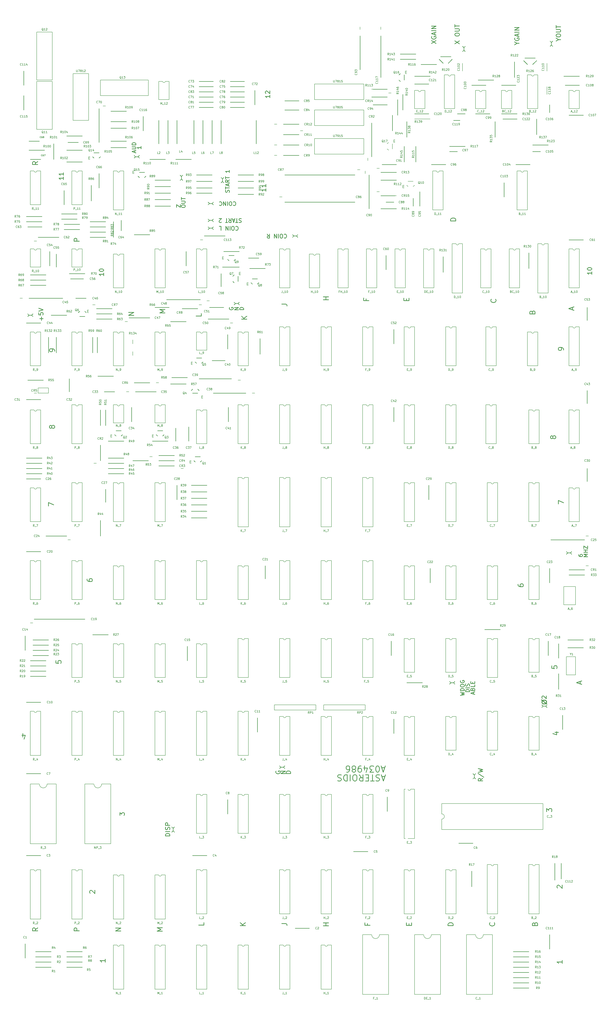
<source format=gto>
G04 #@! TF.GenerationSoftware,KiCad,Pcbnew,(5.1.5)-3*
G04 #@! TF.CreationDate,2021-01-08T05:23:37-07:00*
G04 #@! TF.ProjectId,Asteroids_PCB,41737465-726f-4696-9473-5f5043422e6b,rev?*
G04 #@! TF.SameCoordinates,Original*
G04 #@! TF.FileFunction,Legend,Top*
G04 #@! TF.FilePolarity,Positive*
%FSLAX46Y46*%
G04 Gerber Fmt 4.6, Leading zero omitted, Abs format (unit mm)*
G04 Created by KiCad (PCBNEW (5.1.5)-3) date 2021-01-08 05:23:37*
%MOMM*%
%LPD*%
G04 APERTURE LIST*
%ADD10C,0.254000*%
%ADD11C,0.150000*%
%ADD12C,0.200000*%
%ADD13C,0.300000*%
%ADD14C,0.381000*%
G04 APERTURE END LIST*
D10*
X306070000Y-50800000D02*
X299085000Y-50800000D01*
X306070000Y-46355000D02*
X298450000Y-46355000D01*
X274320000Y-39370000D02*
X274320000Y-46990000D01*
X280670000Y-40640000D02*
X278765000Y-38735000D01*
X285115000Y-38735000D02*
X283210000Y-40640000D01*
X279400000Y-37465000D02*
X284480000Y-37465000D01*
X274955000Y-50800000D02*
X267970000Y-50800000D01*
X256540000Y-48260000D02*
X264160000Y-48260000D01*
X260350000Y-50800000D02*
X253365000Y-50800000D01*
X291465000Y-64135000D02*
X291465000Y-60325000D01*
X307975000Y-65405000D02*
X300990000Y-65405000D01*
X264795000Y-68580000D02*
X264795000Y-76200000D01*
X285115000Y-67310000D02*
X285115000Y-74930000D01*
X268605000Y-67310000D02*
X275590000Y-67310000D01*
X275590000Y-64770000D02*
X267970000Y-64770000D01*
X262255000Y-64770000D02*
X255270000Y-64770000D01*
X246380000Y-83185000D02*
X242570000Y-83185000D01*
X250190000Y-80645000D02*
X242570000Y-80645000D01*
X283210000Y-80010000D02*
X290830000Y-80010000D01*
X287020000Y-83185000D02*
X283210000Y-83185000D01*
X250190000Y-64770000D02*
X246380000Y-64770000D01*
X247650000Y-67945000D02*
X244475000Y-67945000D01*
X220345000Y-80645000D02*
X220345000Y-88265000D01*
X226060000Y-80645000D02*
X226060000Y-88265000D01*
X221615000Y-68580000D02*
X221615000Y-76200000D01*
X232410000Y-64770000D02*
X225425000Y-64770000D01*
X225425000Y-50165000D02*
X232410000Y-50165000D01*
X233045000Y-46355000D02*
X225425000Y-46355000D01*
X237490000Y-38100000D02*
X239395000Y-40005000D01*
X243205000Y-36830000D02*
X238125000Y-36830000D01*
X241935000Y-40005000D02*
X243840000Y-38100000D01*
X236220000Y-40640000D02*
X228600000Y-40640000D01*
X217805000Y-48260000D02*
X218440000Y-48895000D01*
X220345000Y-45720000D02*
X220345000Y-48260000D01*
X217805000Y-45720000D02*
X218440000Y-45085000D01*
X226060000Y-38100000D02*
X218440000Y-38100000D01*
X218440000Y-35560000D02*
X226060000Y-35560000D01*
X198755000Y-43180000D02*
X198755000Y-26670000D01*
X208915000Y-26670000D02*
X208915000Y-46990000D01*
X219710000Y-55245000D02*
X219710000Y-62865000D01*
X217170000Y-65405000D02*
X217170000Y-57785000D01*
X214630000Y-65405000D02*
X214630000Y-73025000D01*
X205105000Y-60325000D02*
X212090000Y-60325000D01*
X212090000Y-56515000D02*
X204470000Y-56515000D01*
X205105000Y-52705000D02*
X212090000Y-52705000D01*
X204470000Y-69215000D02*
X204470000Y-85725000D01*
X269240000Y-98425000D02*
X269240000Y-105410000D01*
X281940000Y-89535000D02*
X274955000Y-89535000D01*
X216535000Y-89535000D02*
X209550000Y-89535000D01*
X208915000Y-93345000D02*
X216535000Y-93345000D01*
X216535000Y-97155000D02*
X208915000Y-97155000D01*
X240665000Y-89535000D02*
X233680000Y-89535000D01*
X227965000Y-109855000D02*
X227965000Y-102870000D01*
X224790000Y-106045000D02*
X224790000Y-109855000D01*
X215900000Y-104775000D02*
X208915000Y-104775000D01*
X215265000Y-107950000D02*
X211455000Y-107950000D01*
X208915000Y-111125000D02*
X216535000Y-111125000D01*
X203200000Y-94615000D02*
X203200000Y-111125000D01*
X168910000Y-85090000D02*
X161290000Y-85090000D01*
X168910000Y-80010000D02*
X161290000Y-80010000D01*
X168910000Y-74930000D02*
X161290000Y-74930000D01*
X168910000Y-69850000D02*
X161290000Y-69850000D01*
X168910000Y-62865000D02*
X161925000Y-62865000D01*
X168910000Y-58420000D02*
X161925000Y-58420000D01*
X120015000Y-61595000D02*
X127000000Y-61595000D01*
X127000000Y-59055000D02*
X120015000Y-59055000D01*
X120015000Y-56515000D02*
X127000000Y-56515000D01*
X127000000Y-53975000D02*
X120015000Y-53975000D01*
X120015000Y-51435000D02*
X127000000Y-51435000D01*
X127000000Y-48895000D02*
X120015000Y-48895000D01*
X147955000Y-67945000D02*
X147955000Y-79375000D01*
X196215000Y-94615000D02*
X161925000Y-94615000D01*
X118745000Y-94615000D02*
X126365000Y-94615000D01*
X126365000Y-97790000D02*
X118745000Y-97790000D01*
X118745000Y-100965000D02*
X126365000Y-100965000D01*
X126365000Y-103505000D02*
X118745000Y-103505000D01*
X146685000Y-104140000D02*
X139065000Y-104140000D01*
X146685000Y-100965000D02*
X139065000Y-100965000D01*
X146685000Y-97790000D02*
X139065000Y-97790000D01*
X146685000Y-94615000D02*
X139065000Y-94615000D01*
X196215000Y-107950000D02*
X161925000Y-107950000D01*
X50165000Y-133350000D02*
X50165000Y-139700000D01*
X46990000Y-132080000D02*
X46990000Y-139065000D01*
X37465000Y-148590000D02*
X45085000Y-148590000D01*
X45085000Y-146050000D02*
X37465000Y-146050000D01*
X45085000Y-143510000D02*
X37465000Y-143510000D01*
X63500000Y-145415000D02*
X57150000Y-145415000D01*
X64135000Y-142875000D02*
X56515000Y-142875000D01*
X211455000Y-133985000D02*
X211455000Y-140970000D01*
X239395000Y-134620000D02*
X239395000Y-142240000D01*
X307975000Y-126365000D02*
X300990000Y-126365000D01*
X281305000Y-132715000D02*
X281305000Y-140335000D01*
X134620000Y-165100000D02*
X124460000Y-165100000D01*
X125095000Y-159385000D02*
X132080000Y-159385000D01*
X111760000Y-160020000D02*
X119380000Y-160020000D01*
X106045000Y-166370000D02*
X113665000Y-166370000D01*
X105410000Y-159385000D02*
X98425000Y-159385000D01*
X120650000Y-155575000D02*
X104140000Y-155575000D01*
X95885000Y-164465000D02*
X85725000Y-164465000D01*
X64770000Y-154940000D02*
X59690000Y-154940000D01*
X77470000Y-165100000D02*
X69850000Y-165100000D01*
X69850000Y-162560000D02*
X77470000Y-162560000D01*
X69850000Y-160020000D02*
X77470000Y-160020000D01*
X53340000Y-154940000D02*
X36830000Y-154940000D01*
X64135000Y-163830000D02*
X61595000Y-163830000D01*
X64135000Y-161290000D02*
X64770000Y-161925000D01*
X61595000Y-161290000D02*
X60960000Y-161925000D01*
X48260000Y-163195000D02*
X47625000Y-163195000D01*
X55245000Y-163195000D02*
X48260000Y-163195000D01*
X42545000Y-167005000D02*
X35560000Y-167005000D01*
X46355000Y-173990000D02*
X46355000Y-181610000D01*
X50165000Y-173990000D02*
X50165000Y-181610000D01*
X67945000Y-173990000D02*
X67945000Y-181610000D01*
X70231000Y-173990000D02*
X70231000Y-181610000D01*
X121285000Y-186690000D02*
X121920000Y-186055000D01*
X118110000Y-186055000D02*
X118745000Y-186690000D01*
X121285000Y-184150000D02*
X118745000Y-184150000D01*
X132715000Y-185420000D02*
X126365000Y-185420000D01*
X133985000Y-172720000D02*
X133985000Y-179705000D01*
X149860000Y-174625000D02*
X149860000Y-182245000D01*
X215265000Y-170180000D02*
X215265000Y-177165000D01*
X309880000Y-159385000D02*
X309880000Y-165735000D01*
X127000000Y-201295000D02*
X142875000Y-201295000D01*
X135890000Y-194310000D02*
X120015000Y-194310000D01*
X119380000Y-199390000D02*
X120015000Y-200025000D01*
X116840000Y-201295000D02*
X119380000Y-201295000D01*
X116840000Y-199390000D02*
X116205000Y-200025000D01*
X113665000Y-196850000D02*
X106045000Y-196850000D01*
X114300000Y-193675000D02*
X106680000Y-193675000D01*
X99060000Y-200660000D02*
X88900000Y-200660000D01*
X95885000Y-196215000D02*
X88265000Y-196215000D01*
X78105000Y-193040000D02*
X70485000Y-193040000D01*
X78740000Y-200660000D02*
X73660000Y-200660000D01*
X56515000Y-194310000D02*
X56515000Y-200660000D01*
X42545000Y-204470000D02*
X35560000Y-204470000D01*
X43815000Y-194945000D02*
X36195000Y-194945000D01*
X71755000Y-209550000D02*
X71755000Y-217170000D01*
X74295000Y-209550000D02*
X74295000Y-217170000D01*
X86995000Y-208280000D02*
X86995000Y-215265000D01*
X134366000Y-208280000D02*
X134366000Y-215265000D01*
X215265000Y-208280000D02*
X215265000Y-215265000D01*
X309880000Y-200025000D02*
X309880000Y-206375000D01*
X42545000Y-243205000D02*
X35560000Y-243205000D01*
X43180000Y-240665000D02*
X35560000Y-240665000D01*
X43180000Y-238125000D02*
X35560000Y-238125000D01*
X43180000Y-235585000D02*
X35560000Y-235585000D01*
X43180000Y-233045000D02*
X35560000Y-233045000D01*
X114935000Y-217805000D02*
X114935000Y-224790000D01*
X108585000Y-218440000D02*
X108585000Y-224790000D01*
X102870000Y-221615000D02*
X102235000Y-222250000D01*
X102235000Y-219710000D02*
X99695000Y-219710000D01*
X99060000Y-221615000D02*
X99695000Y-222250000D01*
X104775000Y-224790000D02*
X97155000Y-224790000D01*
X78740000Y-221615000D02*
X79375000Y-222250000D01*
X82550000Y-221615000D02*
X81915000Y-222250000D01*
X79375000Y-219710000D02*
X81915000Y-219710000D01*
X71755000Y-226695000D02*
X71755000Y-234315000D01*
X83185000Y-224790000D02*
X75565000Y-224790000D01*
X83185000Y-240665000D02*
X75565000Y-240665000D01*
X83185000Y-238125000D02*
X75565000Y-238125000D01*
X83185000Y-235585000D02*
X75565000Y-235585000D01*
X83185000Y-233045000D02*
X75565000Y-233045000D01*
X95250000Y-234315000D02*
X87630000Y-234315000D01*
X107950000Y-236855000D02*
X100330000Y-236855000D01*
X107950000Y-234315000D02*
X100330000Y-234315000D01*
X107950000Y-231775000D02*
X100330000Y-231775000D01*
X117475000Y-234315000D02*
X118110000Y-234950000D01*
X121285000Y-234315000D02*
X120650000Y-234950000D01*
X118110000Y-232410000D02*
X120650000Y-232410000D01*
X309880000Y-238125000D02*
X309880000Y-244475000D01*
X308610000Y-273050000D02*
X292100000Y-273050000D01*
X152400000Y-285750000D02*
X152400000Y-292100000D01*
X233045000Y-287020000D02*
X233045000Y-294005000D01*
X291465000Y-287020000D02*
X291465000Y-294005000D01*
X308610000Y-290195000D02*
X300990000Y-290195000D01*
X308610000Y-287655000D02*
X300990000Y-287655000D01*
X232410000Y-246380000D02*
X232410000Y-253365000D01*
X123825000Y-246380000D02*
X116205000Y-246380000D01*
X123825000Y-249555000D02*
X116205000Y-249555000D01*
X123825000Y-252730000D02*
X116205000Y-252730000D01*
X123825000Y-255905000D02*
X116205000Y-255905000D01*
X123825000Y-259080000D02*
X116205000Y-259080000D01*
X123825000Y-262255000D02*
X116205000Y-262255000D01*
X109220000Y-246380000D02*
X109220000Y-253365000D01*
X74295000Y-248285000D02*
X74295000Y-254635000D01*
X71755000Y-263525000D02*
X71755000Y-271145000D01*
X45085000Y-271145000D02*
X55245000Y-271145000D01*
X42545000Y-278765000D02*
X35560000Y-278765000D01*
X290830000Y-322580000D02*
X290830000Y-329565000D01*
X295910000Y-323850000D02*
X295910000Y-330835000D01*
X300355000Y-325755000D02*
X307975000Y-325755000D01*
X307975000Y-321945000D02*
X300355000Y-321945000D01*
X267335000Y-316865000D02*
X259715000Y-316865000D01*
X213995000Y-322580000D02*
X213995000Y-329565000D01*
X215265000Y-360680000D02*
X215265000Y-367665000D01*
X148590000Y-360045000D02*
X148590000Y-367030000D01*
X64135000Y-311785000D02*
X39370000Y-311785000D01*
X114300000Y-325120000D02*
X114300000Y-332105000D01*
X75565000Y-319405000D02*
X67945000Y-319405000D01*
X37465000Y-339725000D02*
X45085000Y-339725000D01*
X45085000Y-337185000D02*
X37465000Y-337185000D01*
X37465000Y-334645000D02*
X45085000Y-334645000D01*
X45085000Y-332105000D02*
X37465000Y-332105000D01*
X46355000Y-329565000D02*
X38735000Y-329565000D01*
X38735000Y-327025000D02*
X46355000Y-327025000D01*
X46355000Y-324485000D02*
X38735000Y-324485000D01*
X38735000Y-321945000D02*
X46355000Y-321945000D01*
X34925000Y-320040000D02*
X34925000Y-327025000D01*
X42545000Y-352425000D02*
X35560000Y-352425000D01*
X229235000Y-342900000D02*
X221615000Y-342900000D01*
X295910000Y-338455000D02*
X295910000Y-346075000D01*
X297815000Y-358775000D02*
X297815000Y-365760000D01*
X113665000Y-132080000D02*
X113665000Y-139065000D01*
X130810000Y-142875000D02*
X130810000Y-149225000D01*
X145415000Y-147320000D02*
X146050000Y-147955000D01*
X149225000Y-147320000D02*
X148590000Y-147955000D01*
X146050000Y-145415000D02*
X148590000Y-145415000D01*
X136525000Y-144145000D02*
X137160000Y-143510000D01*
X137160000Y-147320000D02*
X136525000Y-146685000D01*
X139065000Y-144145000D02*
X139065000Y-146685000D01*
X139700000Y-139700000D02*
X131445000Y-139700000D01*
X152400000Y-140335000D02*
X144780000Y-140335000D01*
X149225000Y-135255000D02*
X144145000Y-135255000D01*
X137795000Y-135890000D02*
X137160000Y-136525000D01*
X133985000Y-135890000D02*
X134620000Y-136525000D01*
X137160000Y-133985000D02*
X134620000Y-133985000D01*
X139700000Y-132080000D02*
X132080000Y-132080000D01*
X132715000Y-124460000D02*
X122555000Y-124460000D01*
X95885000Y-123825000D02*
X88265000Y-123825000D01*
X74295000Y-125095000D02*
X66675000Y-125095000D01*
X74295000Y-122555000D02*
X66675000Y-122555000D01*
X74295000Y-120015000D02*
X66675000Y-120015000D01*
X74295000Y-117475000D02*
X66675000Y-117475000D01*
X81915000Y-121920000D02*
X81915000Y-116840000D01*
X78105000Y-117475000D02*
X78105000Y-125095000D01*
X51435000Y-125095000D02*
X41275000Y-125095000D01*
X53975000Y-121285000D02*
X61595000Y-121285000D01*
X61595000Y-118745000D02*
X53975000Y-118745000D01*
X52705000Y-116205000D02*
X60325000Y-116205000D01*
X60325000Y-113665000D02*
X52705000Y-113665000D01*
X43180000Y-120015000D02*
X36195000Y-120015000D01*
X35560000Y-117475000D02*
X43180000Y-117475000D01*
X43180000Y-114935000D02*
X35560000Y-114935000D01*
X53975000Y-102235000D02*
X53975000Y-109220000D01*
X55245000Y-88265000D02*
X62865000Y-88265000D01*
X62865000Y-82550000D02*
X55245000Y-82550000D01*
X55880000Y-78740000D02*
X60960000Y-78740000D01*
X62865000Y-75565000D02*
X55245000Y-75565000D01*
X106045000Y-109855000D02*
X98425000Y-109855000D01*
X98425000Y-106680000D02*
X106045000Y-106680000D01*
X98425000Y-103505000D02*
X106045000Y-103505000D01*
X98425000Y-100330000D02*
X106045000Y-100330000D01*
X98425000Y-97155000D02*
X106045000Y-97155000D01*
X67310000Y-99695000D02*
X67310000Y-107315000D01*
X71120000Y-93980000D02*
X71120000Y-100965000D01*
X93980000Y-95250000D02*
X93345000Y-95885000D01*
X90170000Y-95250000D02*
X90805000Y-95885000D01*
X93345000Y-93345000D02*
X90805000Y-93345000D01*
X103505000Y-86995000D02*
X95885000Y-86995000D01*
X116205000Y-86995000D02*
X108585000Y-86995000D01*
X84455000Y-81280000D02*
X76835000Y-81280000D01*
X84455000Y-78105000D02*
X76835000Y-78105000D01*
X84455000Y-71755000D02*
X76835000Y-71755000D01*
X84455000Y-68580000D02*
X76835000Y-68580000D01*
X84455000Y-63500000D02*
X76835000Y-63500000D01*
X68580000Y-86360000D02*
X67945000Y-85725000D01*
X71755000Y-85725000D02*
X71120000Y-86360000D01*
X68580000Y-83820000D02*
X71120000Y-83820000D01*
X71120000Y-62230000D02*
X71120000Y-78740000D01*
X92710000Y-66040000D02*
X92710000Y-73025000D01*
X100330000Y-67945000D02*
X100330000Y-79375000D01*
X104775000Y-67945000D02*
X104775000Y-79375000D01*
X109220000Y-67945000D02*
X109220000Y-79375000D01*
X117475000Y-67945000D02*
X117475000Y-79375000D01*
X121920000Y-67945000D02*
X121920000Y-79375000D01*
X126365000Y-67945000D02*
X126365000Y-79375000D01*
X130810000Y-67945000D02*
X130810000Y-79375000D01*
X142240000Y-61595000D02*
X135255000Y-61595000D01*
X142240000Y-59055000D02*
X135255000Y-59055000D01*
X142240000Y-56515000D02*
X135255000Y-56515000D01*
X142240000Y-53975000D02*
X135255000Y-53975000D01*
X142240000Y-51435000D02*
X135255000Y-51435000D01*
X142240000Y-48895000D02*
X135255000Y-48895000D01*
X147320000Y-53340000D02*
X147320000Y-60325000D01*
X42545000Y-86995000D02*
X37465000Y-86995000D01*
X44450000Y-82550000D02*
X36830000Y-82550000D01*
X48895000Y-79375000D02*
X48895000Y-86995000D01*
X41910000Y-78105000D02*
X36830000Y-78105000D01*
X34290000Y-62865000D02*
X34290000Y-55880000D01*
X34290000Y-43815000D02*
X34290000Y-50800000D01*
X111379000Y-96647000D02*
X110744000Y-97282000D01*
X111379000Y-96012000D02*
X111379000Y-96647000D01*
X111379000Y-95377000D02*
X112014000Y-94742000D01*
X111379000Y-96647000D02*
X112014000Y-97282000D01*
X111379000Y-95377000D02*
X110744000Y-94742000D01*
X111379000Y-96012000D02*
X111379000Y-95377000D01*
X131445000Y-97790000D02*
X130810000Y-98425000D01*
X131445000Y-97155000D02*
X131445000Y-97790000D01*
X131445000Y-96520000D02*
X132080000Y-95885000D01*
X131445000Y-97790000D02*
X132080000Y-98425000D01*
X131445000Y-96520000D02*
X130810000Y-95885000D01*
X131445000Y-97155000D02*
X131445000Y-96520000D01*
X301625000Y-279400000D02*
X302260000Y-280035000D01*
X300990000Y-279400000D02*
X301625000Y-279400000D01*
X300355000Y-279400000D02*
X299720000Y-278765000D01*
X301625000Y-279400000D02*
X302260000Y-278765000D01*
X300355000Y-279400000D02*
X299720000Y-280035000D01*
X300990000Y-279400000D02*
X300355000Y-279400000D01*
X289560000Y-354330000D02*
X290195000Y-354965000D01*
X288925000Y-354330000D02*
X289560000Y-354330000D01*
X288290000Y-354330000D02*
X287655000Y-353695000D01*
X289560000Y-354330000D02*
X290195000Y-353695000D01*
X288290000Y-354330000D02*
X287655000Y-354965000D01*
X288925000Y-354330000D02*
X288290000Y-354330000D01*
X107315000Y-415290000D02*
X106680000Y-415925000D01*
X107315000Y-414655000D02*
X107315000Y-415290000D01*
X107315000Y-414020000D02*
X107950000Y-413385000D01*
X107315000Y-415290000D02*
X107950000Y-415925000D01*
X107315000Y-414020000D02*
X106680000Y-413385000D01*
X107315000Y-414655000D02*
X107315000Y-414020000D01*
X38100000Y-163195000D02*
X38735000Y-163830000D01*
X37465000Y-163195000D02*
X38100000Y-163195000D01*
X36830000Y-163195000D02*
X36195000Y-162560000D01*
X38100000Y-163195000D02*
X38735000Y-162560000D01*
X36830000Y-163195000D02*
X36195000Y-163830000D01*
X37465000Y-163195000D02*
X36830000Y-163195000D01*
X139065000Y-157480000D02*
X139700000Y-158115000D01*
X138430000Y-157480000D02*
X139065000Y-157480000D01*
X137795000Y-157480000D02*
X137160000Y-156845000D01*
X139065000Y-157480000D02*
X139700000Y-156845000D01*
X137795000Y-157480000D02*
X137160000Y-158115000D01*
X138430000Y-157480000D02*
X137795000Y-157480000D01*
X167640000Y-124460000D02*
X168275000Y-125095000D01*
X167005000Y-124460000D02*
X167640000Y-124460000D01*
X166370000Y-124460000D02*
X165735000Y-123825000D01*
X167640000Y-124460000D02*
X168275000Y-123825000D01*
X166370000Y-124460000D02*
X165735000Y-125095000D01*
X167005000Y-124460000D02*
X166370000Y-124460000D01*
X126365000Y-120650000D02*
X127000000Y-121285000D01*
X125730000Y-120650000D02*
X126365000Y-120650000D01*
X125095000Y-120650000D02*
X124460000Y-120015000D01*
X126365000Y-120650000D02*
X127000000Y-120015000D01*
X125095000Y-120650000D02*
X124460000Y-121285000D01*
X125730000Y-120650000D02*
X125095000Y-120650000D01*
X126365000Y-116840000D02*
X127000000Y-117475000D01*
X125730000Y-116840000D02*
X126365000Y-116840000D01*
X125095000Y-116840000D02*
X124460000Y-116205000D01*
X126365000Y-116840000D02*
X127000000Y-116205000D01*
X125095000Y-116840000D02*
X124460000Y-117475000D01*
X125730000Y-116840000D02*
X125095000Y-116840000D01*
X126365000Y-108585000D02*
X127000000Y-109220000D01*
X125730000Y-108585000D02*
X126365000Y-108585000D01*
X125095000Y-108585000D02*
X124460000Y-107950000D01*
X126365000Y-108585000D02*
X127000000Y-107950000D01*
X125095000Y-108585000D02*
X124460000Y-109220000D01*
X125730000Y-108585000D02*
X125095000Y-108585000D01*
X90170000Y-85725000D02*
X90805000Y-86360000D01*
X89535000Y-85725000D02*
X90170000Y-85725000D01*
X88900000Y-85725000D02*
X88265000Y-85090000D01*
X90170000Y-85725000D02*
X90805000Y-85090000D01*
X88900000Y-85725000D02*
X88265000Y-86360000D01*
X89535000Y-85725000D02*
X88900000Y-85725000D01*
X292354000Y-31115000D02*
X291719000Y-31750000D01*
X292354000Y-30480000D02*
X292354000Y-31115000D01*
X292354000Y-29845000D02*
X292989000Y-29210000D01*
X292354000Y-31115000D02*
X292989000Y-31750000D01*
X292354000Y-29845000D02*
X291719000Y-29210000D01*
X292354000Y-30480000D02*
X292354000Y-29845000D01*
X249555000Y-33655000D02*
X248920000Y-34290000D01*
X249555000Y-33020000D02*
X249555000Y-33655000D01*
X249555000Y-32385000D02*
X250190000Y-31750000D01*
X249555000Y-33655000D02*
X250190000Y-34290000D01*
X249555000Y-32385000D02*
X248920000Y-31750000D01*
X249555000Y-33020000D02*
X249555000Y-32385000D01*
X244475000Y-342900000D02*
X245110000Y-343535000D01*
X243840000Y-342900000D02*
X244475000Y-342900000D01*
X243205000Y-342900000D02*
X242570000Y-342265000D01*
X244475000Y-342900000D02*
X245110000Y-342265000D01*
X243205000Y-342900000D02*
X242570000Y-343535000D01*
X243840000Y-342900000D02*
X243205000Y-342900000D01*
X160020000Y-384175000D02*
X159385000Y-383540000D01*
X160655000Y-384175000D02*
X160020000Y-384175000D01*
X161290000Y-384175000D02*
X161925000Y-384810000D01*
X160020000Y-384175000D02*
X159385000Y-384810000D01*
X161290000Y-384175000D02*
X161925000Y-383540000D01*
X160655000Y-384175000D02*
X161290000Y-384175000D01*
X254000000Y-421386000D02*
X247015000Y-421386000D01*
X254635000Y-389255000D02*
X255270000Y-389890000D01*
X254635000Y-389255000D02*
X254000000Y-389890000D01*
X254635000Y-388620000D02*
X254635000Y-389255000D01*
X254635000Y-387985000D02*
X254000000Y-387350000D01*
X254635000Y-387985000D02*
X255270000Y-387350000D01*
X254635000Y-388620000D02*
X254635000Y-387985000D01*
D11*
X211923333Y-395962142D02*
X211875714Y-396009761D01*
X211732857Y-396057380D01*
X211637619Y-396057380D01*
X211494761Y-396009761D01*
X211399523Y-395914523D01*
X211351904Y-395819285D01*
X211304285Y-395628809D01*
X211304285Y-395485952D01*
X211351904Y-395295476D01*
X211399523Y-395200238D01*
X211494761Y-395105000D01*
X211637619Y-395057380D01*
X211732857Y-395057380D01*
X211875714Y-395105000D01*
X211923333Y-395152619D01*
X212399523Y-396057380D02*
X212590000Y-396057380D01*
X212685238Y-396009761D01*
X212732857Y-395962142D01*
X212828095Y-395819285D01*
X212875714Y-395628809D01*
X212875714Y-395247857D01*
X212828095Y-395152619D01*
X212780476Y-395105000D01*
X212685238Y-395057380D01*
X212494761Y-395057380D01*
X212399523Y-395105000D01*
X212351904Y-395152619D01*
X212304285Y-395247857D01*
X212304285Y-395485952D01*
X212351904Y-395581190D01*
X212399523Y-395628809D01*
X212494761Y-395676428D01*
X212685238Y-395676428D01*
X212780476Y-395628809D01*
X212828095Y-395581190D01*
X212875714Y-395485952D01*
D10*
X212090000Y-398780000D02*
X212090000Y-405765000D01*
X133985000Y-400050000D02*
X133985000Y-407035000D01*
X42545000Y-387350000D02*
X35560000Y-387350000D01*
X42545000Y-427355000D02*
X35560000Y-427355000D01*
X123825000Y-427355000D02*
X116840000Y-427355000D01*
X202565000Y-425450000D02*
X195580000Y-425450000D01*
X253365000Y-434975000D02*
X253365000Y-442595000D01*
X294005000Y-431165000D02*
X294005000Y-439420000D01*
X297180000Y-431165000D02*
X297180000Y-438785000D01*
X173990000Y-462915000D02*
X167005000Y-462915000D01*
X291465000Y-467360000D02*
X291465000Y-466090000D01*
X291465000Y-467360000D02*
X291465000Y-473075000D01*
X281305000Y-492125000D02*
X273685000Y-492125000D01*
X281305000Y-489585000D02*
X273685000Y-489585000D01*
X281305000Y-487045000D02*
X273685000Y-487045000D01*
X281305000Y-484505000D02*
X273685000Y-484505000D01*
X281305000Y-481965000D02*
X273685000Y-481965000D01*
X281305000Y-479425000D02*
X273685000Y-479425000D01*
X281305000Y-476885000D02*
X273685000Y-476885000D01*
X280670000Y-474345000D02*
X281305000Y-474345000D01*
X280670000Y-474345000D02*
X273685000Y-474345000D01*
X62865000Y-481965000D02*
X55245000Y-481965000D01*
X62865000Y-479425000D02*
X55245000Y-479425000D01*
X62865000Y-476885000D02*
X55245000Y-476885000D01*
X62865000Y-474345000D02*
X55245000Y-474345000D01*
X34925000Y-470535000D02*
X34925000Y-477520000D01*
X47625000Y-481965000D02*
X40005000Y-481965000D01*
X40005000Y-479425000D02*
X47625000Y-479425000D01*
X47625000Y-476885000D02*
X40005000Y-476885000D01*
X40005000Y-474345000D02*
X47625000Y-474345000D01*
D11*
X49522142Y-130532142D02*
X49474523Y-130579761D01*
X49331666Y-130627380D01*
X49236428Y-130627380D01*
X49093571Y-130579761D01*
X48998333Y-130484523D01*
X48950714Y-130389285D01*
X48903095Y-130198809D01*
X48903095Y-130055952D01*
X48950714Y-129865476D01*
X48998333Y-129770238D01*
X49093571Y-129675000D01*
X49236428Y-129627380D01*
X49331666Y-129627380D01*
X49474523Y-129675000D01*
X49522142Y-129722619D01*
X50426904Y-129627380D02*
X49950714Y-129627380D01*
X49903095Y-130103571D01*
X49950714Y-130055952D01*
X50045952Y-130008333D01*
X50284047Y-130008333D01*
X50379285Y-130055952D01*
X50426904Y-130103571D01*
X50474523Y-130198809D01*
X50474523Y-130436904D01*
X50426904Y-130532142D01*
X50379285Y-130579761D01*
X50284047Y-130627380D01*
X50045952Y-130627380D01*
X49950714Y-130579761D01*
X49903095Y-130532142D01*
X51379285Y-129627380D02*
X50903095Y-129627380D01*
X50855476Y-130103571D01*
X50903095Y-130055952D01*
X50998333Y-130008333D01*
X51236428Y-130008333D01*
X51331666Y-130055952D01*
X51379285Y-130103571D01*
X51426904Y-130198809D01*
X51426904Y-130436904D01*
X51379285Y-130532142D01*
X51331666Y-130579761D01*
X51236428Y-130627380D01*
X50998333Y-130627380D01*
X50903095Y-130579761D01*
X50855476Y-130532142D01*
X46347142Y-129262142D02*
X46299523Y-129309761D01*
X46156666Y-129357380D01*
X46061428Y-129357380D01*
X45918571Y-129309761D01*
X45823333Y-129214523D01*
X45775714Y-129119285D01*
X45728095Y-128928809D01*
X45728095Y-128785952D01*
X45775714Y-128595476D01*
X45823333Y-128500238D01*
X45918571Y-128405000D01*
X46061428Y-128357380D01*
X46156666Y-128357380D01*
X46299523Y-128405000D01*
X46347142Y-128452619D01*
X47251904Y-128357380D02*
X46775714Y-128357380D01*
X46728095Y-128833571D01*
X46775714Y-128785952D01*
X46870952Y-128738333D01*
X47109047Y-128738333D01*
X47204285Y-128785952D01*
X47251904Y-128833571D01*
X47299523Y-128928809D01*
X47299523Y-129166904D01*
X47251904Y-129262142D01*
X47204285Y-129309761D01*
X47109047Y-129357380D01*
X46870952Y-129357380D01*
X46775714Y-129309761D01*
X46728095Y-129262142D01*
X48156666Y-128690714D02*
X48156666Y-129357380D01*
X47918571Y-128309761D02*
X47680476Y-129024047D01*
X48299523Y-129024047D01*
X50165000Y-133350000D02*
X50165000Y-139700000D01*
X46990000Y-132080000D02*
X46990000Y-139065000D01*
D12*
X120650000Y-126365000D02*
X121920000Y-126365000D01*
X39370000Y-127000000D02*
X40640000Y-127000000D01*
X32385000Y-154940000D02*
X33655000Y-154940000D01*
X83820000Y-166370000D02*
X85090000Y-166370000D01*
X125095000Y-156210000D02*
X123825000Y-156210000D01*
X136525000Y-167005000D02*
X135255000Y-167005000D01*
X147320000Y-201295000D02*
X146050000Y-201295000D01*
X140335000Y-194945000D02*
X139065000Y-194945000D01*
X84455000Y-200660000D02*
X85725000Y-200660000D01*
X57150000Y-273050000D02*
X55880000Y-273050000D01*
X220980000Y-44450000D02*
X221615000Y-44450000D01*
X220980000Y-45085000D02*
X221615000Y-45085000D01*
X220980000Y-44450000D02*
X220980000Y-45085000D01*
X220980000Y-43815000D02*
X220980000Y-44450000D01*
X221615000Y-43815000D02*
X220980000Y-43815000D01*
X215265000Y-78105000D02*
X215900000Y-78105000D01*
X215265000Y-78740000D02*
X215900000Y-78740000D01*
X215265000Y-78105000D02*
X215265000Y-78740000D01*
X215265000Y-77470000D02*
X215265000Y-78105000D01*
X215900000Y-77470000D02*
X215265000Y-77470000D01*
X219710000Y-100330000D02*
X220345000Y-100330000D01*
X219710000Y-100965000D02*
X220345000Y-100965000D01*
X219710000Y-100330000D02*
X219710000Y-100965000D01*
X219710000Y-99695000D02*
X219710000Y-100330000D01*
X220345000Y-99695000D02*
X219710000Y-99695000D01*
X66040000Y-86360000D02*
X66675000Y-86360000D01*
X66040000Y-86995000D02*
X66675000Y-86995000D01*
X66040000Y-86360000D02*
X66040000Y-86995000D01*
X66040000Y-85725000D02*
X66040000Y-86360000D01*
X66675000Y-85725000D02*
X66040000Y-85725000D01*
X87630000Y-93345000D02*
X88265000Y-93345000D01*
X87630000Y-93980000D02*
X88265000Y-93980000D01*
X87630000Y-93345000D02*
X87630000Y-93980000D01*
X87630000Y-92710000D02*
X87630000Y-93345000D01*
X88265000Y-92710000D02*
X87630000Y-92710000D01*
X139700000Y-142875000D02*
X140335000Y-142875000D01*
X139700000Y-143510000D02*
X140335000Y-143510000D01*
X139700000Y-142875000D02*
X139700000Y-143510000D01*
X139700000Y-142240000D02*
X139700000Y-142875000D01*
X140335000Y-142240000D02*
X139700000Y-142240000D01*
X143510000Y-147955000D02*
X144145000Y-147955000D01*
X143510000Y-148590000D02*
X144145000Y-148590000D01*
X143510000Y-147955000D02*
X143510000Y-148590000D01*
X143510000Y-147320000D02*
X143510000Y-147955000D01*
X144145000Y-147320000D02*
X143510000Y-147320000D01*
X131445000Y-135255000D02*
X132080000Y-135255000D01*
X131445000Y-135890000D02*
X132080000Y-135890000D01*
X131445000Y-135255000D02*
X131445000Y-135890000D01*
X131445000Y-134620000D02*
X131445000Y-135255000D01*
X132080000Y-134620000D02*
X131445000Y-134620000D01*
X116205000Y-186690000D02*
X116840000Y-186690000D01*
X116205000Y-187325000D02*
X116840000Y-187325000D01*
X116205000Y-186690000D02*
X116205000Y-187325000D01*
X116205000Y-186055000D02*
X116205000Y-186690000D01*
X116840000Y-186055000D02*
X116205000Y-186055000D01*
X121285000Y-203200000D02*
X121920000Y-203200000D01*
X121285000Y-203835000D02*
X121920000Y-203835000D01*
X121285000Y-203200000D02*
X121285000Y-203835000D01*
X121285000Y-202565000D02*
X121285000Y-203200000D01*
X121920000Y-202565000D02*
X121285000Y-202565000D01*
X97790000Y-222250000D02*
X97155000Y-222250000D01*
X97155000Y-222885000D02*
X97790000Y-222885000D01*
X97155000Y-222250000D02*
X97155000Y-222885000D01*
X97155000Y-221615000D02*
X97155000Y-222250000D01*
X97790000Y-221615000D02*
X97155000Y-221615000D01*
X77470000Y-222250000D02*
X76835000Y-222250000D01*
X76835000Y-222885000D02*
X77470000Y-222885000D01*
X76835000Y-222250000D02*
X76835000Y-222885000D01*
X76835000Y-221615000D02*
X76835000Y-222250000D01*
X77470000Y-221615000D02*
X76835000Y-221615000D01*
X115570000Y-234950000D02*
X116205000Y-234950000D01*
X115570000Y-235585000D02*
X116205000Y-235585000D01*
X115570000Y-234950000D02*
X115570000Y-235585000D01*
X115570000Y-234315000D02*
X115570000Y-234950000D01*
X116205000Y-234315000D02*
X115570000Y-234315000D01*
X65405000Y-161290000D02*
X66040000Y-161290000D01*
X65405000Y-161925000D02*
X66040000Y-161925000D01*
X65405000Y-161290000D02*
X65405000Y-161925000D01*
X65405000Y-160655000D02*
X65405000Y-161290000D01*
X66040000Y-160655000D02*
X65405000Y-160655000D01*
X69850000Y-235585000D02*
X68580000Y-235585000D01*
X156845000Y-85090000D02*
X158115000Y-85090000D01*
X156845000Y-80010000D02*
X158115000Y-80010000D01*
X170815000Y-73025000D02*
X169545000Y-73025000D01*
X156845000Y-69850000D02*
X158115000Y-69850000D01*
X121285000Y-158115000D02*
X120015000Y-158115000D01*
X67945000Y-158115000D02*
X69215000Y-158115000D01*
X100330000Y-196215000D02*
X99060000Y-196215000D01*
X95885000Y-232410000D02*
X97155000Y-232410000D01*
X111125000Y-238125000D02*
X112395000Y-238125000D01*
X39370000Y-201295000D02*
X40640000Y-201295000D01*
X37465000Y-313690000D02*
X38735000Y-313690000D01*
X73025000Y-60960000D02*
X74295000Y-60960000D01*
X207010000Y-102870000D02*
X208280000Y-102870000D01*
X207010000Y-91440000D02*
X208280000Y-91440000D01*
X213995000Y-54610000D02*
X212725000Y-54610000D01*
X198755000Y-22225000D02*
X198755000Y-23495000D01*
X208915000Y-22225000D02*
X208915000Y-23495000D01*
X202565000Y-87630000D02*
X202565000Y-86360000D01*
X201295000Y-92710000D02*
X201295000Y-93980000D01*
X197485000Y-92075000D02*
X198755000Y-92075000D01*
X159385000Y-105410000D02*
X160655000Y-105410000D01*
X309245000Y-271145000D02*
X310515000Y-271145000D01*
X309245000Y-285750000D02*
X310515000Y-285750000D01*
X306070000Y-50800000D02*
X304800000Y-50800000D01*
X299085000Y-50800000D02*
X300355000Y-50800000D01*
X306070000Y-46355000D02*
X304165000Y-46355000D01*
X298450000Y-46355000D02*
X300355000Y-46355000D01*
X300990000Y-65405000D02*
X302260000Y-65405000D01*
X307975000Y-65405000D02*
X306705000Y-65405000D01*
X291465000Y-64135000D02*
X291465000Y-60325000D01*
X290195000Y-51435000D02*
X290195000Y-55245000D01*
X281940000Y-89535000D02*
X280670000Y-89535000D01*
X274955000Y-89535000D02*
X276225000Y-89535000D01*
X269240000Y-105410000D02*
X269240000Y-104140000D01*
X269240000Y-98425000D02*
X269240000Y-99695000D01*
X274320000Y-46990000D02*
X274320000Y-45085000D01*
X274320000Y-39370000D02*
X274320000Y-41275000D01*
X274955000Y-50800000D02*
X273685000Y-50800000D01*
X267970000Y-50800000D02*
X269240000Y-50800000D01*
X260350000Y-50800000D02*
X259080000Y-50800000D01*
X253365000Y-50800000D02*
X254635000Y-50800000D01*
X262255000Y-48260000D02*
X264160000Y-48260000D01*
X256540000Y-48260000D02*
X258445000Y-48260000D01*
X244475000Y-67945000D02*
X247650000Y-67945000D01*
X246380000Y-64770000D02*
X247015000Y-64770000D01*
X250190000Y-64770000D02*
X249555000Y-64770000D01*
X285115000Y-74930000D02*
X285115000Y-73025000D01*
X285115000Y-69215000D02*
X285115000Y-67310000D01*
X290830000Y-80010000D02*
X288925000Y-80010000D01*
X283210000Y-80010000D02*
X285115000Y-80010000D01*
X283210000Y-83185000D02*
X287020000Y-83185000D01*
X246380000Y-83185000D02*
X245745000Y-83185000D01*
X242570000Y-83185000D02*
X243205000Y-83185000D01*
X280670000Y-40640000D02*
X278765000Y-38735000D01*
X283210000Y-40640000D02*
X285115000Y-38735000D01*
X279400000Y-37465000D02*
X284480000Y-37465000D01*
X290195000Y-40005000D02*
X290195000Y-43815000D01*
X248920000Y-40005000D02*
X248920000Y-43815000D01*
X225425000Y-50165000D02*
X226695000Y-50165000D01*
X232410000Y-50165000D02*
X231140000Y-50165000D01*
X233045000Y-46355000D02*
X231140000Y-46355000D01*
X225425000Y-46355000D02*
X227330000Y-46355000D01*
X237490000Y-38100000D02*
X239395000Y-40005000D01*
X243840000Y-38100000D02*
X241935000Y-40005000D01*
X238125000Y-36830000D02*
X243205000Y-36830000D01*
X236220000Y-40640000D02*
X234315000Y-40640000D01*
X228600000Y-40640000D02*
X230505000Y-40640000D01*
X218440000Y-38100000D02*
X220345000Y-38100000D01*
X226060000Y-38100000D02*
X224155000Y-38100000D01*
X226060000Y-35560000D02*
X224155000Y-35560000D01*
X218440000Y-35560000D02*
X220345000Y-35560000D01*
X282575000Y-45720000D02*
X280670000Y-45720000D01*
X280670000Y-45720000D02*
X280670000Y-62230000D01*
X280670000Y-62230000D02*
X285750000Y-62230000D01*
X285750000Y-62230000D02*
X285750000Y-45720000D01*
X285750000Y-45720000D02*
X283845000Y-45720000D01*
X283210000Y-46355000D02*
G75*
G03X283845000Y-45720000I0J635000D01*
G01*
X282575000Y-45720000D02*
G75*
G03X283210000Y-46355000I635000J0D01*
G01*
X302895000Y-53340000D02*
X300990000Y-53340000D01*
X300990000Y-53340000D02*
X300990000Y-62230000D01*
X300990000Y-62230000D02*
X306070000Y-62230000D01*
X306070000Y-62230000D02*
X306070000Y-53340000D01*
X306070000Y-53340000D02*
X304165000Y-53340000D01*
X303530000Y-53975000D02*
G75*
G03X304165000Y-53340000I0J635000D01*
G01*
X302895000Y-53340000D02*
G75*
G03X303530000Y-53975000I635000J0D01*
G01*
X227330000Y-53340000D02*
G75*
G03X227965000Y-53975000I635000J0D01*
G01*
X227965000Y-53975000D02*
G75*
G03X228600000Y-53340000I0J635000D01*
G01*
X230505000Y-53340000D02*
X228600000Y-53340000D01*
X230505000Y-62230000D02*
X230505000Y-53340000D01*
X225425000Y-62230000D02*
X230505000Y-62230000D01*
X225425000Y-53340000D02*
X225425000Y-62230000D01*
X227330000Y-53340000D02*
X225425000Y-53340000D01*
X257175000Y-53340000D02*
X255270000Y-53340000D01*
X255270000Y-53340000D02*
X255270000Y-62230000D01*
X255270000Y-62230000D02*
X260350000Y-62230000D01*
X260350000Y-62230000D02*
X260350000Y-53340000D01*
X260350000Y-53340000D02*
X258445000Y-53340000D01*
X257810000Y-53975000D02*
G75*
G03X258445000Y-53340000I0J635000D01*
G01*
X257175000Y-53340000D02*
G75*
G03X257810000Y-53975000I635000J0D01*
G01*
X241935000Y-45720000D02*
G75*
G03X242570000Y-46355000I635000J0D01*
G01*
X242570000Y-46355000D02*
G75*
G03X243205000Y-45720000I0J635000D01*
G01*
X245110000Y-45720000D02*
X243205000Y-45720000D01*
X245110000Y-62230000D02*
X245110000Y-45720000D01*
X240030000Y-62230000D02*
X245110000Y-62230000D01*
X240030000Y-45720000D02*
X240030000Y-62230000D01*
X241935000Y-45720000D02*
X240030000Y-45720000D01*
X269875000Y-53340000D02*
G75*
G03X270510000Y-53975000I635000J0D01*
G01*
X270510000Y-53975000D02*
G75*
G03X271145000Y-53340000I0J635000D01*
G01*
X273050000Y-53340000D02*
X271145000Y-53340000D01*
X273050000Y-62230000D02*
X273050000Y-53340000D01*
X267970000Y-62230000D02*
X273050000Y-62230000D01*
X267970000Y-53340000D02*
X267970000Y-62230000D01*
X269875000Y-53340000D02*
X267970000Y-53340000D01*
X226060000Y-80645000D02*
X226060000Y-82550000D01*
X226060000Y-88265000D02*
X226060000Y-86360000D01*
X220345000Y-88265000D02*
X220345000Y-86360000D01*
X220345000Y-80645000D02*
X220345000Y-82550000D01*
X240665000Y-89535000D02*
X238760000Y-89535000D01*
X233680000Y-89535000D02*
X235585000Y-89535000D01*
X227965000Y-109855000D02*
X227965000Y-107950000D01*
X227965000Y-102870000D02*
X227965000Y-104775000D01*
X224790000Y-109855000D02*
X224790000Y-109220000D01*
X224790000Y-106045000D02*
X224790000Y-106680000D01*
X221615000Y-76200000D02*
X221615000Y-74295000D01*
X221615000Y-68580000D02*
X221615000Y-70485000D01*
X219710000Y-62865000D02*
X219710000Y-60960000D01*
X219710000Y-55245000D02*
X219710000Y-57150000D01*
X217170000Y-65405000D02*
X217170000Y-63500000D01*
X217170000Y-59690000D02*
X217170000Y-57785000D01*
X216535000Y-111125000D02*
X214630000Y-111125000D01*
X208915000Y-111125000D02*
X210820000Y-111125000D01*
X215265000Y-107950000D02*
X214630000Y-107950000D01*
X211455000Y-107950000D02*
X212090000Y-107950000D01*
X216535000Y-104775000D02*
X214630000Y-104775000D01*
X208915000Y-104775000D02*
X210820000Y-104775000D01*
X216535000Y-97155000D02*
X214630000Y-97155000D01*
X208915000Y-97155000D02*
X210820000Y-97155000D01*
X216535000Y-93345000D02*
X214630000Y-93345000D01*
X208915000Y-93345000D02*
X210820000Y-93345000D01*
X216535000Y-89535000D02*
X214630000Y-89535000D01*
X209550000Y-89535000D02*
X211455000Y-89535000D01*
X214630000Y-73025000D02*
X214630000Y-71120000D01*
X214630000Y-65405000D02*
X214630000Y-67310000D01*
X217805000Y-48260000D02*
X218440000Y-48895000D01*
X217805000Y-45720000D02*
X218440000Y-45085000D01*
X220345000Y-45720000D02*
X220345000Y-48260000D01*
X225425000Y-99695000D02*
X224790000Y-100330000D01*
X221615000Y-99695000D02*
X222250000Y-100330000D01*
X222250000Y-97790000D02*
X224790000Y-97790000D01*
X214630000Y-81915000D02*
X214630000Y-79375000D01*
X212090000Y-81915000D02*
X212725000Y-82550000D01*
X212090000Y-79375000D02*
X212725000Y-78740000D01*
X212090000Y-60325000D02*
X210185000Y-60325000D01*
X205105000Y-60325000D02*
X207010000Y-60325000D01*
X204470000Y-56515000D02*
X205740000Y-56515000D01*
X212090000Y-56515000D02*
X210820000Y-56515000D01*
X212090000Y-52705000D02*
X210185000Y-52705000D01*
X206375000Y-52705000D02*
X204470000Y-52705000D01*
X204470000Y-75565000D02*
X204470000Y-69215000D01*
X204470000Y-85725000D02*
X204470000Y-79375000D01*
X203200000Y-94615000D02*
X203200000Y-100965000D01*
X203200000Y-111125000D02*
X203200000Y-104775000D01*
X234315000Y-92710000D02*
X234315000Y-111760000D01*
X234315000Y-111760000D02*
X239395000Y-111760000D01*
X239395000Y-111760000D02*
X239395000Y-92710000D01*
X239395000Y-92710000D02*
X237490000Y-92710000D01*
X234315000Y-92710000D02*
X236220000Y-92710000D01*
X236855000Y-93345000D02*
G75*
G03X237490000Y-92710000I0J635000D01*
G01*
X236220000Y-92710000D02*
G75*
G03X236855000Y-93345000I635000J0D01*
G01*
X277495000Y-92710000D02*
G75*
G03X278130000Y-93345000I635000J0D01*
G01*
X278130000Y-93345000D02*
G75*
G03X278765000Y-92710000I0J635000D01*
G01*
X275590000Y-92710000D02*
X277495000Y-92710000D01*
X280670000Y-92710000D02*
X278765000Y-92710000D01*
X280670000Y-111760000D02*
X280670000Y-92710000D01*
X275590000Y-111760000D02*
X280670000Y-111760000D01*
X275590000Y-92710000D02*
X275590000Y-111760000D01*
X208915000Y-26670000D02*
X208915000Y-34290000D01*
X208915000Y-46990000D02*
X208915000Y-39370000D01*
X198755000Y-36195000D02*
X198755000Y-43180000D01*
X198755000Y-32385000D02*
X198755000Y-26670000D01*
X200660000Y-57785000D02*
X200660000Y-50165000D01*
X176530000Y-57785000D02*
X200660000Y-57785000D01*
X176530000Y-50165000D02*
X176530000Y-57785000D01*
X200660000Y-50165000D02*
X176530000Y-50165000D01*
X200660000Y-70485000D02*
X200660000Y-62865000D01*
X176530000Y-70485000D02*
X200660000Y-70485000D01*
X176530000Y-62865000D02*
X176530000Y-70485000D01*
X200660000Y-62865000D02*
X176530000Y-62865000D01*
X200660000Y-84455000D02*
X200660000Y-76835000D01*
X176530000Y-84455000D02*
X200660000Y-84455000D01*
X176530000Y-76835000D02*
X176530000Y-84455000D01*
X200660000Y-76835000D02*
X176530000Y-76835000D01*
X147955000Y-71755000D02*
X147955000Y-67945000D01*
X147955000Y-75565000D02*
X147955000Y-79375000D01*
X130810000Y-72390000D02*
X130810000Y-67945000D01*
X130810000Y-79375000D02*
X130810000Y-74930000D01*
X126365000Y-74930000D02*
X126365000Y-79375000D01*
X126365000Y-72390000D02*
X126365000Y-67945000D01*
X121920000Y-67945000D02*
X121920000Y-72390000D01*
X121920000Y-79375000D02*
X121920000Y-74930000D01*
X117475000Y-72390000D02*
X117475000Y-67945000D01*
X117475000Y-79375000D02*
X117475000Y-74930000D01*
X109220000Y-79375000D02*
X109220000Y-74930000D01*
X109220000Y-72390000D02*
X109220000Y-67945000D01*
X104775000Y-72390000D02*
X104775000Y-67945000D01*
X104775000Y-79375000D02*
X104775000Y-74930000D01*
X100330000Y-79375000D02*
X100330000Y-74930000D01*
X100330000Y-67945000D02*
X100330000Y-72390000D01*
X116205000Y-86995000D02*
X114300000Y-86995000D01*
X108585000Y-86995000D02*
X110490000Y-86995000D01*
X101600000Y-86995000D02*
X103505000Y-86995000D01*
X95885000Y-86995000D02*
X97790000Y-86995000D01*
X147320000Y-60325000D02*
X147320000Y-58420000D01*
X147320000Y-53340000D02*
X147320000Y-55245000D01*
X92710000Y-73025000D02*
X92710000Y-71755000D01*
X92710000Y-66040000D02*
X92710000Y-67310000D01*
X84455000Y-81280000D02*
X82550000Y-81280000D01*
X76835000Y-81280000D02*
X78740000Y-81280000D01*
X84455000Y-78105000D02*
X82550000Y-78105000D01*
X76835000Y-78105000D02*
X78740000Y-78105000D01*
X84455000Y-71755000D02*
X82550000Y-71755000D01*
X76835000Y-71755000D02*
X78740000Y-71755000D01*
X76835000Y-68580000D02*
X78740000Y-68580000D01*
X84455000Y-68580000D02*
X82550000Y-68580000D01*
X84455000Y-63500000D02*
X82550000Y-63500000D01*
X76835000Y-63500000D02*
X78740000Y-63500000D01*
X71120000Y-78740000D02*
X71120000Y-71755000D01*
X71120000Y-62230000D02*
X71120000Y-67945000D01*
X62865000Y-88265000D02*
X60960000Y-88265000D01*
X55245000Y-88265000D02*
X57150000Y-88265000D01*
X62865000Y-82550000D02*
X60960000Y-82550000D01*
X55245000Y-82550000D02*
X57150000Y-82550000D01*
X60960000Y-78740000D02*
X59690000Y-78740000D01*
X55880000Y-78740000D02*
X57150000Y-78740000D01*
X62865000Y-75565000D02*
X60960000Y-75565000D01*
X55245000Y-75565000D02*
X57150000Y-75565000D01*
X48895000Y-86995000D02*
X48895000Y-85090000D01*
X48895000Y-81280000D02*
X48895000Y-79375000D01*
X120015000Y-61595000D02*
X121920000Y-61595000D01*
X120015000Y-59055000D02*
X121920000Y-59055000D01*
X120015000Y-56515000D02*
X121920000Y-56515000D01*
X120015000Y-53975000D02*
X121920000Y-53975000D01*
X120015000Y-51435000D02*
X121920000Y-51435000D01*
X135255000Y-48895000D02*
X137160000Y-48895000D01*
X135255000Y-51435000D02*
X137160000Y-51435000D01*
X135255000Y-53975000D02*
X137160000Y-53975000D01*
X135255000Y-56515000D02*
X137160000Y-56515000D01*
X135255000Y-59055000D02*
X137160000Y-59055000D01*
X135255000Y-61595000D02*
X137160000Y-61595000D01*
X142240000Y-61595000D02*
X140335000Y-61595000D01*
X142240000Y-59055000D02*
X140335000Y-59055000D01*
X142240000Y-56515000D02*
X140335000Y-56515000D01*
X142240000Y-53975000D02*
X140335000Y-53975000D01*
X142240000Y-51435000D02*
X140335000Y-51435000D01*
X142240000Y-48895000D02*
X140335000Y-48895000D01*
X127000000Y-61595000D02*
X125095000Y-61595000D01*
X127000000Y-59055000D02*
X125095000Y-59055000D01*
X127000000Y-56515000D02*
X125095000Y-56515000D01*
X127000000Y-53975000D02*
X125095000Y-53975000D01*
X127000000Y-51435000D02*
X125095000Y-51435000D01*
X127000000Y-48895000D02*
X125095000Y-48895000D01*
X120015000Y-48895000D02*
X121920000Y-48895000D01*
X95250000Y-55880000D02*
X95250000Y-48260000D01*
X71755000Y-55880000D02*
X95250000Y-55880000D01*
X71755000Y-48260000D02*
X71755000Y-55880000D01*
X95250000Y-48260000D02*
X71755000Y-48260000D01*
X66040000Y-67945000D02*
X58420000Y-67945000D01*
X66040000Y-45085000D02*
X66040000Y-67945000D01*
X58420000Y-45085000D02*
X66040000Y-45085000D01*
X58420000Y-67945000D02*
X58420000Y-45085000D01*
X102235000Y-48895000D02*
X100330000Y-48895000D01*
X100330000Y-48895000D02*
X100330000Y-57785000D01*
X100330000Y-57785000D02*
X105410000Y-57785000D01*
X105410000Y-57785000D02*
X105410000Y-48895000D01*
X105410000Y-48895000D02*
X103505000Y-48895000D01*
X102870000Y-49530000D02*
G75*
G03X103505000Y-48895000I0J635000D01*
G01*
X102235000Y-48895000D02*
G75*
G03X102870000Y-49530000I635000J0D01*
G01*
X168910000Y-85090000D02*
X167005000Y-85090000D01*
X161290000Y-85090000D02*
X163195000Y-85090000D01*
X168910000Y-80010000D02*
X167005000Y-80010000D01*
X161290000Y-80010000D02*
X163195000Y-80010000D01*
X168910000Y-74930000D02*
X167005000Y-74930000D01*
X161290000Y-74930000D02*
X163195000Y-74930000D01*
X168910000Y-69850000D02*
X167005000Y-69850000D01*
X161290000Y-69850000D02*
X163195000Y-69850000D01*
X161925000Y-62865000D02*
X163830000Y-62865000D01*
X168910000Y-62865000D02*
X167005000Y-62865000D01*
X168910000Y-58420000D02*
X167005000Y-58420000D01*
X161925000Y-58420000D02*
X163830000Y-58420000D01*
X180975000Y-107950000D02*
X196215000Y-107950000D01*
X177165000Y-107950000D02*
X161925000Y-107950000D01*
X180975000Y-94615000D02*
X196215000Y-94615000D01*
X161925000Y-94615000D02*
X177165000Y-94615000D01*
X139065000Y-104140000D02*
X140970000Y-104140000D01*
X139065000Y-100965000D02*
X140970000Y-100965000D01*
X139065000Y-97790000D02*
X140970000Y-97790000D01*
X146685000Y-104140000D02*
X144780000Y-104140000D01*
X146685000Y-100965000D02*
X144780000Y-100965000D01*
X146685000Y-97790000D02*
X144780000Y-97790000D01*
X146685000Y-94615000D02*
X144780000Y-94615000D01*
X139065000Y-94615000D02*
X140970000Y-94615000D01*
X126365000Y-103505000D02*
X124460000Y-103505000D01*
X126365000Y-100965000D02*
X124460000Y-100965000D01*
X118745000Y-103505000D02*
X120650000Y-103505000D01*
X118745000Y-97790000D02*
X120650000Y-97790000D01*
X118745000Y-100965000D02*
X120650000Y-100965000D01*
X126365000Y-97790000D02*
X124460000Y-97790000D01*
X126365000Y-94615000D02*
X124460000Y-94615000D01*
X118745000Y-94615000D02*
X120650000Y-94615000D01*
X106045000Y-109855000D02*
X104140000Y-109855000D01*
X106045000Y-106680000D02*
X104140000Y-106680000D01*
X106045000Y-103505000D02*
X104140000Y-103505000D01*
X106045000Y-100330000D02*
X104140000Y-100330000D01*
X98425000Y-109855000D02*
X100330000Y-109855000D01*
X98425000Y-106680000D02*
X100330000Y-106680000D01*
X98425000Y-103505000D02*
X100330000Y-103505000D01*
X98425000Y-100330000D02*
X100330000Y-100330000D01*
X106045000Y-97155000D02*
X104140000Y-97155000D01*
X98425000Y-97155000D02*
X100330000Y-97155000D01*
X71120000Y-100965000D02*
X71120000Y-99060000D01*
X71120000Y-93980000D02*
X71120000Y-95885000D01*
X67310000Y-107315000D02*
X67310000Y-105410000D01*
X67310000Y-99695000D02*
X67310000Y-101600000D01*
X53975000Y-102235000D02*
X53975000Y-104140000D01*
X53975000Y-109220000D02*
X53975000Y-107315000D01*
X44450000Y-82550000D02*
X42545000Y-82550000D01*
X36830000Y-82550000D02*
X38735000Y-82550000D01*
X42545000Y-86995000D02*
X41275000Y-86995000D01*
X37465000Y-86995000D02*
X38735000Y-86995000D01*
X41910000Y-78105000D02*
X40640000Y-78105000D01*
X36830000Y-78105000D02*
X38100000Y-78105000D01*
X67945000Y-85725000D02*
X68580000Y-86360000D01*
X71120000Y-86360000D02*
X71755000Y-85725000D01*
X68580000Y-83820000D02*
X71120000Y-83820000D01*
X90805000Y-93345000D02*
X93345000Y-93345000D01*
X93345000Y-95885000D02*
X93980000Y-95250000D01*
X90170000Y-95250000D02*
X90805000Y-95885000D01*
X80010000Y-92710000D02*
G75*
G03X80645000Y-93345000I635000J0D01*
G01*
X80645000Y-93345000D02*
G75*
G03X81280000Y-92710000I0J635000D01*
G01*
X78105000Y-92710000D02*
X80010000Y-92710000D01*
X83185000Y-92710000D02*
X81280000Y-92710000D01*
X83185000Y-111760000D02*
X83185000Y-92710000D01*
X78105000Y-111760000D02*
X83185000Y-111760000D01*
X78105000Y-92710000D02*
X78105000Y-111760000D01*
X59690000Y-92710000D02*
X57785000Y-92710000D01*
X57785000Y-92710000D02*
X57785000Y-109220000D01*
X57785000Y-109220000D02*
X62865000Y-109220000D01*
X62865000Y-109220000D02*
X62865000Y-92710000D01*
X62865000Y-92710000D02*
X60960000Y-92710000D01*
X60325000Y-93345000D02*
G75*
G03X60960000Y-92710000I0J635000D01*
G01*
X59690000Y-92710000D02*
G75*
G03X60325000Y-93345000I635000J0D01*
G01*
X39370000Y-92710000D02*
G75*
G03X40005000Y-93345000I635000J0D01*
G01*
X40005000Y-93345000D02*
G75*
G03X40640000Y-92710000I0J635000D01*
G01*
X42545000Y-92710000D02*
X40640000Y-92710000D01*
X42545000Y-109220000D02*
X42545000Y-92710000D01*
X37465000Y-109220000D02*
X42545000Y-109220000D01*
X37465000Y-92710000D02*
X37465000Y-109220000D01*
X39370000Y-92710000D02*
X37465000Y-92710000D01*
X74295000Y-125095000D02*
X72390000Y-125095000D01*
X74295000Y-122555000D02*
X72390000Y-122555000D01*
X74295000Y-120015000D02*
X72390000Y-120015000D01*
X74295000Y-117475000D02*
X72390000Y-117475000D01*
X66675000Y-125095000D02*
X68580000Y-125095000D01*
X66675000Y-122555000D02*
X68580000Y-122555000D01*
X66675000Y-120015000D02*
X68580000Y-120015000D01*
X66675000Y-117475000D02*
X68580000Y-117475000D01*
X60325000Y-116205000D02*
X58420000Y-116205000D01*
X61595000Y-121285000D02*
X59690000Y-121285000D01*
X61595000Y-118745000D02*
X59690000Y-118745000D01*
X53975000Y-121285000D02*
X55880000Y-121285000D01*
X53975000Y-118745000D02*
X55880000Y-118745000D01*
X52705000Y-116205000D02*
X54610000Y-116205000D01*
X60325000Y-113665000D02*
X58420000Y-113665000D01*
X52705000Y-113665000D02*
X54610000Y-113665000D01*
X122555000Y-124460000D02*
X125095000Y-124460000D01*
X132715000Y-124460000D02*
X130175000Y-124460000D01*
X43180000Y-117475000D02*
X41275000Y-117475000D01*
X35560000Y-117475000D02*
X37465000Y-117475000D01*
X43180000Y-114935000D02*
X41275000Y-114935000D01*
X35560000Y-114935000D02*
X37465000Y-114935000D01*
X43180000Y-120015000D02*
X41275000Y-120015000D01*
X36195000Y-120015000D02*
X38100000Y-120015000D01*
X95885000Y-123825000D02*
X93980000Y-123825000D01*
X88265000Y-123825000D02*
X90170000Y-123825000D01*
X78105000Y-125095000D02*
X78105000Y-123190000D01*
X78105000Y-117475000D02*
X78105000Y-119380000D01*
X81915000Y-121920000D02*
X81915000Y-120650000D01*
X81915000Y-116840000D02*
X81915000Y-118110000D01*
X41275000Y-125095000D02*
X44450000Y-125095000D01*
X51435000Y-125095000D02*
X48260000Y-125095000D01*
X302895000Y-130810000D02*
G75*
G03X303530000Y-131445000I635000J0D01*
G01*
X303530000Y-131445000D02*
G75*
G03X304165000Y-130810000I0J635000D01*
G01*
X300990000Y-130810000D02*
X302895000Y-130810000D01*
X306070000Y-130810000D02*
X304165000Y-130810000D01*
X306070000Y-149860000D02*
X306070000Y-130810000D01*
X300990000Y-149860000D02*
X306070000Y-149860000D01*
X300990000Y-130810000D02*
X300990000Y-149860000D01*
X287655000Y-128270000D02*
G75*
G03X288290000Y-128905000I635000J0D01*
G01*
X288290000Y-128905000D02*
G75*
G03X288925000Y-128270000I0J635000D01*
G01*
X285750000Y-128270000D02*
X287655000Y-128270000D01*
X290830000Y-128270000D02*
X288925000Y-128270000D01*
X290830000Y-152400000D02*
X290830000Y-128270000D01*
X285750000Y-152400000D02*
X290830000Y-152400000D01*
X285750000Y-128270000D02*
X285750000Y-152400000D01*
X271780000Y-130810000D02*
X271780000Y-149860000D01*
X271780000Y-149860000D02*
X276860000Y-149860000D01*
X276860000Y-149860000D02*
X276860000Y-130810000D01*
X276860000Y-130810000D02*
X274955000Y-130810000D01*
X271780000Y-130810000D02*
X273685000Y-130810000D01*
X274320000Y-131445000D02*
G75*
G03X274955000Y-130810000I0J635000D01*
G01*
X273685000Y-130810000D02*
G75*
G03X274320000Y-131445000I635000J0D01*
G01*
X259715000Y-130810000D02*
G75*
G03X260350000Y-131445000I635000J0D01*
G01*
X260350000Y-131445000D02*
G75*
G03X260985000Y-130810000I0J635000D01*
G01*
X257810000Y-130810000D02*
X259715000Y-130810000D01*
X262890000Y-130810000D02*
X260985000Y-130810000D01*
X262890000Y-149860000D02*
X262890000Y-130810000D01*
X257810000Y-149860000D02*
X262890000Y-149860000D01*
X257810000Y-130810000D02*
X257810000Y-149860000D01*
X243840000Y-128270000D02*
X243840000Y-152400000D01*
X243840000Y-152400000D02*
X248920000Y-152400000D01*
X248920000Y-152400000D02*
X248920000Y-128270000D01*
X248920000Y-128270000D02*
X247015000Y-128270000D01*
X243840000Y-128270000D02*
X245745000Y-128270000D01*
X246380000Y-128905000D02*
G75*
G03X247015000Y-128270000I0J635000D01*
G01*
X245745000Y-128270000D02*
G75*
G03X246380000Y-128905000I635000J0D01*
G01*
X229870000Y-130810000D02*
X229870000Y-149860000D01*
X229870000Y-149860000D02*
X234950000Y-149860000D01*
X234950000Y-149860000D02*
X234950000Y-130810000D01*
X234950000Y-130810000D02*
X233045000Y-130810000D01*
X229870000Y-130810000D02*
X231775000Y-130810000D01*
X232410000Y-131445000D02*
G75*
G03X233045000Y-130810000I0J635000D01*
G01*
X231775000Y-130810000D02*
G75*
G03X232410000Y-131445000I635000J0D01*
G01*
X217805000Y-130810000D02*
G75*
G03X218440000Y-131445000I635000J0D01*
G01*
X218440000Y-131445000D02*
G75*
G03X219075000Y-130810000I0J635000D01*
G01*
X215900000Y-130810000D02*
X217805000Y-130810000D01*
X220980000Y-130810000D02*
X219075000Y-130810000D01*
X220980000Y-149860000D02*
X220980000Y-130810000D01*
X215900000Y-149860000D02*
X220980000Y-149860000D01*
X215900000Y-130810000D02*
X215900000Y-149860000D01*
X201930000Y-130810000D02*
X201930000Y-149860000D01*
X201930000Y-149860000D02*
X207010000Y-149860000D01*
X207010000Y-149860000D02*
X207010000Y-130810000D01*
X207010000Y-130810000D02*
X205105000Y-130810000D01*
X201930000Y-130810000D02*
X203835000Y-130810000D01*
X204470000Y-131445000D02*
G75*
G03X205105000Y-130810000I0J635000D01*
G01*
X203835000Y-130810000D02*
G75*
G03X204470000Y-131445000I635000J0D01*
G01*
X189865000Y-130810000D02*
G75*
G03X190500000Y-131445000I635000J0D01*
G01*
X190500000Y-131445000D02*
G75*
G03X191135000Y-130810000I0J635000D01*
G01*
X187960000Y-130810000D02*
X189865000Y-130810000D01*
X193040000Y-130810000D02*
X191135000Y-130810000D01*
X193040000Y-149860000D02*
X193040000Y-130810000D01*
X187960000Y-149860000D02*
X193040000Y-149860000D01*
X187960000Y-130810000D02*
X187960000Y-149860000D01*
X175895000Y-133350000D02*
G75*
G03X176530000Y-133985000I635000J0D01*
G01*
X176530000Y-133985000D02*
G75*
G03X177165000Y-133350000I0J635000D01*
G01*
X179070000Y-133350000D02*
X177165000Y-133350000D01*
X179070000Y-149860000D02*
X179070000Y-133350000D01*
X173990000Y-149860000D02*
X179070000Y-149860000D01*
X173990000Y-133350000D02*
X173990000Y-149860000D01*
X175895000Y-133350000D02*
X173990000Y-133350000D01*
X159385000Y-130810000D02*
X159385000Y-149860000D01*
X159385000Y-149860000D02*
X164465000Y-149860000D01*
X164465000Y-149860000D02*
X164465000Y-130810000D01*
X164465000Y-130810000D02*
X162560000Y-130810000D01*
X159385000Y-130810000D02*
X161290000Y-130810000D01*
X161925000Y-131445000D02*
G75*
G03X162560000Y-130810000I0J635000D01*
G01*
X161290000Y-130810000D02*
G75*
G03X161925000Y-131445000I635000J0D01*
G01*
X281305000Y-140335000D02*
X281305000Y-138430000D01*
X281305000Y-132715000D02*
X281305000Y-134620000D01*
X239395000Y-142240000D02*
X239395000Y-140335000D01*
X239395000Y-134620000D02*
X239395000Y-136525000D01*
X211455000Y-140970000D02*
X211455000Y-139065000D01*
X211455000Y-133985000D02*
X211455000Y-135890000D01*
X149225000Y-135255000D02*
X147955000Y-135255000D01*
X144145000Y-135255000D02*
X145415000Y-135255000D01*
X139700000Y-132080000D02*
X137795000Y-132080000D01*
X132080000Y-132080000D02*
X133985000Y-132080000D01*
X144780000Y-140335000D02*
X146685000Y-140335000D01*
X152400000Y-140335000D02*
X150495000Y-140335000D01*
X139700000Y-139700000D02*
X137795000Y-139700000D01*
X131445000Y-139700000D02*
X133985000Y-139700000D01*
X130810000Y-149225000D02*
X130810000Y-147320000D01*
X130810000Y-142875000D02*
X130810000Y-144780000D01*
X300990000Y-126365000D02*
X302895000Y-126365000D01*
X307975000Y-126365000D02*
X306070000Y-126365000D01*
X120650000Y-130810000D02*
G75*
G03X121285000Y-131445000I635000J0D01*
G01*
X121285000Y-131445000D02*
G75*
G03X121920000Y-130810000I0J635000D01*
G01*
X118745000Y-130810000D02*
X120650000Y-130810000D01*
X123825000Y-130810000D02*
X121920000Y-130810000D01*
X123825000Y-149860000D02*
X123825000Y-130810000D01*
X118745000Y-149860000D02*
X123825000Y-149860000D01*
X118745000Y-130810000D02*
X118745000Y-149860000D01*
X113665000Y-139065000D02*
X113665000Y-137160000D01*
X113665000Y-134620000D02*
X113665000Y-132080000D01*
X98425000Y-130810000D02*
X98425000Y-149860000D01*
X98425000Y-149860000D02*
X103505000Y-149860000D01*
X103505000Y-149860000D02*
X103505000Y-130810000D01*
X103505000Y-130810000D02*
X101600000Y-130810000D01*
X98425000Y-130810000D02*
X100330000Y-130810000D01*
X100965000Y-131445000D02*
G75*
G03X101600000Y-130810000I0J635000D01*
G01*
X100330000Y-130810000D02*
G75*
G03X100965000Y-131445000I635000J0D01*
G01*
X80010000Y-133350000D02*
X78105000Y-133350000D01*
X78105000Y-133350000D02*
X78105000Y-149860000D01*
X78105000Y-149860000D02*
X83185000Y-149860000D01*
X83185000Y-149860000D02*
X83185000Y-133350000D01*
X83185000Y-133350000D02*
X81280000Y-133350000D01*
X80645000Y-133985000D02*
G75*
G03X81280000Y-133350000I0J635000D01*
G01*
X80010000Y-133350000D02*
G75*
G03X80645000Y-133985000I635000J0D01*
G01*
X134620000Y-165100000D02*
X131445000Y-165100000D01*
X124460000Y-165100000D02*
X127635000Y-165100000D01*
X132080000Y-159385000D02*
X130175000Y-159385000D01*
X125095000Y-159385000D02*
X127000000Y-159385000D01*
X95885000Y-164465000D02*
X92710000Y-164465000D01*
X85725000Y-164465000D02*
X88900000Y-164465000D01*
X59690000Y-130810000D02*
G75*
G03X60325000Y-131445000I635000J0D01*
G01*
X60325000Y-131445000D02*
G75*
G03X60960000Y-130810000I0J635000D01*
G01*
X62865000Y-130810000D02*
X60960000Y-130810000D01*
X62865000Y-139700000D02*
X62865000Y-130810000D01*
X57785000Y-139700000D02*
X62865000Y-139700000D01*
X57785000Y-130810000D02*
X57785000Y-139700000D01*
X59690000Y-130810000D02*
X57785000Y-130810000D01*
X39370000Y-130810000D02*
G75*
G03X40005000Y-131445000I635000J0D01*
G01*
X40005000Y-131445000D02*
G75*
G03X40640000Y-130810000I0J635000D01*
G01*
X42545000Y-130810000D02*
X40640000Y-130810000D01*
X42545000Y-139700000D02*
X42545000Y-130810000D01*
X37465000Y-139700000D02*
X42545000Y-139700000D01*
X37465000Y-130810000D02*
X37465000Y-139700000D01*
X39370000Y-130810000D02*
X37465000Y-130810000D01*
X133985000Y-135890000D02*
X134620000Y-136525000D01*
X137795000Y-135890000D02*
X137160000Y-136525000D01*
X134620000Y-133985000D02*
X137160000Y-133985000D01*
X145415000Y-147320000D02*
X146050000Y-147955000D01*
X149225000Y-147320000D02*
X148590000Y-147955000D01*
X146050000Y-145415000D02*
X148590000Y-145415000D01*
X136525000Y-146685000D02*
X137160000Y-147320000D01*
X136525000Y-144145000D02*
X137160000Y-143510000D01*
X139065000Y-144145000D02*
X139065000Y-146685000D01*
X62230000Y-142875000D02*
X64135000Y-142875000D01*
X56515000Y-142875000D02*
X57150000Y-142875000D01*
X63500000Y-145415000D02*
X62230000Y-145415000D01*
X57150000Y-145415000D02*
X59055000Y-145415000D01*
X45085000Y-148590000D02*
X43180000Y-148590000D01*
X45085000Y-146050000D02*
X43180000Y-146050000D01*
X45085000Y-143510000D02*
X43180000Y-143510000D01*
X37465000Y-148590000D02*
X39370000Y-148590000D01*
X37465000Y-146050000D02*
X39370000Y-146050000D01*
X37465000Y-143510000D02*
X39370000Y-143510000D01*
X113665000Y-166370000D02*
X111760000Y-166370000D01*
X106045000Y-166370000D02*
X107950000Y-166370000D01*
X111760000Y-160020000D02*
X113665000Y-160020000D01*
X119380000Y-160020000D02*
X117475000Y-160020000D01*
X104140000Y-155575000D02*
X110490000Y-155575000D01*
X120650000Y-155575000D02*
X114300000Y-155575000D01*
X59690000Y-154940000D02*
X60960000Y-154940000D01*
X64770000Y-154940000D02*
X63500000Y-154940000D01*
X77470000Y-165100000D02*
X75565000Y-165100000D01*
X77470000Y-162560000D02*
X75565000Y-162560000D01*
X69850000Y-165100000D02*
X71755000Y-165100000D01*
X69850000Y-162560000D02*
X71755000Y-162560000D01*
X77470000Y-160020000D02*
X75565000Y-160020000D01*
X69850000Y-160020000D02*
X71755000Y-160020000D01*
X36830000Y-154940000D02*
X42545000Y-154940000D01*
X53340000Y-154940000D02*
X46355000Y-154940000D01*
X55245000Y-163195000D02*
X53340000Y-163195000D01*
X47625000Y-163195000D02*
X49530000Y-163195000D01*
X35560000Y-167005000D02*
X37465000Y-167005000D01*
X42545000Y-167005000D02*
X40640000Y-167005000D01*
X282575000Y-171450000D02*
X280670000Y-171450000D01*
X280670000Y-171450000D02*
X280670000Y-187960000D01*
X280670000Y-187960000D02*
X285750000Y-187960000D01*
X285750000Y-187960000D02*
X285750000Y-171450000D01*
X285750000Y-171450000D02*
X283845000Y-171450000D01*
X283210000Y-172085000D02*
G75*
G03X283845000Y-171450000I0J635000D01*
G01*
X282575000Y-171450000D02*
G75*
G03X283210000Y-172085000I635000J0D01*
G01*
X302895000Y-168910000D02*
G75*
G03X303530000Y-169545000I635000J0D01*
G01*
X303530000Y-169545000D02*
G75*
G03X304165000Y-168910000I0J635000D01*
G01*
X300990000Y-168910000D02*
X302895000Y-168910000D01*
X306070000Y-168910000D02*
X304165000Y-168910000D01*
X306070000Y-187960000D02*
X306070000Y-168910000D01*
X300990000Y-187960000D02*
X306070000Y-187960000D01*
X300990000Y-168910000D02*
X300990000Y-187960000D01*
X260350000Y-168910000D02*
X260350000Y-187960000D01*
X260350000Y-187960000D02*
X265430000Y-187960000D01*
X265430000Y-187960000D02*
X265430000Y-168910000D01*
X265430000Y-168910000D02*
X263525000Y-168910000D01*
X260350000Y-168910000D02*
X262255000Y-168910000D01*
X262890000Y-169545000D02*
G75*
G03X263525000Y-168910000I0J635000D01*
G01*
X262255000Y-168910000D02*
G75*
G03X262890000Y-169545000I635000J0D01*
G01*
X242570000Y-168910000D02*
G75*
G03X243205000Y-169545000I635000J0D01*
G01*
X243205000Y-169545000D02*
G75*
G03X243840000Y-168910000I0J635000D01*
G01*
X240665000Y-168910000D02*
X242570000Y-168910000D01*
X245745000Y-168910000D02*
X243840000Y-168910000D01*
X245745000Y-187960000D02*
X245745000Y-168910000D01*
X240665000Y-187960000D02*
X245745000Y-187960000D01*
X240665000Y-168910000D02*
X240665000Y-187960000D01*
X220345000Y-168910000D02*
X220345000Y-187960000D01*
X220345000Y-187960000D02*
X225425000Y-187960000D01*
X225425000Y-187960000D02*
X225425000Y-168910000D01*
X225425000Y-168910000D02*
X223520000Y-168910000D01*
X220345000Y-168910000D02*
X222250000Y-168910000D01*
X222885000Y-169545000D02*
G75*
G03X223520000Y-168910000I0J635000D01*
G01*
X222250000Y-168910000D02*
G75*
G03X222885000Y-169545000I635000J0D01*
G01*
X215265000Y-177165000D02*
X215265000Y-175260000D01*
X215265000Y-170180000D02*
X215265000Y-172085000D01*
X201930000Y-168910000D02*
G75*
G03X202565000Y-169545000I635000J0D01*
G01*
X202565000Y-169545000D02*
G75*
G03X203200000Y-168910000I0J635000D01*
G01*
X200025000Y-168910000D02*
X201930000Y-168910000D01*
X205105000Y-168910000D02*
X203200000Y-168910000D01*
X205105000Y-187960000D02*
X205105000Y-168910000D01*
X200025000Y-187960000D02*
X205105000Y-187960000D01*
X200025000Y-168910000D02*
X200025000Y-187960000D01*
X179705000Y-168910000D02*
X179705000Y-187960000D01*
X179705000Y-187960000D02*
X184785000Y-187960000D01*
X184785000Y-187960000D02*
X184785000Y-168910000D01*
X184785000Y-168910000D02*
X182880000Y-168910000D01*
X179705000Y-168910000D02*
X181610000Y-168910000D01*
X182245000Y-169545000D02*
G75*
G03X182880000Y-168910000I0J635000D01*
G01*
X181610000Y-168910000D02*
G75*
G03X182245000Y-169545000I635000J0D01*
G01*
X161290000Y-168910000D02*
G75*
G03X161925000Y-169545000I635000J0D01*
G01*
X161925000Y-169545000D02*
G75*
G03X162560000Y-168910000I0J635000D01*
G01*
X159385000Y-168910000D02*
X161290000Y-168910000D01*
X164465000Y-168910000D02*
X162560000Y-168910000D01*
X164465000Y-187960000D02*
X164465000Y-168910000D01*
X159385000Y-187960000D02*
X164465000Y-187960000D01*
X159385000Y-168910000D02*
X159385000Y-187960000D01*
X140970000Y-171450000D02*
G75*
G03X141605000Y-172085000I635000J0D01*
G01*
X141605000Y-172085000D02*
G75*
G03X142240000Y-171450000I0J635000D01*
G01*
X144145000Y-171450000D02*
X142240000Y-171450000D01*
X144145000Y-187960000D02*
X144145000Y-171450000D01*
X139065000Y-187960000D02*
X144145000Y-187960000D01*
X139065000Y-171450000D02*
X139065000Y-187960000D01*
X140970000Y-171450000D02*
X139065000Y-171450000D01*
X120650000Y-171450000D02*
X118745000Y-171450000D01*
X118745000Y-171450000D02*
X118745000Y-180340000D01*
X118745000Y-180340000D02*
X123825000Y-180340000D01*
X123825000Y-180340000D02*
X123825000Y-171450000D01*
X123825000Y-171450000D02*
X121920000Y-171450000D01*
X121285000Y-172085000D02*
G75*
G03X121920000Y-171450000I0J635000D01*
G01*
X120650000Y-171450000D02*
G75*
G03X121285000Y-172085000I635000J0D01*
G01*
X100330000Y-171450000D02*
X98425000Y-171450000D01*
X98425000Y-171450000D02*
X98425000Y-187960000D01*
X98425000Y-187960000D02*
X103505000Y-187960000D01*
X103505000Y-187960000D02*
X103505000Y-171450000D01*
X103505000Y-171450000D02*
X101600000Y-171450000D01*
X100965000Y-172085000D02*
G75*
G03X101600000Y-171450000I0J635000D01*
G01*
X100330000Y-171450000D02*
G75*
G03X100965000Y-172085000I635000J0D01*
G01*
X80010000Y-171450000D02*
G75*
G03X80645000Y-172085000I635000J0D01*
G01*
X80645000Y-172085000D02*
G75*
G03X81280000Y-171450000I0J635000D01*
G01*
X83185000Y-171450000D02*
X81280000Y-171450000D01*
X83185000Y-187960000D02*
X83185000Y-171450000D01*
X78105000Y-187960000D02*
X83185000Y-187960000D01*
X78105000Y-171450000D02*
X78105000Y-187960000D01*
X80010000Y-171450000D02*
X78105000Y-171450000D01*
X59690000Y-171450000D02*
X57785000Y-171450000D01*
X57785000Y-171450000D02*
X57785000Y-187960000D01*
X57785000Y-187960000D02*
X62865000Y-187960000D01*
X62865000Y-187960000D02*
X62865000Y-171450000D01*
X62865000Y-171450000D02*
X60960000Y-171450000D01*
X60325000Y-172085000D02*
G75*
G03X60960000Y-171450000I0J635000D01*
G01*
X59690000Y-171450000D02*
G75*
G03X60325000Y-172085000I635000J0D01*
G01*
X39370000Y-171450000D02*
G75*
G03X40005000Y-172085000I635000J0D01*
G01*
X40005000Y-172085000D02*
G75*
G03X40640000Y-171450000I0J635000D01*
G01*
X42545000Y-171450000D02*
X40640000Y-171450000D01*
X42545000Y-187960000D02*
X42545000Y-171450000D01*
X37465000Y-187960000D02*
X42545000Y-187960000D01*
X37465000Y-171450000D02*
X37465000Y-187960000D01*
X39370000Y-171450000D02*
X37465000Y-171450000D01*
X309880000Y-165735000D02*
X309880000Y-163830000D01*
X309880000Y-159385000D02*
X309880000Y-161290000D01*
X149860000Y-182245000D02*
X149860000Y-180340000D01*
X149860000Y-174625000D02*
X149860000Y-176530000D01*
X133985000Y-179705000D02*
X133985000Y-177800000D01*
X133985000Y-172720000D02*
X133985000Y-174625000D01*
X87630000Y-182880000D02*
X87630000Y-180975000D01*
X87630000Y-175260000D02*
X87630000Y-177165000D01*
X70231000Y-173990000D02*
X70231000Y-175895000D01*
X70231000Y-181610000D02*
X70231000Y-179705000D01*
X67945000Y-181610000D02*
X67945000Y-179705000D01*
X67945000Y-173990000D02*
X67945000Y-175895000D01*
X132715000Y-185420000D02*
X130810000Y-185420000D01*
X126365000Y-185420000D02*
X128270000Y-185420000D01*
X142875000Y-201295000D02*
X136525000Y-201295000D01*
X127000000Y-201295000D02*
X132715000Y-201295000D01*
X120015000Y-194310000D02*
X125730000Y-194310000D01*
X135890000Y-194310000D02*
X129540000Y-194310000D01*
X113665000Y-196850000D02*
X111760000Y-196850000D01*
X106045000Y-196850000D02*
X107950000Y-196850000D01*
X114300000Y-193675000D02*
X112395000Y-193675000D01*
X106680000Y-193675000D02*
X108585000Y-193675000D01*
X88900000Y-200660000D02*
X92075000Y-200660000D01*
X99060000Y-200660000D02*
X95885000Y-200660000D01*
X95885000Y-196215000D02*
X93980000Y-196215000D01*
X88265000Y-196215000D02*
X90170000Y-196215000D01*
X78740000Y-200660000D02*
X77470000Y-200660000D01*
X73660000Y-200660000D02*
X74930000Y-200660000D01*
X78105000Y-193040000D02*
X76200000Y-193040000D01*
X70485000Y-193040000D02*
X72390000Y-193040000D01*
X34290000Y-55880000D02*
X34290000Y-57150000D01*
X34290000Y-62865000D02*
X34290000Y-60960000D01*
X34290000Y-50800000D02*
X34290000Y-48895000D01*
X34290000Y-43815000D02*
X34290000Y-45085000D01*
X40640000Y-24765000D02*
X40640000Y-48260000D01*
X48260000Y-24765000D02*
X40640000Y-24765000D01*
X48260000Y-48260000D02*
X48260000Y-24765000D01*
X40640000Y-48260000D02*
X48260000Y-48260000D01*
X48260000Y-48895000D02*
X40640000Y-48895000D01*
X48260000Y-72390000D02*
X48260000Y-48895000D01*
X40640000Y-72390000D02*
X48260000Y-72390000D01*
X40640000Y-48895000D02*
X40640000Y-72390000D01*
X43815000Y-194945000D02*
X41910000Y-194945000D01*
X36195000Y-194945000D02*
X38100000Y-194945000D01*
X56515000Y-194310000D02*
X56515000Y-196215000D01*
X56515000Y-200660000D02*
X56515000Y-198755000D01*
X42545000Y-204470000D02*
X40640000Y-204470000D01*
X35560000Y-204470000D02*
X37465000Y-204470000D01*
X46355000Y-198755000D02*
X41275000Y-198755000D01*
X46355000Y-201295000D02*
X46355000Y-198755000D01*
X41275000Y-201295000D02*
X46355000Y-201295000D01*
X41275000Y-198755000D02*
X41275000Y-201295000D01*
X283210000Y-209550000D02*
G75*
G03X283845000Y-210185000I635000J0D01*
G01*
X283845000Y-210185000D02*
G75*
G03X284480000Y-209550000I0J635000D01*
G01*
X286385000Y-209550000D02*
X284480000Y-209550000D01*
X286385000Y-226060000D02*
X286385000Y-209550000D01*
X281305000Y-226060000D02*
X286385000Y-226060000D01*
X281305000Y-209550000D02*
X281305000Y-226060000D01*
X283210000Y-209550000D02*
X281305000Y-209550000D01*
X262255000Y-207010000D02*
G75*
G03X262890000Y-207645000I635000J0D01*
G01*
X262890000Y-207645000D02*
G75*
G03X263525000Y-207010000I0J635000D01*
G01*
X260350000Y-207010000D02*
X262255000Y-207010000D01*
X265430000Y-207010000D02*
X263525000Y-207010000D01*
X265430000Y-226060000D02*
X265430000Y-207010000D01*
X260350000Y-226060000D02*
X265430000Y-226060000D01*
X260350000Y-207010000D02*
X260350000Y-226060000D01*
X240665000Y-207010000D02*
X240665000Y-226060000D01*
X240665000Y-226060000D02*
X245745000Y-226060000D01*
X245745000Y-226060000D02*
X245745000Y-207010000D01*
X245745000Y-207010000D02*
X243840000Y-207010000D01*
X240665000Y-207010000D02*
X242570000Y-207010000D01*
X243205000Y-207645000D02*
G75*
G03X243840000Y-207010000I0J635000D01*
G01*
X242570000Y-207010000D02*
G75*
G03X243205000Y-207645000I635000J0D01*
G01*
X222250000Y-207010000D02*
G75*
G03X222885000Y-207645000I635000J0D01*
G01*
X222885000Y-207645000D02*
G75*
G03X223520000Y-207010000I0J635000D01*
G01*
X220345000Y-207010000D02*
X222250000Y-207010000D01*
X225425000Y-207010000D02*
X223520000Y-207010000D01*
X225425000Y-226060000D02*
X225425000Y-207010000D01*
X220345000Y-226060000D02*
X225425000Y-226060000D01*
X220345000Y-207010000D02*
X220345000Y-226060000D01*
X200025000Y-207010000D02*
X200025000Y-226060000D01*
X200025000Y-226060000D02*
X205105000Y-226060000D01*
X205105000Y-226060000D02*
X205105000Y-207010000D01*
X205105000Y-207010000D02*
X203200000Y-207010000D01*
X200025000Y-207010000D02*
X201930000Y-207010000D01*
X202565000Y-207645000D02*
G75*
G03X203200000Y-207010000I0J635000D01*
G01*
X201930000Y-207010000D02*
G75*
G03X202565000Y-207645000I635000J0D01*
G01*
X181610000Y-207010000D02*
G75*
G03X182245000Y-207645000I635000J0D01*
G01*
X182245000Y-207645000D02*
G75*
G03X182880000Y-207010000I0J635000D01*
G01*
X179705000Y-207010000D02*
X181610000Y-207010000D01*
X184785000Y-207010000D02*
X182880000Y-207010000D01*
X184785000Y-226060000D02*
X184785000Y-207010000D01*
X179705000Y-226060000D02*
X184785000Y-226060000D01*
X179705000Y-207010000D02*
X179705000Y-226060000D01*
X159385000Y-207010000D02*
X159385000Y-226060000D01*
X159385000Y-226060000D02*
X164465000Y-226060000D01*
X164465000Y-226060000D02*
X164465000Y-207010000D01*
X164465000Y-207010000D02*
X162560000Y-207010000D01*
X159385000Y-207010000D02*
X161290000Y-207010000D01*
X161925000Y-207645000D02*
G75*
G03X162560000Y-207010000I0J635000D01*
G01*
X161290000Y-207010000D02*
G75*
G03X161925000Y-207645000I635000J0D01*
G01*
X302895000Y-209550000D02*
X300990000Y-209550000D01*
X300990000Y-209550000D02*
X300990000Y-226060000D01*
X300990000Y-226060000D02*
X306070000Y-226060000D01*
X306070000Y-226060000D02*
X306070000Y-209550000D01*
X306070000Y-209550000D02*
X304165000Y-209550000D01*
X303530000Y-210185000D02*
G75*
G03X304165000Y-209550000I0J635000D01*
G01*
X302895000Y-209550000D02*
G75*
G03X303530000Y-210185000I635000J0D01*
G01*
X140970000Y-207010000D02*
G75*
G03X141605000Y-207645000I635000J0D01*
G01*
X141605000Y-207645000D02*
G75*
G03X142240000Y-207010000I0J635000D01*
G01*
X139065000Y-207010000D02*
X140970000Y-207010000D01*
X144145000Y-207010000D02*
X142240000Y-207010000D01*
X144145000Y-226060000D02*
X144145000Y-207010000D01*
X139065000Y-226060000D02*
X144145000Y-226060000D01*
X139065000Y-207010000D02*
X139065000Y-226060000D01*
X120650000Y-209550000D02*
G75*
G03X121285000Y-210185000I635000J0D01*
G01*
X121285000Y-210185000D02*
G75*
G03X121920000Y-209550000I0J635000D01*
G01*
X123825000Y-209550000D02*
X121920000Y-209550000D01*
X123825000Y-226060000D02*
X123825000Y-209550000D01*
X118745000Y-226060000D02*
X123825000Y-226060000D01*
X118745000Y-209550000D02*
X118745000Y-226060000D01*
X120650000Y-209550000D02*
X118745000Y-209550000D01*
X80010000Y-207010000D02*
X78105000Y-207010000D01*
X78105000Y-207010000D02*
X78105000Y-215900000D01*
X78105000Y-215900000D02*
X83185000Y-215900000D01*
X83185000Y-215900000D02*
X83185000Y-207010000D01*
X83185000Y-207010000D02*
X81280000Y-207010000D01*
X80645000Y-207645000D02*
G75*
G03X81280000Y-207010000I0J635000D01*
G01*
X80010000Y-207010000D02*
G75*
G03X80645000Y-207645000I635000J0D01*
G01*
X100330000Y-207010000D02*
G75*
G03X100965000Y-207645000I635000J0D01*
G01*
X100965000Y-207645000D02*
G75*
G03X101600000Y-207010000I0J635000D01*
G01*
X103505000Y-207010000D02*
X101600000Y-207010000D01*
X103505000Y-215900000D02*
X103505000Y-207010000D01*
X98425000Y-215900000D02*
X103505000Y-215900000D01*
X98425000Y-207010000D02*
X98425000Y-215900000D01*
X100330000Y-207010000D02*
X98425000Y-207010000D01*
X57785000Y-207010000D02*
X57785000Y-226060000D01*
X57785000Y-226060000D02*
X62865000Y-226060000D01*
X62865000Y-226060000D02*
X62865000Y-207010000D01*
X62865000Y-207010000D02*
X60960000Y-207010000D01*
X57785000Y-207010000D02*
X59690000Y-207010000D01*
X60325000Y-207645000D02*
G75*
G03X60960000Y-207010000I0J635000D01*
G01*
X59690000Y-207010000D02*
G75*
G03X60325000Y-207645000I635000J0D01*
G01*
X39370000Y-209550000D02*
X37465000Y-209550000D01*
X37465000Y-209550000D02*
X37465000Y-226060000D01*
X37465000Y-226060000D02*
X42545000Y-226060000D01*
X42545000Y-226060000D02*
X42545000Y-209550000D01*
X42545000Y-209550000D02*
X40640000Y-209550000D01*
X40005000Y-210185000D02*
G75*
G03X40640000Y-209550000I0J635000D01*
G01*
X39370000Y-209550000D02*
G75*
G03X40005000Y-210185000I635000J0D01*
G01*
X309880000Y-200025000D02*
X309880000Y-201930000D01*
X309880000Y-206375000D02*
X309880000Y-204470000D01*
X215265000Y-215265000D02*
X215265000Y-213360000D01*
X215265000Y-208280000D02*
X215265000Y-210185000D01*
X134366000Y-215265000D02*
X134366000Y-213360000D01*
X134366000Y-208280000D02*
X134366000Y-210185000D01*
X108585000Y-224790000D02*
X108585000Y-222885000D01*
X108585000Y-218440000D02*
X108585000Y-220345000D01*
X114935000Y-224790000D02*
X114935000Y-222885000D01*
X114935000Y-217805000D02*
X114935000Y-219710000D01*
X86995000Y-215265000D02*
X86995000Y-213360000D01*
X86995000Y-208280000D02*
X86995000Y-210185000D01*
X74295000Y-209550000D02*
X74295000Y-211455000D01*
X74295000Y-217170000D02*
X74295000Y-215265000D01*
X71755000Y-217170000D02*
X71755000Y-215265000D01*
X71755000Y-209550000D02*
X71755000Y-211455000D01*
X71755000Y-234315000D02*
X71755000Y-232410000D01*
X71755000Y-226695000D02*
X71755000Y-228600000D01*
X302895000Y-247650000D02*
X300990000Y-247650000D01*
X300990000Y-247650000D02*
X300990000Y-264160000D01*
X300990000Y-264160000D02*
X306070000Y-264160000D01*
X306070000Y-264160000D02*
X306070000Y-247650000D01*
X306070000Y-247650000D02*
X304165000Y-247650000D01*
X303530000Y-248285000D02*
G75*
G03X304165000Y-247650000I0J635000D01*
G01*
X302895000Y-247650000D02*
G75*
G03X303530000Y-248285000I635000J0D01*
G01*
X283210000Y-245110000D02*
G75*
G03X283845000Y-245745000I635000J0D01*
G01*
X283845000Y-245745000D02*
G75*
G03X284480000Y-245110000I0J635000D01*
G01*
X281305000Y-245110000D02*
X283210000Y-245110000D01*
X286385000Y-245110000D02*
X284480000Y-245110000D01*
X286385000Y-264160000D02*
X286385000Y-245110000D01*
X281305000Y-264160000D02*
X286385000Y-264160000D01*
X281305000Y-245110000D02*
X281305000Y-264160000D01*
X260985000Y-245110000D02*
X260985000Y-264160000D01*
X260985000Y-264160000D02*
X266065000Y-264160000D01*
X266065000Y-264160000D02*
X266065000Y-245110000D01*
X266065000Y-245110000D02*
X264160000Y-245110000D01*
X260985000Y-245110000D02*
X262890000Y-245110000D01*
X263525000Y-245745000D02*
G75*
G03X264160000Y-245110000I0J635000D01*
G01*
X262890000Y-245110000D02*
G75*
G03X263525000Y-245745000I635000J0D01*
G01*
X242570000Y-245110000D02*
G75*
G03X243205000Y-245745000I635000J0D01*
G01*
X243205000Y-245745000D02*
G75*
G03X243840000Y-245110000I0J635000D01*
G01*
X240665000Y-245110000D02*
X242570000Y-245110000D01*
X245745000Y-245110000D02*
X243840000Y-245110000D01*
X245745000Y-264160000D02*
X245745000Y-245110000D01*
X240665000Y-264160000D02*
X245745000Y-264160000D01*
X240665000Y-245110000D02*
X240665000Y-264160000D01*
X220345000Y-245110000D02*
X220345000Y-264160000D01*
X220345000Y-264160000D02*
X225425000Y-264160000D01*
X225425000Y-264160000D02*
X225425000Y-245110000D01*
X225425000Y-245110000D02*
X223520000Y-245110000D01*
X220345000Y-245110000D02*
X222250000Y-245110000D01*
X222885000Y-245745000D02*
G75*
G03X223520000Y-245110000I0J635000D01*
G01*
X222250000Y-245110000D02*
G75*
G03X222885000Y-245745000I635000J0D01*
G01*
X181610000Y-242570000D02*
G75*
G03X182245000Y-243205000I635000J0D01*
G01*
X182245000Y-243205000D02*
G75*
G03X182880000Y-242570000I0J635000D01*
G01*
X179705000Y-242570000D02*
X181610000Y-242570000D01*
X184785000Y-242570000D02*
X182880000Y-242570000D01*
X184785000Y-266700000D02*
X184785000Y-242570000D01*
X179705000Y-266700000D02*
X184785000Y-266700000D01*
X179705000Y-242570000D02*
X179705000Y-266700000D01*
X159385000Y-242570000D02*
X159385000Y-266700000D01*
X159385000Y-266700000D02*
X164465000Y-266700000D01*
X164465000Y-266700000D02*
X164465000Y-242570000D01*
X164465000Y-242570000D02*
X162560000Y-242570000D01*
X159385000Y-242570000D02*
X161290000Y-242570000D01*
X161925000Y-243205000D02*
G75*
G03X162560000Y-242570000I0J635000D01*
G01*
X161290000Y-242570000D02*
G75*
G03X161925000Y-243205000I635000J0D01*
G01*
X140970000Y-242570000D02*
G75*
G03X141605000Y-243205000I635000J0D01*
G01*
X141605000Y-243205000D02*
G75*
G03X142240000Y-242570000I0J635000D01*
G01*
X139065000Y-242570000D02*
X140970000Y-242570000D01*
X144145000Y-242570000D02*
X142240000Y-242570000D01*
X144145000Y-266700000D02*
X144145000Y-242570000D01*
X139065000Y-266700000D02*
X144145000Y-266700000D01*
X139065000Y-242570000D02*
X139065000Y-266700000D01*
X200025000Y-242570000D02*
X200025000Y-266700000D01*
X200025000Y-266700000D02*
X205105000Y-266700000D01*
X205105000Y-266700000D02*
X205105000Y-242570000D01*
X205105000Y-242570000D02*
X203200000Y-242570000D01*
X200025000Y-242570000D02*
X201930000Y-242570000D01*
X202565000Y-243205000D02*
G75*
G03X203200000Y-242570000I0J635000D01*
G01*
X201930000Y-242570000D02*
G75*
G03X202565000Y-243205000I635000J0D01*
G01*
X100330000Y-245110000D02*
G75*
G03X100965000Y-245745000I635000J0D01*
G01*
X100965000Y-245745000D02*
G75*
G03X101600000Y-245110000I0J635000D01*
G01*
X98425000Y-245110000D02*
X100330000Y-245110000D01*
X103505000Y-245110000D02*
X101600000Y-245110000D01*
X103505000Y-264160000D02*
X103505000Y-245110000D01*
X98425000Y-264160000D02*
X103505000Y-264160000D01*
X98425000Y-245110000D02*
X98425000Y-264160000D01*
X78105000Y-245110000D02*
X78105000Y-264160000D01*
X78105000Y-264160000D02*
X83185000Y-264160000D01*
X83185000Y-264160000D02*
X83185000Y-245110000D01*
X83185000Y-245110000D02*
X81280000Y-245110000D01*
X78105000Y-245110000D02*
X80010000Y-245110000D01*
X80645000Y-245745000D02*
G75*
G03X81280000Y-245110000I0J635000D01*
G01*
X80010000Y-245110000D02*
G75*
G03X80645000Y-245745000I635000J0D01*
G01*
X74295000Y-254635000D02*
X74295000Y-252730000D01*
X74295000Y-248285000D02*
X74295000Y-250190000D01*
X59690000Y-245110000D02*
G75*
G03X60325000Y-245745000I635000J0D01*
G01*
X60325000Y-245745000D02*
G75*
G03X60960000Y-245110000I0J635000D01*
G01*
X57785000Y-245110000D02*
X59690000Y-245110000D01*
X62865000Y-245110000D02*
X60960000Y-245110000D01*
X62865000Y-264160000D02*
X62865000Y-245110000D01*
X57785000Y-264160000D02*
X62865000Y-264160000D01*
X57785000Y-245110000D02*
X57785000Y-264160000D01*
X39370000Y-247650000D02*
G75*
G03X40005000Y-248285000I635000J0D01*
G01*
X40005000Y-248285000D02*
G75*
G03X40640000Y-247650000I0J635000D01*
G01*
X42545000Y-247650000D02*
X40640000Y-247650000D01*
X42545000Y-264160000D02*
X42545000Y-247650000D01*
X37465000Y-264160000D02*
X42545000Y-264160000D01*
X37465000Y-247650000D02*
X37465000Y-264160000D01*
X39370000Y-247650000D02*
X37465000Y-247650000D01*
X109220000Y-246380000D02*
X109220000Y-248285000D01*
X109220000Y-253365000D02*
X109220000Y-251460000D01*
X104775000Y-224790000D02*
X102870000Y-224790000D01*
X97155000Y-224790000D02*
X99060000Y-224790000D01*
X83185000Y-224790000D02*
X81280000Y-224790000D01*
X75565000Y-224790000D02*
X77470000Y-224790000D01*
X107950000Y-236855000D02*
X106045000Y-236855000D01*
X100330000Y-236855000D02*
X102235000Y-236855000D01*
X107950000Y-234315000D02*
X106045000Y-234315000D01*
X100330000Y-234315000D02*
X102235000Y-234315000D01*
X107950000Y-231775000D02*
X106045000Y-231775000D01*
X100330000Y-231775000D02*
X102235000Y-231775000D01*
X95250000Y-234315000D02*
X93345000Y-234315000D01*
X87630000Y-234315000D02*
X89535000Y-234315000D01*
X81280000Y-238125000D02*
X83185000Y-238125000D01*
X81280000Y-240665000D02*
X83185000Y-240665000D01*
X75565000Y-240665000D02*
X76200000Y-240665000D01*
X75565000Y-238125000D02*
X77470000Y-238125000D01*
X81280000Y-235585000D02*
X83185000Y-235585000D01*
X75565000Y-235585000D02*
X77470000Y-235585000D01*
X75565000Y-233045000D02*
X76200000Y-233045000D01*
X83185000Y-233045000D02*
X81915000Y-233045000D01*
X43180000Y-240665000D02*
X41275000Y-240665000D01*
X43180000Y-238125000D02*
X41275000Y-238125000D01*
X43180000Y-235585000D02*
X41275000Y-235585000D01*
X43180000Y-233045000D02*
X41275000Y-233045000D01*
X35560000Y-233045000D02*
X37465000Y-233045000D01*
X35560000Y-235585000D02*
X37465000Y-235585000D01*
X35560000Y-238125000D02*
X37465000Y-238125000D01*
X35560000Y-240665000D02*
X37465000Y-240665000D01*
X42545000Y-243205000D02*
X40640000Y-243205000D01*
X35560000Y-243205000D02*
X37465000Y-243205000D01*
X123825000Y-249555000D02*
X121920000Y-249555000D01*
X123825000Y-252730000D02*
X121920000Y-252730000D01*
X123825000Y-255905000D02*
X121920000Y-255905000D01*
X123825000Y-259080000D02*
X121920000Y-259080000D01*
X123825000Y-262255000D02*
X121920000Y-262255000D01*
X116205000Y-262255000D02*
X118110000Y-262255000D01*
X116205000Y-259080000D02*
X118110000Y-259080000D01*
X116205000Y-255905000D02*
X118110000Y-255905000D01*
X116205000Y-252730000D02*
X118110000Y-252730000D01*
X116205000Y-249555000D02*
X118110000Y-249555000D01*
X116205000Y-246380000D02*
X118110000Y-246380000D01*
X123825000Y-246380000D02*
X121920000Y-246380000D01*
X71755000Y-271145000D02*
X71755000Y-269240000D01*
X71755000Y-263525000D02*
X71755000Y-265430000D01*
X45085000Y-271145000D02*
X48260000Y-271145000D01*
X55245000Y-271145000D02*
X52070000Y-271145000D01*
X308610000Y-273050000D02*
X302895000Y-273050000D01*
X292100000Y-273050000D02*
X299085000Y-273050000D01*
X308610000Y-290195000D02*
X306705000Y-290195000D01*
X300990000Y-290195000D02*
X302895000Y-290195000D01*
X300990000Y-287655000D02*
X302895000Y-287655000D01*
X308610000Y-287655000D02*
X306705000Y-287655000D01*
X291465000Y-287020000D02*
X291465000Y-288925000D01*
X291465000Y-294005000D02*
X291465000Y-292100000D01*
X283210000Y-285750000D02*
G75*
G03X283845000Y-286385000I635000J0D01*
G01*
X283845000Y-286385000D02*
G75*
G03X284480000Y-285750000I0J635000D01*
G01*
X286385000Y-285750000D02*
X284480000Y-285750000D01*
X286385000Y-302260000D02*
X286385000Y-285750000D01*
X281305000Y-302260000D02*
X286385000Y-302260000D01*
X281305000Y-285750000D02*
X281305000Y-302260000D01*
X283210000Y-285750000D02*
X281305000Y-285750000D01*
X262890000Y-285750000D02*
X260985000Y-285750000D01*
X260985000Y-285750000D02*
X260985000Y-302260000D01*
X260985000Y-302260000D02*
X266065000Y-302260000D01*
X266065000Y-302260000D02*
X266065000Y-285750000D01*
X266065000Y-285750000D02*
X264160000Y-285750000D01*
X263525000Y-286385000D02*
G75*
G03X264160000Y-285750000I0J635000D01*
G01*
X262890000Y-285750000D02*
G75*
G03X263525000Y-286385000I635000J0D01*
G01*
X242570000Y-285750000D02*
G75*
G03X243205000Y-286385000I635000J0D01*
G01*
X243205000Y-286385000D02*
G75*
G03X243840000Y-285750000I0J635000D01*
G01*
X245745000Y-285750000D02*
X243840000Y-285750000D01*
X245745000Y-302260000D02*
X245745000Y-285750000D01*
X240665000Y-302260000D02*
X245745000Y-302260000D01*
X240665000Y-285750000D02*
X240665000Y-302260000D01*
X242570000Y-285750000D02*
X240665000Y-285750000D01*
X233045000Y-287020000D02*
X233045000Y-288925000D01*
X233045000Y-294005000D02*
X233045000Y-292100000D01*
X222250000Y-285750000D02*
X220345000Y-285750000D01*
X220345000Y-285750000D02*
X220345000Y-302260000D01*
X220345000Y-302260000D02*
X225425000Y-302260000D01*
X225425000Y-302260000D02*
X225425000Y-285750000D01*
X225425000Y-285750000D02*
X223520000Y-285750000D01*
X222885000Y-286385000D02*
G75*
G03X223520000Y-285750000I0J635000D01*
G01*
X222250000Y-285750000D02*
G75*
G03X222885000Y-286385000I635000J0D01*
G01*
X201930000Y-283210000D02*
G75*
G03X202565000Y-283845000I635000J0D01*
G01*
X202565000Y-283845000D02*
G75*
G03X203200000Y-283210000I0J635000D01*
G01*
X200025000Y-283210000D02*
X201930000Y-283210000D01*
X205105000Y-283210000D02*
X203200000Y-283210000D01*
X205105000Y-302260000D02*
X205105000Y-283210000D01*
X200025000Y-302260000D02*
X205105000Y-302260000D01*
X200025000Y-283210000D02*
X200025000Y-302260000D01*
X152400000Y-292100000D02*
X152400000Y-290195000D01*
X152400000Y-285750000D02*
X152400000Y-287655000D01*
X179705000Y-283210000D02*
X179705000Y-302260000D01*
X179705000Y-302260000D02*
X184785000Y-302260000D01*
X184785000Y-302260000D02*
X184785000Y-283210000D01*
X184785000Y-283210000D02*
X182880000Y-283210000D01*
X179705000Y-283210000D02*
X181610000Y-283210000D01*
X182245000Y-283845000D02*
G75*
G03X182880000Y-283210000I0J635000D01*
G01*
X181610000Y-283210000D02*
G75*
G03X182245000Y-283845000I635000J0D01*
G01*
X118745000Y-283210000D02*
X118745000Y-302260000D01*
X118745000Y-302260000D02*
X123825000Y-302260000D01*
X123825000Y-302260000D02*
X123825000Y-283210000D01*
X123825000Y-283210000D02*
X121920000Y-283210000D01*
X118745000Y-283210000D02*
X120650000Y-283210000D01*
X121285000Y-283845000D02*
G75*
G03X121920000Y-283210000I0J635000D01*
G01*
X120650000Y-283210000D02*
G75*
G03X121285000Y-283845000I635000J0D01*
G01*
X140970000Y-285750000D02*
G75*
G03X141605000Y-286385000I635000J0D01*
G01*
X141605000Y-286385000D02*
G75*
G03X142240000Y-285750000I0J635000D01*
G01*
X144145000Y-285750000D02*
X142240000Y-285750000D01*
X144145000Y-302260000D02*
X144145000Y-285750000D01*
X139065000Y-302260000D02*
X144145000Y-302260000D01*
X139065000Y-285750000D02*
X139065000Y-302260000D01*
X140970000Y-285750000D02*
X139065000Y-285750000D01*
X161290000Y-283210000D02*
G75*
G03X161925000Y-283845000I635000J0D01*
G01*
X161925000Y-283845000D02*
G75*
G03X162560000Y-283210000I0J635000D01*
G01*
X159385000Y-283210000D02*
X161290000Y-283210000D01*
X164465000Y-283210000D02*
X162560000Y-283210000D01*
X164465000Y-302260000D02*
X164465000Y-283210000D01*
X159385000Y-302260000D02*
X164465000Y-302260000D01*
X159385000Y-283210000D02*
X159385000Y-302260000D01*
X98425000Y-283210000D02*
X98425000Y-302260000D01*
X98425000Y-302260000D02*
X103505000Y-302260000D01*
X103505000Y-302260000D02*
X103505000Y-283210000D01*
X103505000Y-283210000D02*
X101600000Y-283210000D01*
X98425000Y-283210000D02*
X100330000Y-283210000D01*
X100965000Y-283845000D02*
G75*
G03X101600000Y-283210000I0J635000D01*
G01*
X100330000Y-283210000D02*
G75*
G03X100965000Y-283845000I635000J0D01*
G01*
X42545000Y-278765000D02*
X40640000Y-278765000D01*
X35560000Y-278765000D02*
X37465000Y-278765000D01*
X120650000Y-234950000D02*
X121285000Y-234315000D01*
X117475000Y-234315000D02*
X118110000Y-234950000D01*
X118110000Y-232410000D02*
X120650000Y-232410000D01*
X121285000Y-186690000D02*
X121920000Y-186055000D01*
X118110000Y-186055000D02*
X118745000Y-186690000D01*
X121285000Y-184150000D02*
X118745000Y-184150000D01*
X116840000Y-199390000D02*
X116205000Y-200025000D01*
X119380000Y-199390000D02*
X120015000Y-200025000D01*
X116840000Y-201295000D02*
X119380000Y-201295000D01*
X102235000Y-222250000D02*
X102870000Y-221615000D01*
X99060000Y-221615000D02*
X99695000Y-222250000D01*
X99695000Y-219710000D02*
X102235000Y-219710000D01*
X64135000Y-163830000D02*
X61595000Y-163830000D01*
X81915000Y-219710000D02*
X79375000Y-219710000D01*
X81915000Y-222250000D02*
X82550000Y-221615000D01*
X78740000Y-221615000D02*
X79375000Y-222250000D01*
X64135000Y-161290000D02*
X64770000Y-161925000D01*
X61595000Y-161290000D02*
X60960000Y-161925000D01*
X294005000Y-436880000D02*
X294005000Y-439420000D01*
X59690000Y-283210000D02*
G75*
G03X60325000Y-283845000I635000J0D01*
G01*
X60325000Y-283845000D02*
G75*
G03X60960000Y-283210000I0J635000D01*
G01*
X57785000Y-283210000D02*
X59690000Y-283210000D01*
X62865000Y-283210000D02*
X60960000Y-283210000D01*
X62865000Y-302260000D02*
X62865000Y-283210000D01*
X57785000Y-302260000D02*
X62865000Y-302260000D01*
X57785000Y-283210000D02*
X57785000Y-302260000D01*
X37465000Y-283210000D02*
X37465000Y-302260000D01*
X37465000Y-302260000D02*
X42545000Y-302260000D01*
X42545000Y-302260000D02*
X42545000Y-283210000D01*
X42545000Y-283210000D02*
X40640000Y-283210000D01*
X37465000Y-283210000D02*
X39370000Y-283210000D01*
X40005000Y-283845000D02*
G75*
G03X40640000Y-283210000I0J635000D01*
G01*
X39370000Y-283210000D02*
G75*
G03X40005000Y-283845000I635000J0D01*
G01*
X80010000Y-285750000D02*
X78105000Y-285750000D01*
X78105000Y-285750000D02*
X78105000Y-302260000D01*
X78105000Y-302260000D02*
X83185000Y-302260000D01*
X83185000Y-302260000D02*
X83185000Y-285750000D01*
X83185000Y-285750000D02*
X81280000Y-285750000D01*
X80645000Y-286385000D02*
G75*
G03X81280000Y-285750000I0J635000D01*
G01*
X80010000Y-285750000D02*
G75*
G03X80645000Y-286385000I635000J0D01*
G01*
D13*
X134756071Y-103187500D02*
X134846785Y-102915357D01*
X134846785Y-102461785D01*
X134756071Y-102280357D01*
X134665357Y-102189642D01*
X134483928Y-102098928D01*
X134302500Y-102098928D01*
X134121071Y-102189642D01*
X134030357Y-102280357D01*
X133939642Y-102461785D01*
X133848928Y-102824642D01*
X133758214Y-103006071D01*
X133667500Y-103096785D01*
X133486071Y-103187500D01*
X133304642Y-103187500D01*
X133123214Y-103096785D01*
X133032500Y-103006071D01*
X132941785Y-102824642D01*
X132941785Y-102371071D01*
X133032500Y-102098928D01*
X132941785Y-101554642D02*
X132941785Y-100466071D01*
X134846785Y-101010357D02*
X132941785Y-101010357D01*
X134302500Y-99921785D02*
X134302500Y-99014642D01*
X134846785Y-100103214D02*
X132941785Y-99468214D01*
X134846785Y-98833214D01*
X134846785Y-97109642D02*
X133939642Y-97744642D01*
X134846785Y-98198214D02*
X132941785Y-98198214D01*
X132941785Y-97472500D01*
X133032500Y-97291071D01*
X133123214Y-97200357D01*
X133304642Y-97109642D01*
X133576785Y-97109642D01*
X133758214Y-97200357D01*
X133848928Y-97291071D01*
X133939642Y-97472500D01*
X133939642Y-98198214D01*
X132941785Y-96565357D02*
X132941785Y-95476785D01*
X134846785Y-96021071D02*
X132941785Y-96021071D01*
X134846785Y-92392500D02*
X134846785Y-93481071D01*
X134846785Y-92936785D02*
X132941785Y-92936785D01*
X133213928Y-93118214D01*
X133395357Y-93299642D01*
X133486071Y-93481071D01*
X110898214Y-109220000D02*
X110898214Y-110490000D01*
X108993214Y-109220000D01*
X108993214Y-110490000D01*
X111351785Y-110109000D02*
X111351785Y-109746142D01*
X111442500Y-109564714D01*
X111623928Y-109383285D01*
X111986785Y-109292571D01*
X112621785Y-109292571D01*
X112984642Y-109383285D01*
X113166071Y-109564714D01*
X113256785Y-109746142D01*
X113256785Y-110109000D01*
X113166071Y-110290428D01*
X112984642Y-110471857D01*
X112621785Y-110562571D01*
X111986785Y-110562571D01*
X111623928Y-110471857D01*
X111442500Y-110290428D01*
X111351785Y-110109000D01*
X111351785Y-108476142D02*
X112893928Y-108476142D01*
X113075357Y-108385428D01*
X113166071Y-108294714D01*
X113256785Y-108113285D01*
X113256785Y-107750428D01*
X113166071Y-107569000D01*
X113075357Y-107478285D01*
X112893928Y-107387571D01*
X111351785Y-107387571D01*
X111351785Y-106752571D02*
X111351785Y-105664000D01*
X113256785Y-106208285D02*
X111351785Y-106208285D01*
X136797142Y-107904642D02*
X136887857Y-107813928D01*
X137160000Y-107723214D01*
X137341428Y-107723214D01*
X137613571Y-107813928D01*
X137795000Y-107995357D01*
X137885714Y-108176785D01*
X137976428Y-108539642D01*
X137976428Y-108811785D01*
X137885714Y-109174642D01*
X137795000Y-109356071D01*
X137613571Y-109537500D01*
X137341428Y-109628214D01*
X137160000Y-109628214D01*
X136887857Y-109537500D01*
X136797142Y-109446785D01*
X135617857Y-109628214D02*
X135255000Y-109628214D01*
X135073571Y-109537500D01*
X134892142Y-109356071D01*
X134801428Y-108993214D01*
X134801428Y-108358214D01*
X134892142Y-107995357D01*
X135073571Y-107813928D01*
X135255000Y-107723214D01*
X135617857Y-107723214D01*
X135799285Y-107813928D01*
X135980714Y-107995357D01*
X136071428Y-108358214D01*
X136071428Y-108993214D01*
X135980714Y-109356071D01*
X135799285Y-109537500D01*
X135617857Y-109628214D01*
X133985000Y-107723214D02*
X133985000Y-109628214D01*
X133077857Y-107723214D02*
X133077857Y-109628214D01*
X131989285Y-107723214D01*
X131989285Y-109628214D01*
X129993571Y-107904642D02*
X130084285Y-107813928D01*
X130356428Y-107723214D01*
X130537857Y-107723214D01*
X130810000Y-107813928D01*
X130991428Y-107995357D01*
X131082142Y-108176785D01*
X131172857Y-108539642D01*
X131172857Y-108811785D01*
X131082142Y-109174642D01*
X130991428Y-109356071D01*
X130810000Y-109537500D01*
X130537857Y-109628214D01*
X130356428Y-109628214D01*
X130084285Y-109537500D01*
X129993571Y-109446785D01*
X140652500Y-116068928D02*
X140380357Y-115978214D01*
X139926785Y-115978214D01*
X139745357Y-116068928D01*
X139654642Y-116159642D01*
X139563928Y-116341071D01*
X139563928Y-116522500D01*
X139654642Y-116703928D01*
X139745357Y-116794642D01*
X139926785Y-116885357D01*
X140289642Y-116976071D01*
X140471071Y-117066785D01*
X140561785Y-117157500D01*
X140652500Y-117338928D01*
X140652500Y-117520357D01*
X140561785Y-117701785D01*
X140471071Y-117792500D01*
X140289642Y-117883214D01*
X139836071Y-117883214D01*
X139563928Y-117792500D01*
X139019642Y-117883214D02*
X137931071Y-117883214D01*
X138475357Y-115978214D02*
X138475357Y-117883214D01*
X137386785Y-116522500D02*
X136479642Y-116522500D01*
X137568214Y-115978214D02*
X136933214Y-117883214D01*
X136298214Y-115978214D01*
X134574642Y-115978214D02*
X135209642Y-116885357D01*
X135663214Y-115978214D02*
X135663214Y-117883214D01*
X134937500Y-117883214D01*
X134756071Y-117792500D01*
X134665357Y-117701785D01*
X134574642Y-117520357D01*
X134574642Y-117248214D01*
X134665357Y-117066785D01*
X134756071Y-116976071D01*
X134937500Y-116885357D01*
X135663214Y-116885357D01*
X134030357Y-117883214D02*
X132941785Y-117883214D01*
X133486071Y-115978214D02*
X133486071Y-117883214D01*
X130946071Y-117701785D02*
X130855357Y-117792500D01*
X130673928Y-117883214D01*
X130220357Y-117883214D01*
X130038928Y-117792500D01*
X129948214Y-117701785D01*
X129857500Y-117520357D01*
X129857500Y-117338928D01*
X129948214Y-117066785D01*
X131036785Y-115978214D01*
X129857500Y-115978214D01*
X154646690Y-55656238D02*
X154646690Y-56889952D01*
X154646690Y-56273095D02*
X152487690Y-56273095D01*
X152796119Y-56478714D01*
X153001738Y-56684333D01*
X153104547Y-56889952D01*
X152693309Y-54833761D02*
X152590500Y-54730952D01*
X152487690Y-54525333D01*
X152487690Y-54011285D01*
X152590500Y-53805666D01*
X152693309Y-53702857D01*
X152898928Y-53600047D01*
X153104547Y-53600047D01*
X153412976Y-53702857D01*
X154646690Y-54936571D01*
X154646690Y-53600047D01*
X152741690Y-101376238D02*
X152741690Y-102609952D01*
X152741690Y-101993095D02*
X150582690Y-101993095D01*
X150891119Y-102198714D01*
X151096738Y-102404333D01*
X151199547Y-102609952D01*
X152741690Y-99320047D02*
X152741690Y-100553761D01*
X152741690Y-99936904D02*
X150582690Y-99936904D01*
X150891119Y-100142523D01*
X151096738Y-100348142D01*
X151199547Y-100553761D01*
X53681690Y-95661238D02*
X53681690Y-96894952D01*
X53681690Y-96278095D02*
X51522690Y-96278095D01*
X51831119Y-96483714D01*
X52036738Y-96689333D01*
X52139547Y-96894952D01*
X53681690Y-93605047D02*
X53681690Y-94838761D01*
X53681690Y-94221904D02*
X51522690Y-94221904D01*
X51831119Y-94427523D01*
X52036738Y-94633142D01*
X52139547Y-94838761D01*
X41154047Y-88113809D02*
X39944523Y-88960476D01*
X41154047Y-89565238D02*
X38614047Y-89565238D01*
X38614047Y-88597619D01*
X38735000Y-88355714D01*
X38855952Y-88234761D01*
X39097857Y-88113809D01*
X39460714Y-88113809D01*
X39702619Y-88234761D01*
X39823571Y-88355714D01*
X39944523Y-88597619D01*
X39944523Y-89565238D01*
X88144047Y-163285714D02*
X85604047Y-163285714D01*
X88144047Y-161834285D01*
X85604047Y-161834285D01*
D12*
X105410000Y-159385000D02*
X103505000Y-159385000D01*
X98425000Y-159385000D02*
X100330000Y-159385000D01*
D13*
X103384047Y-162136666D02*
X100844047Y-162136666D01*
X102658333Y-161290000D01*
X100844047Y-160443333D01*
X103384047Y-160443333D01*
X121164047Y-162408809D02*
X121164047Y-163618333D01*
X118624047Y-163618333D01*
X143389047Y-165130238D02*
X140849047Y-165130238D01*
X143389047Y-163678809D02*
X141937619Y-164767380D01*
X140849047Y-163678809D02*
X142300476Y-165130238D01*
X160534047Y-157752142D02*
X162348333Y-157752142D01*
X162711190Y-157873095D01*
X162953095Y-158115000D01*
X163074047Y-158477857D01*
X163074047Y-158719761D01*
X183394047Y-155665714D02*
X180854047Y-155665714D01*
X182063571Y-155665714D02*
X182063571Y-154214285D01*
X183394047Y-154214285D02*
X180854047Y-154214285D01*
X201748571Y-155212142D02*
X201748571Y-156058809D01*
X203079047Y-156058809D02*
X200539047Y-156058809D01*
X200539047Y-154849285D01*
X137976428Y-119969642D02*
X138067142Y-119878928D01*
X138339285Y-119788214D01*
X138520714Y-119788214D01*
X138792857Y-119878928D01*
X138974285Y-120060357D01*
X139065000Y-120241785D01*
X139155714Y-120604642D01*
X139155714Y-120876785D01*
X139065000Y-121239642D01*
X138974285Y-121421071D01*
X138792857Y-121602500D01*
X138520714Y-121693214D01*
X138339285Y-121693214D01*
X138067142Y-121602500D01*
X137976428Y-121511785D01*
X136797142Y-121693214D02*
X136434285Y-121693214D01*
X136252857Y-121602500D01*
X136071428Y-121421071D01*
X135980714Y-121058214D01*
X135980714Y-120423214D01*
X136071428Y-120060357D01*
X136252857Y-119878928D01*
X136434285Y-119788214D01*
X136797142Y-119788214D01*
X136978571Y-119878928D01*
X137160000Y-120060357D01*
X137250714Y-120423214D01*
X137250714Y-121058214D01*
X137160000Y-121421071D01*
X136978571Y-121602500D01*
X136797142Y-121693214D01*
X135164285Y-119788214D02*
X135164285Y-121693214D01*
X134257142Y-119788214D02*
X134257142Y-121693214D01*
X133168571Y-119788214D01*
X133168571Y-121693214D01*
X129902857Y-119788214D02*
X130810000Y-119788214D01*
X130810000Y-121693214D01*
X61474047Y-127030238D02*
X58934047Y-127030238D01*
X58934047Y-126062619D01*
X59055000Y-125820714D01*
X59175952Y-125699761D01*
X59417857Y-125578809D01*
X59780714Y-125578809D01*
X60022619Y-125699761D01*
X60143571Y-125820714D01*
X60264523Y-126062619D01*
X60264523Y-127030238D01*
X245624047Y-117124238D02*
X243084047Y-117124238D01*
X243084047Y-116519476D01*
X243205000Y-116156619D01*
X243446904Y-115914714D01*
X243688809Y-115793761D01*
X244172619Y-115672809D01*
X244535476Y-115672809D01*
X245019285Y-115793761D01*
X245261190Y-115914714D01*
X245503095Y-116156619D01*
X245624047Y-116519476D01*
X245624047Y-117124238D01*
X221433571Y-156119285D02*
X221433571Y-155272619D01*
X222764047Y-154909761D02*
X222764047Y-156119285D01*
X220224047Y-156119285D01*
X220224047Y-154909761D01*
X265067142Y-155423809D02*
X265188095Y-155544761D01*
X265309047Y-155907619D01*
X265309047Y-156149523D01*
X265188095Y-156512380D01*
X264946190Y-156754285D01*
X264704285Y-156875238D01*
X264220476Y-156996190D01*
X263857619Y-156996190D01*
X263373809Y-156875238D01*
X263131904Y-156754285D01*
X262890000Y-156512380D01*
X262769047Y-156149523D01*
X262769047Y-155907619D01*
X262890000Y-155544761D01*
X263010952Y-155423809D01*
X283028571Y-161743571D02*
X283149523Y-161380714D01*
X283270476Y-161259761D01*
X283512380Y-161138809D01*
X283875238Y-161138809D01*
X284117142Y-161259761D01*
X284238095Y-161380714D01*
X284359047Y-161622619D01*
X284359047Y-162590238D01*
X281819047Y-162590238D01*
X281819047Y-161743571D01*
X281940000Y-161501666D01*
X282060952Y-161380714D01*
X282302857Y-161259761D01*
X282544761Y-161259761D01*
X282786666Y-161380714D01*
X282907619Y-161501666D01*
X283028571Y-161743571D01*
X283028571Y-162590238D01*
X302683333Y-160624761D02*
X302683333Y-159415238D01*
X303409047Y-160866666D02*
X300869047Y-160020000D01*
X303409047Y-159173333D01*
X210928857Y-388747000D02*
X209477428Y-388747000D01*
X211219142Y-387876142D02*
X210203142Y-390924142D01*
X209187142Y-387876142D01*
X208316285Y-388021285D02*
X207880857Y-387876142D01*
X207155142Y-387876142D01*
X206864857Y-388021285D01*
X206719714Y-388166428D01*
X206574571Y-388456714D01*
X206574571Y-388747000D01*
X206719714Y-389037285D01*
X206864857Y-389182428D01*
X207155142Y-389327571D01*
X207735714Y-389472714D01*
X208026000Y-389617857D01*
X208171142Y-389763000D01*
X208316285Y-390053285D01*
X208316285Y-390343571D01*
X208171142Y-390633857D01*
X208026000Y-390779000D01*
X207735714Y-390924142D01*
X207010000Y-390924142D01*
X206574571Y-390779000D01*
X205703714Y-390924142D02*
X203962000Y-390924142D01*
X204832857Y-387876142D02*
X204832857Y-390924142D01*
X202946000Y-389472714D02*
X201930000Y-389472714D01*
X201494571Y-387876142D02*
X202946000Y-387876142D01*
X202946000Y-390924142D01*
X201494571Y-390924142D01*
X198446571Y-387876142D02*
X199462571Y-389327571D01*
X200188285Y-387876142D02*
X200188285Y-390924142D01*
X199027142Y-390924142D01*
X198736857Y-390779000D01*
X198591714Y-390633857D01*
X198446571Y-390343571D01*
X198446571Y-389908142D01*
X198591714Y-389617857D01*
X198736857Y-389472714D01*
X199027142Y-389327571D01*
X200188285Y-389327571D01*
X196559714Y-390924142D02*
X195979142Y-390924142D01*
X195688857Y-390779000D01*
X195398571Y-390488714D01*
X195253428Y-389908142D01*
X195253428Y-388892142D01*
X195398571Y-388311571D01*
X195688857Y-388021285D01*
X195979142Y-387876142D01*
X196559714Y-387876142D01*
X196850000Y-388021285D01*
X197140285Y-388311571D01*
X197285428Y-388892142D01*
X197285428Y-389908142D01*
X197140285Y-390488714D01*
X196850000Y-390779000D01*
X196559714Y-390924142D01*
X193947142Y-387876142D02*
X193947142Y-390924142D01*
X192495714Y-387876142D02*
X192495714Y-390924142D01*
X191770000Y-390924142D01*
X191334571Y-390779000D01*
X191044285Y-390488714D01*
X190899142Y-390198428D01*
X190754000Y-389617857D01*
X190754000Y-389182428D01*
X190899142Y-388601857D01*
X191044285Y-388311571D01*
X191334571Y-388021285D01*
X191770000Y-387876142D01*
X192495714Y-387876142D01*
X189592857Y-388021285D02*
X189157428Y-387876142D01*
X188431714Y-387876142D01*
X188141428Y-388021285D01*
X187996285Y-388166428D01*
X187851142Y-388456714D01*
X187851142Y-388747000D01*
X187996285Y-389037285D01*
X188141428Y-389182428D01*
X188431714Y-389327571D01*
X189012285Y-389472714D01*
X189302571Y-389617857D01*
X189447714Y-389763000D01*
X189592857Y-390053285D01*
X189592857Y-390343571D01*
X189447714Y-390633857D01*
X189302571Y-390779000D01*
X189012285Y-390924142D01*
X188286571Y-390924142D01*
X187851142Y-390779000D01*
X210856285Y-384429000D02*
X209404857Y-384429000D01*
X211146571Y-383558142D02*
X210130571Y-386606142D01*
X209114571Y-383558142D01*
X207518000Y-386606142D02*
X207227714Y-386606142D01*
X206937428Y-386461000D01*
X206792285Y-386315857D01*
X206647142Y-386025571D01*
X206502000Y-385445000D01*
X206502000Y-384719285D01*
X206647142Y-384138714D01*
X206792285Y-383848428D01*
X206937428Y-383703285D01*
X207227714Y-383558142D01*
X207518000Y-383558142D01*
X207808285Y-383703285D01*
X207953428Y-383848428D01*
X208098571Y-384138714D01*
X208243714Y-384719285D01*
X208243714Y-385445000D01*
X208098571Y-386025571D01*
X207953428Y-386315857D01*
X207808285Y-386461000D01*
X207518000Y-386606142D01*
X205486000Y-386606142D02*
X203599142Y-386606142D01*
X204615142Y-385445000D01*
X204179714Y-385445000D01*
X203889428Y-385299857D01*
X203744285Y-385154714D01*
X203599142Y-384864428D01*
X203599142Y-384138714D01*
X203744285Y-383848428D01*
X203889428Y-383703285D01*
X204179714Y-383558142D01*
X205050571Y-383558142D01*
X205340857Y-383703285D01*
X205486000Y-383848428D01*
X200986571Y-385590142D02*
X200986571Y-383558142D01*
X201712285Y-386751285D02*
X202438000Y-384574142D01*
X200551142Y-384574142D01*
X199244857Y-383558142D02*
X198664285Y-383558142D01*
X198374000Y-383703285D01*
X198228857Y-383848428D01*
X197938571Y-384283857D01*
X197793428Y-384864428D01*
X197793428Y-386025571D01*
X197938571Y-386315857D01*
X198083714Y-386461000D01*
X198374000Y-386606142D01*
X198954571Y-386606142D01*
X199244857Y-386461000D01*
X199390000Y-386315857D01*
X199535142Y-386025571D01*
X199535142Y-385299857D01*
X199390000Y-385009571D01*
X199244857Y-384864428D01*
X198954571Y-384719285D01*
X198374000Y-384719285D01*
X198083714Y-384864428D01*
X197938571Y-385009571D01*
X197793428Y-385299857D01*
X196051714Y-385299857D02*
X196342000Y-385445000D01*
X196487142Y-385590142D01*
X196632285Y-385880428D01*
X196632285Y-386025571D01*
X196487142Y-386315857D01*
X196342000Y-386461000D01*
X196051714Y-386606142D01*
X195471142Y-386606142D01*
X195180857Y-386461000D01*
X195035714Y-386315857D01*
X194890571Y-386025571D01*
X194890571Y-385880428D01*
X195035714Y-385590142D01*
X195180857Y-385445000D01*
X195471142Y-385299857D01*
X196051714Y-385299857D01*
X196342000Y-385154714D01*
X196487142Y-385009571D01*
X196632285Y-384719285D01*
X196632285Y-384138714D01*
X196487142Y-383848428D01*
X196342000Y-383703285D01*
X196051714Y-383558142D01*
X195471142Y-383558142D01*
X195180857Y-383703285D01*
X195035714Y-383848428D01*
X194890571Y-384138714D01*
X194890571Y-384719285D01*
X195035714Y-385009571D01*
X195180857Y-385154714D01*
X195471142Y-385299857D01*
X192278000Y-386606142D02*
X192858571Y-386606142D01*
X193148857Y-386461000D01*
X193294000Y-386315857D01*
X193584285Y-385880428D01*
X193729428Y-385299857D01*
X193729428Y-384138714D01*
X193584285Y-383848428D01*
X193439142Y-383703285D01*
X193148857Y-383558142D01*
X192568285Y-383558142D01*
X192278000Y-383703285D01*
X192132857Y-383848428D01*
X191987714Y-384138714D01*
X191987714Y-384864428D01*
X192132857Y-385154714D01*
X192278000Y-385299857D01*
X192568285Y-385445000D01*
X193148857Y-385445000D01*
X193439142Y-385299857D01*
X193584285Y-385154714D01*
X193729428Y-384864428D01*
X312126690Y-142016238D02*
X312126690Y-143249952D01*
X312126690Y-142633095D02*
X309967690Y-142633095D01*
X310276119Y-142838714D01*
X310481738Y-143044333D01*
X310584547Y-143249952D01*
X309967690Y-140679714D02*
X309967690Y-140474095D01*
X310070500Y-140268476D01*
X310173309Y-140165666D01*
X310378928Y-140062857D01*
X310790166Y-139960047D01*
X311304214Y-139960047D01*
X311715452Y-140062857D01*
X311921071Y-140165666D01*
X312023880Y-140268476D01*
X312126690Y-140474095D01*
X312126690Y-140679714D01*
X312023880Y-140885333D01*
X311921071Y-140988142D01*
X311715452Y-141090952D01*
X311304214Y-141193761D01*
X310790166Y-141193761D01*
X310378928Y-141090952D01*
X310173309Y-140988142D01*
X310070500Y-140885333D01*
X309967690Y-140679714D01*
X298329047Y-180188809D02*
X298329047Y-179705000D01*
X298208095Y-179463095D01*
X298087142Y-179342142D01*
X297724285Y-179100238D01*
X297240476Y-178979285D01*
X296272857Y-178979285D01*
X296030952Y-179100238D01*
X295910000Y-179221190D01*
X295789047Y-179463095D01*
X295789047Y-179946904D01*
X295910000Y-180188809D01*
X296030952Y-180309761D01*
X296272857Y-180430714D01*
X296877619Y-180430714D01*
X297119523Y-180309761D01*
X297240476Y-180188809D01*
X297361428Y-179946904D01*
X297361428Y-179463095D01*
X297240476Y-179221190D01*
X297119523Y-179100238D01*
X296877619Y-178979285D01*
D12*
X50165000Y-173990000D02*
X50165000Y-175895000D01*
X50165000Y-181610000D02*
X50165000Y-179705000D01*
X46355000Y-173990000D02*
X46355000Y-175895000D01*
X46355000Y-181610000D02*
X46355000Y-179705000D01*
D13*
X49409047Y-180823809D02*
X49409047Y-180340000D01*
X49288095Y-180098095D01*
X49167142Y-179977142D01*
X48804285Y-179735238D01*
X48320476Y-179614285D01*
X47352857Y-179614285D01*
X47110952Y-179735238D01*
X46990000Y-179856190D01*
X46869047Y-180098095D01*
X46869047Y-180581904D01*
X46990000Y-180823809D01*
X47110952Y-180944761D01*
X47352857Y-181065714D01*
X47957619Y-181065714D01*
X48199523Y-180944761D01*
X48320476Y-180823809D01*
X48441428Y-180581904D01*
X48441428Y-180098095D01*
X48320476Y-179856190D01*
X48199523Y-179735238D01*
X47957619Y-179614285D01*
X293067619Y-222643095D02*
X292946666Y-222401190D01*
X292825714Y-222280238D01*
X292583809Y-222159285D01*
X292462857Y-222159285D01*
X292220952Y-222280238D01*
X292100000Y-222401190D01*
X291979047Y-222643095D01*
X291979047Y-223126904D01*
X292100000Y-223368809D01*
X292220952Y-223489761D01*
X292462857Y-223610714D01*
X292583809Y-223610714D01*
X292825714Y-223489761D01*
X292946666Y-223368809D01*
X293067619Y-223126904D01*
X293067619Y-222643095D01*
X293188571Y-222401190D01*
X293309523Y-222280238D01*
X293551428Y-222159285D01*
X294035238Y-222159285D01*
X294277142Y-222280238D01*
X294398095Y-222401190D01*
X294519047Y-222643095D01*
X294519047Y-223126904D01*
X294398095Y-223368809D01*
X294277142Y-223489761D01*
X294035238Y-223610714D01*
X293551428Y-223610714D01*
X293309523Y-223489761D01*
X293188571Y-223368809D01*
X293067619Y-223126904D01*
X47957619Y-217563095D02*
X47836666Y-217321190D01*
X47715714Y-217200238D01*
X47473809Y-217079285D01*
X47352857Y-217079285D01*
X47110952Y-217200238D01*
X46990000Y-217321190D01*
X46869047Y-217563095D01*
X46869047Y-218046904D01*
X46990000Y-218288809D01*
X47110952Y-218409761D01*
X47352857Y-218530714D01*
X47473809Y-218530714D01*
X47715714Y-218409761D01*
X47836666Y-218288809D01*
X47957619Y-218046904D01*
X47957619Y-217563095D01*
X48078571Y-217321190D01*
X48199523Y-217200238D01*
X48441428Y-217079285D01*
X48925238Y-217079285D01*
X49167142Y-217200238D01*
X49288095Y-217321190D01*
X49409047Y-217563095D01*
X49409047Y-218046904D01*
X49288095Y-218288809D01*
X49167142Y-218409761D01*
X48925238Y-218530714D01*
X48441428Y-218530714D01*
X48199523Y-218409761D01*
X48078571Y-218288809D01*
X47957619Y-218046904D01*
X295789047Y-255481666D02*
X295789047Y-253788333D01*
X298329047Y-254876904D01*
X46361047Y-256497666D02*
X46361047Y-254804333D01*
X48901047Y-255892904D01*
X310106785Y-281305000D02*
X308201785Y-281305000D01*
X309562500Y-280670000D01*
X308201785Y-280035000D01*
X310106785Y-280035000D01*
X310106785Y-279127857D02*
X308201785Y-279127857D01*
X309108928Y-279127857D02*
X309108928Y-278039285D01*
X310106785Y-278039285D02*
X308201785Y-278039285D01*
X308201785Y-277313571D02*
X308201785Y-276043571D01*
X310106785Y-277313571D01*
X310106785Y-276043571D01*
X305661785Y-280307142D02*
X305661785Y-280670000D01*
X305752500Y-280851428D01*
X305843214Y-280942142D01*
X306115357Y-281123571D01*
X306478214Y-281214285D01*
X307203928Y-281214285D01*
X307385357Y-281123571D01*
X307476071Y-281032857D01*
X307566785Y-280851428D01*
X307566785Y-280488571D01*
X307476071Y-280307142D01*
X307385357Y-280216428D01*
X307203928Y-280125714D01*
X306750357Y-280125714D01*
X306568928Y-280216428D01*
X306478214Y-280307142D01*
X306387500Y-280488571D01*
X306387500Y-280851428D01*
X306478214Y-281032857D01*
X306568928Y-281123571D01*
X306750357Y-281214285D01*
X276104047Y-294791190D02*
X276104047Y-295275000D01*
X276225000Y-295516904D01*
X276345952Y-295637857D01*
X276708809Y-295879761D01*
X277192619Y-296000714D01*
X278160238Y-296000714D01*
X278402142Y-295879761D01*
X278523095Y-295758809D01*
X278644047Y-295516904D01*
X278644047Y-295033095D01*
X278523095Y-294791190D01*
X278402142Y-294670238D01*
X278160238Y-294549285D01*
X277555476Y-294549285D01*
X277313571Y-294670238D01*
X277192619Y-294791190D01*
X277071666Y-295033095D01*
X277071666Y-295516904D01*
X277192619Y-295758809D01*
X277313571Y-295879761D01*
X277555476Y-296000714D01*
X65284047Y-292251190D02*
X65284047Y-292735000D01*
X65405000Y-292976904D01*
X65525952Y-293097857D01*
X65888809Y-293339761D01*
X66372619Y-293460714D01*
X67340238Y-293460714D01*
X67582142Y-293339761D01*
X67703095Y-293218809D01*
X67824047Y-292976904D01*
X67824047Y-292493095D01*
X67703095Y-292251190D01*
X67582142Y-292130238D01*
X67340238Y-292009285D01*
X66735476Y-292009285D01*
X66493571Y-292130238D01*
X66372619Y-292251190D01*
X66251666Y-292493095D01*
X66251666Y-292976904D01*
X66372619Y-293218809D01*
X66493571Y-293339761D01*
X66735476Y-293460714D01*
X50044047Y-332135238D02*
X50044047Y-333344761D01*
X51253571Y-333465714D01*
X51132619Y-333344761D01*
X51011666Y-333102857D01*
X51011666Y-332498095D01*
X51132619Y-332256190D01*
X51253571Y-332135238D01*
X51495476Y-332014285D01*
X52100238Y-332014285D01*
X52342142Y-332135238D01*
X52463095Y-332256190D01*
X52584047Y-332498095D01*
X52584047Y-333102857D01*
X52463095Y-333344761D01*
X52342142Y-333465714D01*
X81367690Y-407754666D02*
X81367690Y-406418142D01*
X82190166Y-407137809D01*
X82190166Y-406829380D01*
X82292976Y-406623761D01*
X82395785Y-406520952D01*
X82601404Y-406418142D01*
X83115452Y-406418142D01*
X83321071Y-406520952D01*
X83423880Y-406623761D01*
X83526690Y-406829380D01*
X83526690Y-407446238D01*
X83423880Y-407651857D01*
X83321071Y-407754666D01*
X33806190Y-369479285D02*
X33806190Y-367785952D01*
X34410952Y-370446904D02*
X35015714Y-368632619D01*
X33443333Y-368632619D01*
X292614047Y-334675238D02*
X292614047Y-335884761D01*
X293823571Y-336005714D01*
X293702619Y-335884761D01*
X293581666Y-335642857D01*
X293581666Y-335038095D01*
X293702619Y-334796190D01*
X293823571Y-334675238D01*
X294065476Y-334554285D01*
X294670238Y-334554285D01*
X294912142Y-334675238D01*
X295033095Y-334796190D01*
X295154047Y-335038095D01*
X295154047Y-335642857D01*
X295033095Y-335884761D01*
X294912142Y-336005714D01*
X306493333Y-343504761D02*
X306493333Y-342295238D01*
X307219047Y-343746666D02*
X304679047Y-342900000D01*
X307219047Y-342053333D01*
X294095714Y-367181190D02*
X295789047Y-367181190D01*
X293128095Y-367785952D02*
X294942380Y-368390714D01*
X294942380Y-366818333D01*
X290074047Y-405976666D02*
X290074047Y-404404285D01*
X291041666Y-405250952D01*
X291041666Y-404888095D01*
X291162619Y-404646190D01*
X291283571Y-404525238D01*
X291525476Y-404404285D01*
X292130238Y-404404285D01*
X292372142Y-404525238D01*
X292493095Y-404646190D01*
X292614047Y-404888095D01*
X292614047Y-405613809D01*
X292493095Y-405855714D01*
X292372142Y-405976666D01*
X183394047Y-461735714D02*
X180854047Y-461735714D01*
X182063571Y-461735714D02*
X182063571Y-460284285D01*
X183394047Y-460284285D02*
X180854047Y-460284285D01*
X202383571Y-460647142D02*
X202383571Y-461493809D01*
X203714047Y-461493809D02*
X201174047Y-461493809D01*
X201174047Y-460284285D01*
X222703571Y-461554285D02*
X222703571Y-460707619D01*
X224034047Y-460344761D02*
X224034047Y-461554285D01*
X221494047Y-461554285D01*
X221494047Y-460344761D01*
X244354047Y-461675238D02*
X241814047Y-461675238D01*
X241814047Y-461070476D01*
X241935000Y-460707619D01*
X242176904Y-460465714D01*
X242418809Y-460344761D01*
X242902619Y-460223809D01*
X243265476Y-460223809D01*
X243749285Y-460344761D01*
X243991190Y-460465714D01*
X244233095Y-460707619D01*
X244354047Y-461070476D01*
X244354047Y-461675238D01*
X264432142Y-460223809D02*
X264553095Y-460344761D01*
X264674047Y-460707619D01*
X264674047Y-460949523D01*
X264553095Y-461312380D01*
X264311190Y-461554285D01*
X264069285Y-461675238D01*
X263585476Y-461796190D01*
X263222619Y-461796190D01*
X262738809Y-461675238D01*
X262496904Y-461554285D01*
X262255000Y-461312380D01*
X262134047Y-460949523D01*
X262134047Y-460707619D01*
X262255000Y-460344761D01*
X262375952Y-460223809D01*
X284298571Y-460828571D02*
X284419523Y-460465714D01*
X284540476Y-460344761D01*
X284782380Y-460223809D01*
X285145238Y-460223809D01*
X285387142Y-460344761D01*
X285508095Y-460465714D01*
X285629047Y-460707619D01*
X285629047Y-461675238D01*
X283089047Y-461675238D01*
X283089047Y-460828571D01*
X283210000Y-460586666D01*
X283330952Y-460465714D01*
X283572857Y-460344761D01*
X283814761Y-460344761D01*
X284056666Y-460465714D01*
X284177619Y-460586666D01*
X284298571Y-460828571D01*
X284298571Y-461675238D01*
X295395952Y-443320714D02*
X295275000Y-443199761D01*
X295154047Y-442957857D01*
X295154047Y-442353095D01*
X295275000Y-442111190D01*
X295395952Y-441990238D01*
X295637857Y-441869285D01*
X295879761Y-441869285D01*
X296242619Y-441990238D01*
X297694047Y-443441666D01*
X297694047Y-441869285D01*
X160534047Y-460647142D02*
X162348333Y-460647142D01*
X162711190Y-460768095D01*
X162953095Y-461010000D01*
X163074047Y-461372857D01*
X163074047Y-461614761D01*
X142754047Y-461675238D02*
X140214047Y-461675238D01*
X142754047Y-460223809D02*
X141302619Y-461312380D01*
X140214047Y-460223809D02*
X141665476Y-461675238D01*
X122434047Y-460223809D02*
X122434047Y-461433333D01*
X119894047Y-461433333D01*
X102114047Y-464396666D02*
X99574047Y-464396666D01*
X101388333Y-463550000D01*
X99574047Y-462703333D01*
X102114047Y-462703333D01*
X66795952Y-445860714D02*
X66675000Y-445739761D01*
X66554047Y-445497857D01*
X66554047Y-444893095D01*
X66675000Y-444651190D01*
X66795952Y-444530238D01*
X67037857Y-444409285D01*
X67279761Y-444409285D01*
X67642619Y-444530238D01*
X69094047Y-445981666D01*
X69094047Y-444409285D01*
X297694047Y-478699285D02*
X297694047Y-480150714D01*
X297694047Y-479425000D02*
X295154047Y-479425000D01*
X295516904Y-479666904D01*
X295758809Y-479908809D01*
X295879761Y-480150714D01*
X74174047Y-478064285D02*
X74174047Y-479515714D01*
X74174047Y-478790000D02*
X71634047Y-478790000D01*
X71996904Y-479031904D01*
X72238809Y-479273809D01*
X72359761Y-479515714D01*
X81794047Y-464275714D02*
X79254047Y-464275714D01*
X81794047Y-462824285D01*
X79254047Y-462824285D01*
X61474047Y-464215238D02*
X58934047Y-464215238D01*
X58934047Y-463247619D01*
X59055000Y-463005714D01*
X59175952Y-462884761D01*
X59417857Y-462763809D01*
X59780714Y-462763809D01*
X60022619Y-462884761D01*
X60143571Y-463005714D01*
X60264523Y-463247619D01*
X60264523Y-464215238D01*
X41154047Y-462763809D02*
X39944523Y-463610476D01*
X41154047Y-464215238D02*
X38614047Y-464215238D01*
X38614047Y-463247619D01*
X38735000Y-463005714D01*
X38855952Y-462884761D01*
X39097857Y-462763809D01*
X39460714Y-462763809D01*
X39702619Y-462884761D01*
X39823571Y-463005714D01*
X39944523Y-463247619D01*
X39944523Y-464215238D01*
X73366690Y-142651238D02*
X73366690Y-143884952D01*
X73366690Y-143268095D02*
X71207690Y-143268095D01*
X71516119Y-143473714D01*
X71721738Y-143679333D01*
X71824547Y-143884952D01*
X71207690Y-141314714D02*
X71207690Y-141109095D01*
X71310500Y-140903476D01*
X71413309Y-140800666D01*
X71618928Y-140697857D01*
X72030166Y-140595047D01*
X72544214Y-140595047D01*
X72955452Y-140697857D01*
X73161071Y-140800666D01*
X73263880Y-140903476D01*
X73366690Y-141109095D01*
X73366690Y-141314714D01*
X73263880Y-141520333D01*
X73161071Y-141623142D01*
X72955452Y-141725952D01*
X72544214Y-141828761D01*
X72030166Y-141828761D01*
X71618928Y-141725952D01*
X71413309Y-141623142D01*
X71310500Y-141520333D01*
X71207690Y-141314714D01*
X141831785Y-160518928D02*
X139926785Y-160518928D01*
X139926785Y-160065357D01*
X140017500Y-159793214D01*
X140198928Y-159611785D01*
X140380357Y-159521071D01*
X140743214Y-159430357D01*
X141015357Y-159430357D01*
X141378214Y-159521071D01*
X141559642Y-159611785D01*
X141741071Y-159793214D01*
X141831785Y-160065357D01*
X141831785Y-160518928D01*
X139291785Y-160564285D02*
X137386785Y-160564285D01*
X139291785Y-159475714D01*
X137386785Y-159475714D01*
X134937500Y-159521071D02*
X134846785Y-159702500D01*
X134846785Y-159974642D01*
X134937500Y-160246785D01*
X135118928Y-160428214D01*
X135300357Y-160518928D01*
X135663214Y-160609642D01*
X135935357Y-160609642D01*
X136298214Y-160518928D01*
X136479642Y-160428214D01*
X136661071Y-160246785D01*
X136751785Y-159974642D01*
X136751785Y-159793214D01*
X136661071Y-159521071D01*
X136570357Y-159430357D01*
X135935357Y-159430357D01*
X135935357Y-159793214D01*
X42953214Y-165716857D02*
X42953214Y-164071904D01*
X43775690Y-164894380D02*
X42130738Y-164894380D01*
X41616690Y-162015714D02*
X41616690Y-163043809D01*
X42644785Y-163146619D01*
X42541976Y-163043809D01*
X42439166Y-162838190D01*
X42439166Y-162324142D01*
X42541976Y-162118523D01*
X42644785Y-162015714D01*
X42850404Y-161912904D01*
X43364452Y-161912904D01*
X43570071Y-162015714D01*
X43672880Y-162118523D01*
X43775690Y-162324142D01*
X43775690Y-162838190D01*
X43672880Y-163043809D01*
X43570071Y-163146619D01*
X41616690Y-161296047D02*
X43775690Y-160576380D01*
X41616690Y-159856714D01*
X161652857Y-123779642D02*
X161743571Y-123688928D01*
X162015714Y-123598214D01*
X162197142Y-123598214D01*
X162469285Y-123688928D01*
X162650714Y-123870357D01*
X162741428Y-124051785D01*
X162832142Y-124414642D01*
X162832142Y-124686785D01*
X162741428Y-125049642D01*
X162650714Y-125231071D01*
X162469285Y-125412500D01*
X162197142Y-125503214D01*
X162015714Y-125503214D01*
X161743571Y-125412500D01*
X161652857Y-125321785D01*
X160473571Y-125503214D02*
X160110714Y-125503214D01*
X159929285Y-125412500D01*
X159747857Y-125231071D01*
X159657142Y-124868214D01*
X159657142Y-124233214D01*
X159747857Y-123870357D01*
X159929285Y-123688928D01*
X160110714Y-123598214D01*
X160473571Y-123598214D01*
X160655000Y-123688928D01*
X160836428Y-123870357D01*
X160927142Y-124233214D01*
X160927142Y-124868214D01*
X160836428Y-125231071D01*
X160655000Y-125412500D01*
X160473571Y-125503214D01*
X158840714Y-123598214D02*
X158840714Y-125503214D01*
X157933571Y-123598214D02*
X157933571Y-125503214D01*
X156845000Y-123598214D01*
X156845000Y-125503214D01*
X153397857Y-123598214D02*
X154032857Y-124505357D01*
X154486428Y-123598214D02*
X154486428Y-125503214D01*
X153760714Y-125503214D01*
X153579285Y-125412500D01*
X153488571Y-125321785D01*
X153397857Y-125140357D01*
X153397857Y-124868214D01*
X153488571Y-124686785D01*
X153579285Y-124596071D01*
X153760714Y-124505357D01*
X154486428Y-124505357D01*
X91666785Y-80735714D02*
X91666785Y-81824285D01*
X91666785Y-81280000D02*
X89761785Y-81280000D01*
X90033928Y-81461428D01*
X90215357Y-81642857D01*
X90306071Y-81824285D01*
X88582500Y-83683928D02*
X88582500Y-82776785D01*
X89126785Y-83865357D02*
X87221785Y-83230357D01*
X89126785Y-82595357D01*
X87221785Y-81960357D02*
X88763928Y-81960357D01*
X88945357Y-81869642D01*
X89036071Y-81778928D01*
X89126785Y-81597500D01*
X89126785Y-81234642D01*
X89036071Y-81053214D01*
X88945357Y-80962500D01*
X88763928Y-80871785D01*
X87221785Y-80871785D01*
X89126785Y-79964642D02*
X87221785Y-79964642D01*
X87221785Y-79511071D01*
X87312500Y-79238928D01*
X87493928Y-79057500D01*
X87675357Y-78966785D01*
X88038214Y-78876071D01*
X88310357Y-78876071D01*
X88673214Y-78966785D01*
X88854642Y-79057500D01*
X89036071Y-79238928D01*
X89126785Y-79511071D01*
X89126785Y-79964642D01*
X295858595Y-28484285D02*
X296886690Y-28484285D01*
X294727690Y-29203952D02*
X295858595Y-28484285D01*
X294727690Y-27764619D01*
X294727690Y-26633714D02*
X294727690Y-26222476D01*
X294830500Y-26016857D01*
X295036119Y-25811238D01*
X295447357Y-25708428D01*
X296167023Y-25708428D01*
X296578261Y-25811238D01*
X296783880Y-26016857D01*
X296886690Y-26222476D01*
X296886690Y-26633714D01*
X296783880Y-26839333D01*
X296578261Y-27044952D01*
X296167023Y-27147761D01*
X295447357Y-27147761D01*
X295036119Y-27044952D01*
X294830500Y-26839333D01*
X294727690Y-26633714D01*
X294727690Y-24783142D02*
X296475452Y-24783142D01*
X296681071Y-24680333D01*
X296783880Y-24577523D01*
X296886690Y-24371904D01*
X296886690Y-23960666D01*
X296783880Y-23755047D01*
X296681071Y-23652238D01*
X296475452Y-23549428D01*
X294727690Y-23549428D01*
X294727690Y-22829761D02*
X294727690Y-21596047D01*
X296886690Y-22212904D02*
X294727690Y-22212904D01*
X275538595Y-30319738D02*
X276566690Y-30319738D01*
X274407690Y-31039404D02*
X275538595Y-30319738D01*
X274407690Y-29600071D01*
X274510500Y-27749500D02*
X274407690Y-27955119D01*
X274407690Y-28263547D01*
X274510500Y-28571976D01*
X274716119Y-28777595D01*
X274921738Y-28880404D01*
X275332976Y-28983214D01*
X275641404Y-28983214D01*
X276052642Y-28880404D01*
X276258261Y-28777595D01*
X276463880Y-28571976D01*
X276566690Y-28263547D01*
X276566690Y-28057928D01*
X276463880Y-27749500D01*
X276361071Y-27646690D01*
X275641404Y-27646690D01*
X275641404Y-28057928D01*
X275949833Y-26824214D02*
X275949833Y-25796119D01*
X276566690Y-27029833D02*
X274407690Y-26310166D01*
X276566690Y-25590500D01*
X276566690Y-24870833D02*
X274407690Y-24870833D01*
X276566690Y-23842738D02*
X274407690Y-23842738D01*
X276566690Y-22609023D01*
X274407690Y-22609023D01*
X245197690Y-30534428D02*
X247356690Y-29095095D01*
X245197690Y-29095095D02*
X247356690Y-30534428D01*
X245197690Y-26216428D02*
X245197690Y-25805190D01*
X245300500Y-25599571D01*
X245506119Y-25393952D01*
X245917357Y-25291142D01*
X246637023Y-25291142D01*
X247048261Y-25393952D01*
X247253880Y-25599571D01*
X247356690Y-25805190D01*
X247356690Y-26216428D01*
X247253880Y-26422047D01*
X247048261Y-26627666D01*
X246637023Y-26730476D01*
X245917357Y-26730476D01*
X245506119Y-26627666D01*
X245300500Y-26422047D01*
X245197690Y-26216428D01*
X245197690Y-24365857D02*
X246945452Y-24365857D01*
X247151071Y-24263047D01*
X247253880Y-24160238D01*
X247356690Y-23954619D01*
X247356690Y-23543380D01*
X247253880Y-23337761D01*
X247151071Y-23234952D01*
X246945452Y-23132142D01*
X245197690Y-23132142D01*
X245197690Y-22412476D02*
X245197690Y-21178761D01*
X247356690Y-21795619D02*
X245197690Y-21795619D01*
X233767690Y-30404404D02*
X235926690Y-28965071D01*
X233767690Y-28965071D02*
X235926690Y-30404404D01*
X233870500Y-27011690D02*
X233767690Y-27217309D01*
X233767690Y-27525738D01*
X233870500Y-27834166D01*
X234076119Y-28039785D01*
X234281738Y-28142595D01*
X234692976Y-28245404D01*
X235001404Y-28245404D01*
X235412642Y-28142595D01*
X235618261Y-28039785D01*
X235823880Y-27834166D01*
X235926690Y-27525738D01*
X235926690Y-27320119D01*
X235823880Y-27011690D01*
X235721071Y-26908880D01*
X235001404Y-26908880D01*
X235001404Y-27320119D01*
X235309833Y-26086404D02*
X235309833Y-25058309D01*
X235926690Y-26292023D02*
X233767690Y-25572357D01*
X235926690Y-24852690D01*
X235926690Y-24133023D02*
X233767690Y-24133023D01*
X235926690Y-23104928D02*
X233767690Y-23104928D01*
X235926690Y-21871214D01*
X233767690Y-21871214D01*
D12*
X304165000Y-295910000D02*
X298450000Y-295910000D01*
X304165000Y-304800000D02*
X304165000Y-295910000D01*
X298450000Y-304800000D02*
X304165000Y-304800000D01*
X298450000Y-295910000D02*
X298450000Y-304800000D01*
X304165000Y-330200000D02*
X299720000Y-330200000D01*
X304165000Y-339090000D02*
X304165000Y-330200000D01*
X299720000Y-339090000D02*
X304165000Y-339090000D01*
X299720000Y-330200000D02*
X299720000Y-339090000D01*
X259715000Y-316865000D02*
X261620000Y-316865000D01*
X265430000Y-316865000D02*
X267335000Y-316865000D01*
X307975000Y-325755000D02*
X306070000Y-325755000D01*
X300355000Y-325755000D02*
X302260000Y-325755000D01*
X307975000Y-321945000D02*
X306070000Y-321945000D01*
X300355000Y-321945000D02*
X302260000Y-321945000D01*
X295910000Y-330835000D02*
X295910000Y-328930000D01*
X295910000Y-323850000D02*
X295910000Y-325755000D01*
X290830000Y-329565000D02*
X290830000Y-327660000D01*
X290830000Y-322580000D02*
X290830000Y-324485000D01*
X283210000Y-321310000D02*
X281305000Y-321310000D01*
X281305000Y-321310000D02*
X281305000Y-337820000D01*
X281305000Y-337820000D02*
X286385000Y-337820000D01*
X286385000Y-337820000D02*
X286385000Y-321310000D01*
X286385000Y-321310000D02*
X284480000Y-321310000D01*
X283845000Y-321945000D02*
G75*
G03X284480000Y-321310000I0J635000D01*
G01*
X283210000Y-321310000D02*
G75*
G03X283845000Y-321945000I635000J0D01*
G01*
X262890000Y-321310000D02*
G75*
G03X263525000Y-321945000I635000J0D01*
G01*
X263525000Y-321945000D02*
G75*
G03X264160000Y-321310000I0J635000D01*
G01*
X260985000Y-321310000D02*
X262890000Y-321310000D01*
X266065000Y-321310000D02*
X264160000Y-321310000D01*
X266065000Y-340360000D02*
X266065000Y-321310000D01*
X260985000Y-340360000D02*
X266065000Y-340360000D01*
X260985000Y-321310000D02*
X260985000Y-340360000D01*
X242570000Y-321310000D02*
G75*
G03X243205000Y-321945000I635000J0D01*
G01*
X243205000Y-321945000D02*
G75*
G03X243840000Y-321310000I0J635000D01*
G01*
X245745000Y-321310000D02*
X243840000Y-321310000D01*
X245745000Y-337820000D02*
X245745000Y-321310000D01*
X240665000Y-337820000D02*
X245745000Y-337820000D01*
X240665000Y-321310000D02*
X240665000Y-337820000D01*
X242570000Y-321310000D02*
X240665000Y-321310000D01*
X213995000Y-322580000D02*
X213995000Y-324485000D01*
X213995000Y-329565000D02*
X213995000Y-327660000D01*
X222250000Y-321310000D02*
X220345000Y-321310000D01*
X220345000Y-321310000D02*
X220345000Y-337820000D01*
X220345000Y-337820000D02*
X225425000Y-337820000D01*
X225425000Y-337820000D02*
X225425000Y-321310000D01*
X225425000Y-321310000D02*
X223520000Y-321310000D01*
X222885000Y-321945000D02*
G75*
G03X223520000Y-321310000I0J635000D01*
G01*
X222250000Y-321310000D02*
G75*
G03X222885000Y-321945000I635000J0D01*
G01*
X200025000Y-321310000D02*
X200025000Y-340360000D01*
X200025000Y-340360000D02*
X205105000Y-340360000D01*
X205105000Y-340360000D02*
X205105000Y-321310000D01*
X205105000Y-321310000D02*
X203200000Y-321310000D01*
X200025000Y-321310000D02*
X201930000Y-321310000D01*
X202565000Y-321945000D02*
G75*
G03X203200000Y-321310000I0J635000D01*
G01*
X201930000Y-321310000D02*
G75*
G03X202565000Y-321945000I635000J0D01*
G01*
X181610000Y-321310000D02*
G75*
G03X182245000Y-321945000I635000J0D01*
G01*
X182245000Y-321945000D02*
G75*
G03X182880000Y-321310000I0J635000D01*
G01*
X179705000Y-321310000D02*
X181610000Y-321310000D01*
X184785000Y-321310000D02*
X182880000Y-321310000D01*
X184785000Y-340360000D02*
X184785000Y-321310000D01*
X179705000Y-340360000D02*
X184785000Y-340360000D01*
X179705000Y-321310000D02*
X179705000Y-340360000D01*
X159385000Y-321310000D02*
X159385000Y-340360000D01*
X159385000Y-340360000D02*
X164465000Y-340360000D01*
X164465000Y-340360000D02*
X164465000Y-321310000D01*
X164465000Y-321310000D02*
X162560000Y-321310000D01*
X159385000Y-321310000D02*
X161290000Y-321310000D01*
X161925000Y-321945000D02*
G75*
G03X162560000Y-321310000I0J635000D01*
G01*
X161290000Y-321310000D02*
G75*
G03X161925000Y-321945000I635000J0D01*
G01*
X140970000Y-321310000D02*
G75*
G03X141605000Y-321945000I635000J0D01*
G01*
X141605000Y-321945000D02*
G75*
G03X142240000Y-321310000I0J635000D01*
G01*
X139065000Y-321310000D02*
X140970000Y-321310000D01*
X144145000Y-321310000D02*
X142240000Y-321310000D01*
X144145000Y-340360000D02*
X144145000Y-321310000D01*
X139065000Y-340360000D02*
X144145000Y-340360000D01*
X139065000Y-321310000D02*
X139065000Y-340360000D01*
X120650000Y-323850000D02*
X118745000Y-323850000D01*
X118745000Y-323850000D02*
X118745000Y-340360000D01*
X118745000Y-340360000D02*
X123825000Y-340360000D01*
X123825000Y-340360000D02*
X123825000Y-323850000D01*
X123825000Y-323850000D02*
X121920000Y-323850000D01*
X121285000Y-324485000D02*
G75*
G03X121920000Y-323850000I0J635000D01*
G01*
X120650000Y-323850000D02*
G75*
G03X121285000Y-324485000I635000J0D01*
G01*
X114300000Y-332105000D02*
X114300000Y-330200000D01*
X114300000Y-325120000D02*
X114300000Y-327025000D01*
X67945000Y-319405000D02*
X69850000Y-319405000D01*
X75565000Y-319405000D02*
X73660000Y-319405000D01*
X100330000Y-323850000D02*
G75*
G03X100965000Y-324485000I635000J0D01*
G01*
X100965000Y-324485000D02*
G75*
G03X101600000Y-323850000I0J635000D01*
G01*
X103505000Y-323850000D02*
X101600000Y-323850000D01*
X103505000Y-340360000D02*
X103505000Y-323850000D01*
X98425000Y-340360000D02*
X103505000Y-340360000D01*
X98425000Y-323850000D02*
X98425000Y-340360000D01*
X100330000Y-323850000D02*
X98425000Y-323850000D01*
X80010000Y-323850000D02*
X78105000Y-323850000D01*
X78105000Y-323850000D02*
X78105000Y-340360000D01*
X78105000Y-340360000D02*
X83185000Y-340360000D01*
X83185000Y-340360000D02*
X83185000Y-323850000D01*
X83185000Y-323850000D02*
X81280000Y-323850000D01*
X80645000Y-324485000D02*
G75*
G03X81280000Y-323850000I0J635000D01*
G01*
X80010000Y-323850000D02*
G75*
G03X80645000Y-324485000I635000J0D01*
G01*
X59690000Y-323850000D02*
G75*
G03X60325000Y-324485000I635000J0D01*
G01*
X60325000Y-324485000D02*
G75*
G03X60960000Y-323850000I0J635000D01*
G01*
X62865000Y-323850000D02*
X60960000Y-323850000D01*
X62865000Y-340360000D02*
X62865000Y-323850000D01*
X57785000Y-340360000D02*
X62865000Y-340360000D01*
X57785000Y-323850000D02*
X57785000Y-340360000D01*
X59690000Y-323850000D02*
X57785000Y-323850000D01*
X64135000Y-311785000D02*
X52705000Y-311785000D01*
X39370000Y-311785000D02*
X48895000Y-311785000D01*
X34925000Y-327025000D02*
X34925000Y-325120000D01*
X34925000Y-320040000D02*
X34925000Y-321945000D01*
X46355000Y-327025000D02*
X44450000Y-327025000D01*
X46355000Y-324485000D02*
X44450000Y-324485000D01*
X46355000Y-321945000D02*
X44450000Y-321945000D01*
X38735000Y-321945000D02*
X40640000Y-321945000D01*
X38735000Y-324485000D02*
X40640000Y-324485000D01*
X38735000Y-327025000D02*
X40640000Y-327025000D01*
X38735000Y-329565000D02*
X40640000Y-329565000D01*
X37465000Y-332105000D02*
X39370000Y-332105000D01*
X37465000Y-334645000D02*
X39370000Y-334645000D01*
X37465000Y-337185000D02*
X39370000Y-337185000D01*
X46355000Y-329565000D02*
X44450000Y-329565000D01*
X45085000Y-332105000D02*
X43180000Y-332105000D01*
X45085000Y-334645000D02*
X43180000Y-334645000D01*
X45085000Y-337185000D02*
X43180000Y-337185000D01*
X43180000Y-339725000D02*
X45085000Y-339725000D01*
X37465000Y-339725000D02*
X39370000Y-339725000D01*
X242570000Y-80645000D02*
X244475000Y-80645000D01*
X250190000Y-80645000D02*
X248285000Y-80645000D01*
X264795000Y-76200000D02*
X264795000Y-74295000D01*
X264795000Y-68580000D02*
X264795000Y-70485000D01*
X267970000Y-64770000D02*
X269875000Y-64770000D01*
X275590000Y-64770000D02*
X273685000Y-64770000D01*
X275590000Y-67310000D02*
X274320000Y-67310000D01*
X268605000Y-67310000D02*
X269875000Y-67310000D01*
X255270000Y-64770000D02*
X257175000Y-64770000D01*
X262255000Y-64770000D02*
X260350000Y-64770000D01*
X232410000Y-64770000D02*
X231140000Y-64770000D01*
X225425000Y-64770000D02*
X226695000Y-64770000D01*
X225425000Y-67310000D02*
X233045000Y-67310000D01*
X295910000Y-346075000D02*
X295910000Y-344170000D01*
X295910000Y-338455000D02*
X295910000Y-340360000D01*
D13*
X254317500Y-348478928D02*
X254317500Y-347571785D01*
X254861785Y-348660357D02*
X252956785Y-348025357D01*
X254861785Y-347390357D01*
X253863928Y-346120357D02*
X253954642Y-345848214D01*
X254045357Y-345757500D01*
X254226785Y-345666785D01*
X254498928Y-345666785D01*
X254680357Y-345757500D01*
X254771071Y-345848214D01*
X254861785Y-346029642D01*
X254861785Y-346755357D01*
X252956785Y-346755357D01*
X252956785Y-346120357D01*
X253047500Y-345938928D01*
X253138214Y-345848214D01*
X253319642Y-345757500D01*
X253501071Y-345757500D01*
X253682500Y-345848214D01*
X253773214Y-345938928D01*
X253863928Y-346120357D01*
X253863928Y-346755357D01*
X254861785Y-343943214D02*
X254861785Y-344850357D01*
X252956785Y-344850357D01*
X253863928Y-343308214D02*
X253863928Y-342673214D01*
X254861785Y-342401071D02*
X254861785Y-343308214D01*
X252956785Y-343308214D01*
X252956785Y-342401071D01*
X252321785Y-347299642D02*
X250416785Y-347299642D01*
X250416785Y-346846071D01*
X250507500Y-346573928D01*
X250688928Y-346392500D01*
X250870357Y-346301785D01*
X251233214Y-346211071D01*
X251505357Y-346211071D01*
X251868214Y-346301785D01*
X252049642Y-346392500D01*
X252231071Y-346573928D01*
X252321785Y-346846071D01*
X252321785Y-347299642D01*
X252321785Y-345394642D02*
X250416785Y-345394642D01*
X252231071Y-344578214D02*
X252321785Y-344306071D01*
X252321785Y-343852500D01*
X252231071Y-343671071D01*
X252140357Y-343580357D01*
X251958928Y-343489642D01*
X251777500Y-343489642D01*
X251596071Y-343580357D01*
X251505357Y-343671071D01*
X251414642Y-343852500D01*
X251323928Y-344215357D01*
X251233214Y-344396785D01*
X251142500Y-344487500D01*
X250961071Y-344578214D01*
X250779642Y-344578214D01*
X250598214Y-344487500D01*
X250507500Y-344396785D01*
X250416785Y-344215357D01*
X250416785Y-343761785D01*
X250507500Y-343489642D01*
X247876785Y-349159285D02*
X249781785Y-348705714D01*
X248421071Y-348342857D01*
X249781785Y-347980000D01*
X247876785Y-347526428D01*
X249781785Y-346800714D02*
X247876785Y-346800714D01*
X247876785Y-346347142D01*
X247967500Y-346075000D01*
X248148928Y-345893571D01*
X248330357Y-345802857D01*
X248693214Y-345712142D01*
X248965357Y-345712142D01*
X249328214Y-345802857D01*
X249509642Y-345893571D01*
X249691071Y-346075000D01*
X249781785Y-346347142D01*
X249781785Y-346800714D01*
X247876785Y-344532857D02*
X247876785Y-344170000D01*
X247967500Y-343988571D01*
X248148928Y-343807142D01*
X248511785Y-343716428D01*
X249146785Y-343716428D01*
X249509642Y-343807142D01*
X249691071Y-343988571D01*
X249781785Y-344170000D01*
X249781785Y-344532857D01*
X249691071Y-344714285D01*
X249509642Y-344895714D01*
X249146785Y-344986428D01*
X248511785Y-344986428D01*
X248148928Y-344895714D01*
X247967500Y-344714285D01*
X247876785Y-344532857D01*
X247967500Y-341902142D02*
X247876785Y-342083571D01*
X247876785Y-342355714D01*
X247967500Y-342627857D01*
X248148928Y-342809285D01*
X248330357Y-342900000D01*
X248693214Y-342990714D01*
X248965357Y-342990714D01*
X249328214Y-342900000D01*
X249509642Y-342809285D01*
X249691071Y-342627857D01*
X249781785Y-342355714D01*
X249781785Y-342174285D01*
X249691071Y-341902142D01*
X249600357Y-341811428D01*
X248965357Y-341811428D01*
X248965357Y-342174285D01*
D12*
X221615000Y-342900000D02*
X223520000Y-342900000D01*
X229235000Y-342900000D02*
X227330000Y-342900000D01*
X35560000Y-352425000D02*
X37465000Y-352425000D01*
X42545000Y-352425000D02*
X40640000Y-352425000D01*
X297815000Y-358775000D02*
X297815000Y-360680000D01*
X297815000Y-365760000D02*
X297815000Y-363855000D01*
D14*
X287528000Y-351282000D02*
X290068000Y-353187000D01*
X289941000Y-352679000D02*
X289941000Y-351917000D01*
X289433000Y-353187000D02*
X289941000Y-352679000D01*
X288290000Y-353187000D02*
X289433000Y-353187000D01*
X287782000Y-352679000D02*
X288290000Y-353187000D01*
X287782000Y-351917000D02*
X287782000Y-352679000D01*
X288290000Y-351409000D02*
X287782000Y-351917000D01*
X289433000Y-351409000D02*
X288290000Y-351409000D01*
X289941000Y-351917000D02*
X289433000Y-351409000D01*
D13*
X287948309Y-350628857D02*
X287845500Y-350526047D01*
X287742690Y-350320428D01*
X287742690Y-349806380D01*
X287845500Y-349600761D01*
X287948309Y-349497952D01*
X288153928Y-349395142D01*
X288359547Y-349395142D01*
X288667976Y-349497952D01*
X289901690Y-350731666D01*
X289901690Y-349395142D01*
D12*
X262890000Y-356870000D02*
G75*
G03X263525000Y-357505000I635000J0D01*
G01*
X263525000Y-357505000D02*
G75*
G03X264160000Y-356870000I0J635000D01*
G01*
X260985000Y-356870000D02*
X262890000Y-356870000D01*
X266065000Y-356870000D02*
X264160000Y-356870000D01*
X266065000Y-375920000D02*
X266065000Y-356870000D01*
X260985000Y-375920000D02*
X266065000Y-375920000D01*
X260985000Y-356870000D02*
X260985000Y-375920000D01*
X283210000Y-359410000D02*
X281305000Y-359410000D01*
X281305000Y-359410000D02*
X281305000Y-375920000D01*
X281305000Y-375920000D02*
X286385000Y-375920000D01*
X286385000Y-375920000D02*
X286385000Y-359410000D01*
X286385000Y-359410000D02*
X284480000Y-359410000D01*
X283845000Y-360045000D02*
G75*
G03X284480000Y-359410000I0J635000D01*
G01*
X283210000Y-359410000D02*
G75*
G03X283845000Y-360045000I635000J0D01*
G01*
X242570000Y-359410000D02*
G75*
G03X243205000Y-360045000I635000J0D01*
G01*
X243205000Y-360045000D02*
G75*
G03X243840000Y-359410000I0J635000D01*
G01*
X245745000Y-359410000D02*
X243840000Y-359410000D01*
X245745000Y-375920000D02*
X245745000Y-359410000D01*
X240665000Y-375920000D02*
X245745000Y-375920000D01*
X240665000Y-359410000D02*
X240665000Y-375920000D01*
X242570000Y-359410000D02*
X240665000Y-359410000D01*
X215265000Y-367665000D02*
X215265000Y-365760000D01*
X215265000Y-360680000D02*
X215265000Y-362585000D01*
X220345000Y-359410000D02*
X220345000Y-378460000D01*
X220345000Y-378460000D02*
X225425000Y-378460000D01*
X225425000Y-378460000D02*
X225425000Y-359410000D01*
X225425000Y-359410000D02*
X223520000Y-359410000D01*
X220345000Y-359410000D02*
X222250000Y-359410000D01*
X222885000Y-360045000D02*
G75*
G03X223520000Y-359410000I0J635000D01*
G01*
X222250000Y-359410000D02*
G75*
G03X222885000Y-360045000I635000J0D01*
G01*
X201930000Y-359410000D02*
G75*
G03X202565000Y-360045000I635000J0D01*
G01*
X202565000Y-360045000D02*
G75*
G03X203200000Y-359410000I0J635000D01*
G01*
X200025000Y-359410000D02*
X201930000Y-359410000D01*
X205105000Y-359410000D02*
X203200000Y-359410000D01*
X205105000Y-378460000D02*
X205105000Y-359410000D01*
X200025000Y-378460000D02*
X205105000Y-378460000D01*
X200025000Y-359410000D02*
X200025000Y-378460000D01*
X179705000Y-359410000D02*
X179705000Y-378460000D01*
X179705000Y-378460000D02*
X184785000Y-378460000D01*
X184785000Y-378460000D02*
X184785000Y-359410000D01*
X184785000Y-359410000D02*
X182880000Y-359410000D01*
X179705000Y-359410000D02*
X181610000Y-359410000D01*
X182245000Y-360045000D02*
G75*
G03X182880000Y-359410000I0J635000D01*
G01*
X181610000Y-359410000D02*
G75*
G03X182245000Y-360045000I635000J0D01*
G01*
X148590000Y-367030000D02*
X148590000Y-365125000D01*
X148590000Y-360045000D02*
X148590000Y-361950000D01*
X201295000Y-353695000D02*
X180975000Y-353695000D01*
X201295000Y-356235000D02*
X201295000Y-353695000D01*
X180975000Y-356235000D02*
X201295000Y-356235000D01*
X180975000Y-353695000D02*
X180975000Y-356235000D01*
X177165000Y-353695000D02*
X156845000Y-353695000D01*
X177165000Y-356235000D02*
X177165000Y-353695000D01*
X156845000Y-356235000D02*
X177165000Y-356235000D01*
X156845000Y-353695000D02*
X156845000Y-356235000D01*
X161290000Y-359410000D02*
G75*
G03X161925000Y-360045000I635000J0D01*
G01*
X161925000Y-360045000D02*
G75*
G03X162560000Y-359410000I0J635000D01*
G01*
X159385000Y-359410000D02*
X161290000Y-359410000D01*
X164465000Y-359410000D02*
X162560000Y-359410000D01*
X164465000Y-378460000D02*
X164465000Y-359410000D01*
X159385000Y-378460000D02*
X164465000Y-378460000D01*
X159385000Y-359410000D02*
X159385000Y-378460000D01*
X42545000Y-387350000D02*
X40640000Y-387350000D01*
X35560000Y-387350000D02*
X37465000Y-387350000D01*
D13*
X164806690Y-387280452D02*
X162647690Y-387280452D01*
X162647690Y-386766404D01*
X162750500Y-386457976D01*
X162956119Y-386252357D01*
X163161738Y-386149547D01*
X163572976Y-386046738D01*
X163881404Y-386046738D01*
X164292642Y-386149547D01*
X164498261Y-386252357D01*
X164703880Y-386457976D01*
X164806690Y-386766404D01*
X164806690Y-387280452D01*
X162266690Y-387331857D02*
X160107690Y-387331857D01*
X162266690Y-386098142D01*
X160107690Y-386098142D01*
X157670500Y-386149547D02*
X157567690Y-386355166D01*
X157567690Y-386663595D01*
X157670500Y-386972023D01*
X157876119Y-387177642D01*
X158081738Y-387280452D01*
X158492976Y-387383261D01*
X158801404Y-387383261D01*
X159212642Y-387280452D01*
X159418261Y-387177642D01*
X159623880Y-386972023D01*
X159726690Y-386663595D01*
X159726690Y-386457976D01*
X159623880Y-386149547D01*
X159521071Y-386046738D01*
X158801404Y-386046738D01*
X158801404Y-386457976D01*
D12*
X133985000Y-407035000D02*
X133985000Y-405130000D01*
X133985000Y-400050000D02*
X133985000Y-401955000D01*
X118745000Y-416560000D02*
X118745000Y-397510000D01*
X123825000Y-416560000D02*
X118745000Y-416560000D01*
X123825000Y-397510000D02*
X123825000Y-416560000D01*
X118745000Y-397510000D02*
X120650000Y-397510000D01*
X121920000Y-397510000D02*
X123825000Y-397510000D01*
X121285000Y-398145000D02*
G75*
G03X121920000Y-397510000I0J635000D01*
G01*
X120650000Y-397510000D02*
G75*
G03X121285000Y-398145000I635000J0D01*
G01*
X140970000Y-397510000D02*
G75*
G03X141605000Y-398145000I635000J0D01*
G01*
X141605000Y-398145000D02*
G75*
G03X142240000Y-397510000I0J635000D01*
G01*
X142240000Y-397510000D02*
X144145000Y-397510000D01*
X139065000Y-397510000D02*
X140970000Y-397510000D01*
X144145000Y-397510000D02*
X144145000Y-416560000D01*
X144145000Y-416560000D02*
X139065000Y-416560000D01*
X139065000Y-416560000D02*
X139065000Y-397510000D01*
X159385000Y-416560000D02*
X159385000Y-397510000D01*
X164465000Y-416560000D02*
X159385000Y-416560000D01*
X164465000Y-397510000D02*
X164465000Y-416560000D01*
X159385000Y-397510000D02*
X161290000Y-397510000D01*
X162560000Y-397510000D02*
X164465000Y-397510000D01*
X161925000Y-398145000D02*
G75*
G03X162560000Y-397510000I0J635000D01*
G01*
X161290000Y-397510000D02*
G75*
G03X161925000Y-398145000I635000J0D01*
G01*
X181610000Y-397510000D02*
G75*
G03X182245000Y-398145000I635000J0D01*
G01*
X182245000Y-398145000D02*
G75*
G03X182880000Y-397510000I0J635000D01*
G01*
X182880000Y-397510000D02*
X184785000Y-397510000D01*
X179705000Y-397510000D02*
X181610000Y-397510000D01*
X184785000Y-397510000D02*
X184785000Y-416560000D01*
X184785000Y-416560000D02*
X179705000Y-416560000D01*
X179705000Y-416560000D02*
X179705000Y-397510000D01*
D13*
X258786690Y-389681357D02*
X257758595Y-390401023D01*
X258786690Y-390915071D02*
X256627690Y-390915071D01*
X256627690Y-390092595D01*
X256730500Y-389886976D01*
X256833309Y-389784166D01*
X257038928Y-389681357D01*
X257347357Y-389681357D01*
X257552976Y-389784166D01*
X257655785Y-389886976D01*
X257758595Y-390092595D01*
X257758595Y-390915071D01*
X256524880Y-387213928D02*
X259300738Y-389064500D01*
X256627690Y-386699880D02*
X258786690Y-386185833D01*
X257244547Y-385774595D01*
X258786690Y-385363357D01*
X256627690Y-384849309D01*
D12*
X50165000Y-392430000D02*
X50165000Y-421640000D01*
X37465000Y-392430000D02*
X37465000Y-421640000D01*
X50165000Y-392430000D02*
X45720000Y-392430000D01*
X37465000Y-392430000D02*
X41910000Y-392430000D01*
X41910000Y-392430000D02*
G75*
G03X43815000Y-394335000I1905000J0D01*
G01*
X43815000Y-394335000D02*
G75*
G03X45720000Y-392430000I0J1905000D01*
G01*
X37465000Y-421640000D02*
X50165000Y-421640000D01*
X116840000Y-427355000D02*
X118745000Y-427355000D01*
X123825000Y-427355000D02*
X121920000Y-427355000D01*
X195580000Y-425450000D02*
X197485000Y-425450000D01*
X202565000Y-425450000D02*
X200660000Y-425450000D01*
X247015000Y-421386000D02*
X248920000Y-421386000D01*
X254000000Y-421386000D02*
X252095000Y-421386000D01*
X288290000Y-414655000D02*
X288290000Y-401955000D01*
X238760000Y-414655000D02*
X288290000Y-414655000D01*
X238760000Y-409575000D02*
X238760000Y-414655000D01*
X238760000Y-401955000D02*
X238760000Y-407035000D01*
X238760000Y-409575000D02*
G75*
G03X240030000Y-408305000I0J1270000D01*
G01*
X240030000Y-408305000D02*
G75*
G03X238760000Y-407035000I-1270000J0D01*
G01*
X288290000Y-401955000D02*
X238760000Y-401955000D01*
X297180000Y-438785000D02*
X297180000Y-436880000D01*
X297180000Y-431165000D02*
X297180000Y-433070000D01*
X294005000Y-431165000D02*
X294005000Y-433070000D01*
X253365000Y-442595000D02*
X253365000Y-440690000D01*
X253365000Y-434975000D02*
X253365000Y-436880000D01*
X42545000Y-427355000D02*
X40640000Y-427355000D01*
X35560000Y-427355000D02*
X37465000Y-427355000D01*
X262890000Y-431800000D02*
G75*
G03X263525000Y-432435000I635000J0D01*
G01*
X263525000Y-432435000D02*
G75*
G03X264160000Y-431800000I0J635000D01*
G01*
X260985000Y-431800000D02*
X262890000Y-431800000D01*
X266065000Y-431800000D02*
X264160000Y-431800000D01*
X266065000Y-455930000D02*
X266065000Y-431800000D01*
X260985000Y-455930000D02*
X266065000Y-455930000D01*
X260985000Y-431800000D02*
X260985000Y-455930000D01*
X59690000Y-434340000D02*
G75*
G03X60325000Y-434975000I635000J0D01*
G01*
X60325000Y-434975000D02*
G75*
G03X60960000Y-434340000I0J635000D01*
G01*
X57785000Y-434340000D02*
X59690000Y-434340000D01*
X62865000Y-434340000D02*
X60960000Y-434340000D01*
X62865000Y-458470000D02*
X62865000Y-434340000D01*
X57785000Y-458470000D02*
X62865000Y-458470000D01*
X57785000Y-434340000D02*
X57785000Y-458470000D01*
X281305000Y-431800000D02*
X281305000Y-455930000D01*
X281305000Y-455930000D02*
X286385000Y-455930000D01*
X286385000Y-455930000D02*
X286385000Y-431800000D01*
X286385000Y-431800000D02*
X284480000Y-431800000D01*
X281305000Y-431800000D02*
X283210000Y-431800000D01*
X283845000Y-432435000D02*
G75*
G03X284480000Y-431800000I0J635000D01*
G01*
X283210000Y-431800000D02*
G75*
G03X283845000Y-432435000I635000J0D01*
G01*
X39370000Y-434340000D02*
G75*
G03X40005000Y-434975000I635000J0D01*
G01*
X40005000Y-434975000D02*
G75*
G03X40640000Y-434340000I0J635000D01*
G01*
X37465000Y-434340000D02*
X39370000Y-434340000D01*
X42545000Y-434340000D02*
X40640000Y-434340000D01*
X42545000Y-458470000D02*
X42545000Y-434340000D01*
X37465000Y-458470000D02*
X42545000Y-458470000D01*
X37465000Y-434340000D02*
X37465000Y-458470000D01*
X140970000Y-356870000D02*
G75*
G03X141605000Y-357505000I635000J0D01*
G01*
X141605000Y-357505000D02*
G75*
G03X142240000Y-356870000I0J635000D01*
G01*
X139065000Y-356870000D02*
X140970000Y-356870000D01*
X144145000Y-356870000D02*
X142240000Y-356870000D01*
X144145000Y-378460000D02*
X144145000Y-356870000D01*
X139065000Y-378460000D02*
X144145000Y-378460000D01*
X139065000Y-356870000D02*
X139065000Y-378460000D01*
X120650000Y-356870000D02*
G75*
G03X121285000Y-357505000I635000J0D01*
G01*
X121285000Y-357505000D02*
G75*
G03X121920000Y-356870000I0J635000D01*
G01*
X118745000Y-356870000D02*
X120650000Y-356870000D01*
X123825000Y-356870000D02*
X121920000Y-356870000D01*
X123825000Y-378460000D02*
X123825000Y-356870000D01*
X118745000Y-378460000D02*
X123825000Y-378460000D01*
X118745000Y-356870000D02*
X118745000Y-378460000D01*
X100330000Y-356870000D02*
G75*
G03X100965000Y-357505000I635000J0D01*
G01*
X100965000Y-357505000D02*
G75*
G03X101600000Y-356870000I0J635000D01*
G01*
X98425000Y-356870000D02*
X100330000Y-356870000D01*
X103505000Y-356870000D02*
X101600000Y-356870000D01*
X103505000Y-378460000D02*
X103505000Y-356870000D01*
X98425000Y-378460000D02*
X103505000Y-378460000D01*
X98425000Y-356870000D02*
X98425000Y-378460000D01*
X80010000Y-356870000D02*
G75*
G03X80645000Y-357505000I635000J0D01*
G01*
X80645000Y-357505000D02*
G75*
G03X81280000Y-356870000I0J635000D01*
G01*
X78105000Y-356870000D02*
X80010000Y-356870000D01*
X83185000Y-356870000D02*
X81280000Y-356870000D01*
X83185000Y-378460000D02*
X83185000Y-356870000D01*
X78105000Y-378460000D02*
X83185000Y-378460000D01*
X78105000Y-356870000D02*
X78105000Y-378460000D01*
X59690000Y-356870000D02*
G75*
G03X60325000Y-357505000I635000J0D01*
G01*
X60325000Y-357505000D02*
G75*
G03X60960000Y-356870000I0J635000D01*
G01*
X57785000Y-356870000D02*
X59690000Y-356870000D01*
X62865000Y-356870000D02*
X60960000Y-356870000D01*
X62865000Y-378460000D02*
X62865000Y-356870000D01*
X57785000Y-378460000D02*
X62865000Y-378460000D01*
X57785000Y-356870000D02*
X57785000Y-378460000D01*
X39370000Y-356870000D02*
G75*
G03X40005000Y-357505000I635000J0D01*
G01*
X40005000Y-357505000D02*
G75*
G03X40640000Y-356870000I0J635000D01*
G01*
X37465000Y-356870000D02*
X39370000Y-356870000D01*
X42545000Y-356870000D02*
X40640000Y-356870000D01*
X42545000Y-378460000D02*
X42545000Y-356870000D01*
X37465000Y-378460000D02*
X42545000Y-378460000D01*
X37465000Y-356870000D02*
X37465000Y-378460000D01*
X80010000Y-436880000D02*
G75*
G03X80645000Y-437515000I635000J0D01*
G01*
X80645000Y-437515000D02*
G75*
G03X81280000Y-436880000I0J635000D01*
G01*
X78105000Y-436880000D02*
X80010000Y-436880000D01*
X83185000Y-436880000D02*
X81280000Y-436880000D01*
X83185000Y-458470000D02*
X83185000Y-436880000D01*
X78105000Y-458470000D02*
X83185000Y-458470000D01*
X78105000Y-436880000D02*
X78105000Y-458470000D01*
X100330000Y-436880000D02*
G75*
G03X100965000Y-437515000I635000J0D01*
G01*
X100965000Y-437515000D02*
G75*
G03X101600000Y-436880000I0J635000D01*
G01*
X98425000Y-436880000D02*
X100330000Y-436880000D01*
X103505000Y-436880000D02*
X101600000Y-436880000D01*
X103505000Y-458470000D02*
X103505000Y-436880000D01*
X98425000Y-458470000D02*
X103505000Y-458470000D01*
X98425000Y-436880000D02*
X98425000Y-458470000D01*
X120650000Y-434340000D02*
G75*
G03X121285000Y-434975000I635000J0D01*
G01*
X121285000Y-434975000D02*
G75*
G03X121920000Y-434340000I0J635000D01*
G01*
X118745000Y-434340000D02*
X120650000Y-434340000D01*
X123825000Y-434340000D02*
X121920000Y-434340000D01*
X123825000Y-455930000D02*
X123825000Y-434340000D01*
X118745000Y-455930000D02*
X123825000Y-455930000D01*
X118745000Y-434340000D02*
X118745000Y-455930000D01*
X161290000Y-434340000D02*
G75*
G03X161925000Y-434975000I635000J0D01*
G01*
X161925000Y-434975000D02*
G75*
G03X162560000Y-434340000I0J635000D01*
G01*
X159385000Y-434340000D02*
X161290000Y-434340000D01*
X164465000Y-434340000D02*
X162560000Y-434340000D01*
X164465000Y-455930000D02*
X164465000Y-434340000D01*
X159385000Y-455930000D02*
X164465000Y-455930000D01*
X159385000Y-434340000D02*
X159385000Y-455930000D01*
X181610000Y-434340000D02*
G75*
G03X182245000Y-434975000I635000J0D01*
G01*
X182245000Y-434975000D02*
G75*
G03X182880000Y-434340000I0J635000D01*
G01*
X179705000Y-434340000D02*
X181610000Y-434340000D01*
X184785000Y-434340000D02*
X182880000Y-434340000D01*
X184785000Y-455930000D02*
X184785000Y-434340000D01*
X179705000Y-455930000D02*
X184785000Y-455930000D01*
X179705000Y-434340000D02*
X179705000Y-455930000D01*
X201930000Y-434340000D02*
G75*
G03X202565000Y-434975000I635000J0D01*
G01*
X202565000Y-434975000D02*
G75*
G03X203200000Y-434340000I0J635000D01*
G01*
X200025000Y-434340000D02*
X201930000Y-434340000D01*
X205105000Y-434340000D02*
X203200000Y-434340000D01*
X205105000Y-455930000D02*
X205105000Y-434340000D01*
X200025000Y-455930000D02*
X205105000Y-455930000D01*
X200025000Y-434340000D02*
X200025000Y-455930000D01*
X222250000Y-434340000D02*
G75*
G03X222885000Y-434975000I635000J0D01*
G01*
X222885000Y-434975000D02*
G75*
G03X223520000Y-434340000I0J635000D01*
G01*
X220345000Y-434340000D02*
X222250000Y-434340000D01*
X225425000Y-434340000D02*
X223520000Y-434340000D01*
X225425000Y-455930000D02*
X225425000Y-434340000D01*
X220345000Y-455930000D02*
X225425000Y-455930000D01*
X220345000Y-434340000D02*
X220345000Y-455930000D01*
X242570000Y-434340000D02*
G75*
G03X243205000Y-434975000I635000J0D01*
G01*
X243205000Y-434975000D02*
G75*
G03X243840000Y-434340000I0J635000D01*
G01*
X240665000Y-434340000D02*
X242570000Y-434340000D01*
X245745000Y-434340000D02*
X243840000Y-434340000D01*
X245745000Y-455930000D02*
X245745000Y-434340000D01*
X240665000Y-455930000D02*
X245745000Y-455930000D01*
X240665000Y-434340000D02*
X240665000Y-455930000D01*
X80010000Y-471170000D02*
G75*
G03X80645000Y-471805000I635000J0D01*
G01*
X80645000Y-471805000D02*
G75*
G03X81280000Y-471170000I0J635000D01*
G01*
X78105000Y-471170000D02*
X80010000Y-471170000D01*
X83185000Y-471170000D02*
X81280000Y-471170000D01*
X83185000Y-492760000D02*
X83185000Y-471170000D01*
X78105000Y-492760000D02*
X83185000Y-492760000D01*
X78105000Y-471170000D02*
X78105000Y-492760000D01*
X100330000Y-471170000D02*
G75*
G03X100965000Y-471805000I635000J0D01*
G01*
X100965000Y-471805000D02*
G75*
G03X101600000Y-471170000I0J635000D01*
G01*
X98425000Y-471170000D02*
X100330000Y-471170000D01*
X103505000Y-471170000D02*
X101600000Y-471170000D01*
X103505000Y-492760000D02*
X103505000Y-471170000D01*
X98425000Y-492760000D02*
X103505000Y-492760000D01*
X98425000Y-471170000D02*
X98425000Y-492760000D01*
X120650000Y-471170000D02*
G75*
G03X121285000Y-471805000I635000J0D01*
G01*
X121285000Y-471805000D02*
G75*
G03X121920000Y-471170000I0J635000D01*
G01*
X118745000Y-471170000D02*
X120650000Y-471170000D01*
X123825000Y-471170000D02*
X121920000Y-471170000D01*
X123825000Y-492760000D02*
X123825000Y-471170000D01*
X118745000Y-492760000D02*
X123825000Y-492760000D01*
X118745000Y-471170000D02*
X118745000Y-492760000D01*
X140970000Y-471170000D02*
G75*
G03X141605000Y-471805000I635000J0D01*
G01*
X141605000Y-471805000D02*
G75*
G03X142240000Y-471170000I0J635000D01*
G01*
X139065000Y-471170000D02*
X140970000Y-471170000D01*
X144145000Y-471170000D02*
X142240000Y-471170000D01*
X144145000Y-492760000D02*
X144145000Y-471170000D01*
X139065000Y-492760000D02*
X144145000Y-492760000D01*
X139065000Y-471170000D02*
X139065000Y-492760000D01*
X161290000Y-471170000D02*
G75*
G03X161925000Y-471805000I635000J0D01*
G01*
X161925000Y-471805000D02*
G75*
G03X162560000Y-471170000I0J635000D01*
G01*
X159385000Y-471170000D02*
X161290000Y-471170000D01*
X164465000Y-471170000D02*
X162560000Y-471170000D01*
X164465000Y-492760000D02*
X164465000Y-471170000D01*
X159385000Y-492760000D02*
X164465000Y-492760000D01*
X159385000Y-471170000D02*
X159385000Y-492760000D01*
X167005000Y-462915000D02*
X168910000Y-462915000D01*
X173990000Y-462915000D02*
X172085000Y-462915000D01*
X291465000Y-473075000D02*
X291465000Y-471805000D01*
X291465000Y-466090000D02*
X291465000Y-467360000D01*
X281305000Y-481965000D02*
X279400000Y-481965000D01*
X281305000Y-479425000D02*
X279400000Y-479425000D01*
X281305000Y-476885000D02*
X279400000Y-476885000D01*
X273685000Y-476885000D02*
X275590000Y-476885000D01*
X273685000Y-479425000D02*
X275590000Y-479425000D01*
X273685000Y-481965000D02*
X275590000Y-481965000D01*
X273685000Y-484505000D02*
X275590000Y-484505000D01*
X273685000Y-487045000D02*
X275590000Y-487045000D01*
X281305000Y-484505000D02*
X279400000Y-484505000D01*
X281305000Y-487045000D02*
X279400000Y-487045000D01*
X279400000Y-489585000D02*
X281305000Y-489585000D01*
X273685000Y-489585000D02*
X275590000Y-489585000D01*
X273685000Y-492125000D02*
X275590000Y-492125000D01*
X281305000Y-492125000D02*
X279400000Y-492125000D01*
X273685000Y-474345000D02*
X275590000Y-474345000D01*
X281305000Y-474345000D02*
X279400000Y-474345000D01*
X181610000Y-471170000D02*
G75*
G03X182245000Y-471805000I635000J0D01*
G01*
X182245000Y-471805000D02*
G75*
G03X182880000Y-471170000I0J635000D01*
G01*
X179705000Y-471170000D02*
X181610000Y-471170000D01*
X184785000Y-471170000D02*
X182880000Y-471170000D01*
X184785000Y-492760000D02*
X184785000Y-471170000D01*
X179705000Y-492760000D02*
X184785000Y-492760000D01*
X179705000Y-471170000D02*
X179705000Y-492760000D01*
D13*
X105751690Y-417842095D02*
X103592690Y-417842095D01*
X103592690Y-417328047D01*
X103695500Y-417019619D01*
X103901119Y-416814000D01*
X104106738Y-416711190D01*
X104517976Y-416608380D01*
X104826404Y-416608380D01*
X105237642Y-416711190D01*
X105443261Y-416814000D01*
X105648880Y-417019619D01*
X105751690Y-417328047D01*
X105751690Y-417842095D01*
X105751690Y-415683095D02*
X103592690Y-415683095D01*
X105648880Y-414757809D02*
X105751690Y-414449380D01*
X105751690Y-413935333D01*
X105648880Y-413729714D01*
X105546071Y-413626904D01*
X105340452Y-413524095D01*
X105134833Y-413524095D01*
X104929214Y-413626904D01*
X104826404Y-413729714D01*
X104723595Y-413935333D01*
X104620785Y-414346571D01*
X104517976Y-414552190D01*
X104415166Y-414655000D01*
X104209547Y-414757809D01*
X104003928Y-414757809D01*
X103798309Y-414655000D01*
X103695500Y-414552190D01*
X103592690Y-414346571D01*
X103592690Y-413832523D01*
X103695500Y-413524095D01*
X105751690Y-412598809D02*
X103592690Y-412598809D01*
X103592690Y-411776333D01*
X103695500Y-411570714D01*
X103798309Y-411467904D01*
X104003928Y-411365095D01*
X104312357Y-411365095D01*
X104517976Y-411467904D01*
X104620785Y-411570714D01*
X104723595Y-411776333D01*
X104723595Y-412598809D01*
D12*
X200025000Y-416560000D02*
X200025000Y-397510000D01*
X205105000Y-416560000D02*
X200025000Y-416560000D01*
X205105000Y-397510000D02*
X205105000Y-416560000D01*
X200025000Y-397510000D02*
X201930000Y-397510000D01*
X203200000Y-397510000D02*
X205105000Y-397510000D01*
X202565000Y-398145000D02*
G75*
G03X203200000Y-397510000I0J635000D01*
G01*
X201930000Y-397510000D02*
G75*
G03X202565000Y-398145000I635000J0D01*
G01*
X222250000Y-394970000D02*
G75*
G03X222885000Y-395605000I635000J0D01*
G01*
X223520000Y-394970000D02*
X225425000Y-394970000D01*
X222885000Y-395605000D02*
G75*
G03X223520000Y-394970000I0J635000D01*
G01*
X220345000Y-394970000D02*
X220980000Y-394970000D01*
X220345000Y-419100000D02*
X220345000Y-394970000D01*
X220980000Y-419100000D02*
X220345000Y-419100000D01*
X225425000Y-419100000D02*
X222250000Y-419100000D01*
X225425000Y-394970000D02*
X225425000Y-419100000D01*
X212725000Y-466090000D02*
X212725000Y-495300000D01*
X200025000Y-466090000D02*
X200025000Y-495300000D01*
X212725000Y-466090000D02*
X208280000Y-466090000D01*
X200025000Y-466090000D02*
X204470000Y-466090000D01*
X204470000Y-466090000D02*
G75*
G03X206375000Y-467995000I1905000J0D01*
G01*
X206375000Y-467995000D02*
G75*
G03X208280000Y-466090000I0J1905000D01*
G01*
X200025000Y-495300000D02*
X212725000Y-495300000D01*
X238125000Y-466090000D02*
X238125000Y-495300000D01*
X225425000Y-466090000D02*
X225425000Y-495300000D01*
X238125000Y-466090000D02*
X233680000Y-466090000D01*
X225425000Y-466090000D02*
X229870000Y-466090000D01*
X229870000Y-466090000D02*
G75*
G03X231775000Y-467995000I1905000J0D01*
G01*
X231775000Y-467995000D02*
G75*
G03X233680000Y-466090000I0J1905000D01*
G01*
X225425000Y-495300000D02*
X238125000Y-495300000D01*
X64135000Y-421640000D02*
X76835000Y-421640000D01*
X70485000Y-394335000D02*
G75*
G03X72390000Y-392430000I0J1905000D01*
G01*
X68580000Y-392430000D02*
G75*
G03X70485000Y-394335000I1905000J0D01*
G01*
X64135000Y-392430000D02*
X68580000Y-392430000D01*
X76835000Y-392430000D02*
X72390000Y-392430000D01*
X64135000Y-392430000D02*
X64135000Y-421640000D01*
X76835000Y-392430000D02*
X76835000Y-421640000D01*
X263525000Y-466090000D02*
X263525000Y-495300000D01*
X250825000Y-466090000D02*
X250825000Y-495300000D01*
X263525000Y-466090000D02*
X259080000Y-466090000D01*
X250825000Y-466090000D02*
X255270000Y-466090000D01*
X255270000Y-466090000D02*
G75*
G03X257175000Y-467995000I1905000J0D01*
G01*
X257175000Y-467995000D02*
G75*
G03X259080000Y-466090000I0J1905000D01*
G01*
X250825000Y-495300000D02*
X263525000Y-495300000D01*
D11*
X51268333Y-479877380D02*
X50935000Y-479401190D01*
X50696904Y-479877380D02*
X50696904Y-478877380D01*
X51077857Y-478877380D01*
X51173095Y-478925000D01*
X51220714Y-478972619D01*
X51268333Y-479067857D01*
X51268333Y-479210714D01*
X51220714Y-479305952D01*
X51173095Y-479353571D01*
X51077857Y-479401190D01*
X50696904Y-479401190D01*
X51649285Y-478972619D02*
X51696904Y-478925000D01*
X51792142Y-478877380D01*
X52030238Y-478877380D01*
X52125476Y-478925000D01*
X52173095Y-478972619D01*
X52220714Y-479067857D01*
X52220714Y-479163095D01*
X52173095Y-479305952D01*
X51601666Y-479877380D01*
X52220714Y-479877380D01*
X48728333Y-472892380D02*
X48395000Y-472416190D01*
X48156904Y-472892380D02*
X48156904Y-471892380D01*
X48537857Y-471892380D01*
X48633095Y-471940000D01*
X48680714Y-471987619D01*
X48728333Y-472082857D01*
X48728333Y-472225714D01*
X48680714Y-472320952D01*
X48633095Y-472368571D01*
X48537857Y-472416190D01*
X48156904Y-472416190D01*
X49585476Y-472225714D02*
X49585476Y-472892380D01*
X49347380Y-471844761D02*
X49109285Y-472559047D01*
X49728333Y-472559047D01*
X135794761Y-143422619D02*
X135699523Y-143375000D01*
X135604285Y-143279761D01*
X135461428Y-143136904D01*
X135366190Y-143089285D01*
X135270952Y-143089285D01*
X135318571Y-143327380D02*
X135223333Y-143279761D01*
X135128095Y-143184523D01*
X135080476Y-142994047D01*
X135080476Y-142660714D01*
X135128095Y-142470238D01*
X135223333Y-142375000D01*
X135318571Y-142327380D01*
X135509047Y-142327380D01*
X135604285Y-142375000D01*
X135699523Y-142470238D01*
X135747142Y-142660714D01*
X135747142Y-142994047D01*
X135699523Y-143184523D01*
X135604285Y-143279761D01*
X135509047Y-143327380D01*
X135318571Y-143327380D01*
X136080476Y-142327380D02*
X136747142Y-142327380D01*
X136318571Y-143327380D01*
X117467142Y-192762142D02*
X117419523Y-192809761D01*
X117276666Y-192857380D01*
X117181428Y-192857380D01*
X117038571Y-192809761D01*
X116943333Y-192714523D01*
X116895714Y-192619285D01*
X116848095Y-192428809D01*
X116848095Y-192285952D01*
X116895714Y-192095476D01*
X116943333Y-192000238D01*
X117038571Y-191905000D01*
X117181428Y-191857380D01*
X117276666Y-191857380D01*
X117419523Y-191905000D01*
X117467142Y-191952619D01*
X117800476Y-191857380D02*
X118419523Y-191857380D01*
X118086190Y-192238333D01*
X118229047Y-192238333D01*
X118324285Y-192285952D01*
X118371904Y-192333571D01*
X118419523Y-192428809D01*
X118419523Y-192666904D01*
X118371904Y-192762142D01*
X118324285Y-192809761D01*
X118229047Y-192857380D01*
X117943333Y-192857380D01*
X117848095Y-192809761D01*
X117800476Y-192762142D01*
X118895714Y-192857380D02*
X119086190Y-192857380D01*
X119181428Y-192809761D01*
X119229047Y-192762142D01*
X119324285Y-192619285D01*
X119371904Y-192428809D01*
X119371904Y-192047857D01*
X119324285Y-191952619D01*
X119276666Y-191905000D01*
X119181428Y-191857380D01*
X118990952Y-191857380D01*
X118895714Y-191905000D01*
X118848095Y-191952619D01*
X118800476Y-192047857D01*
X118800476Y-192285952D01*
X118848095Y-192381190D01*
X118895714Y-192428809D01*
X118990952Y-192476428D01*
X119181428Y-192476428D01*
X119276666Y-192428809D01*
X119324285Y-192381190D01*
X119371904Y-192285952D01*
X297172142Y-355957142D02*
X297124523Y-356004761D01*
X296981666Y-356052380D01*
X296886428Y-356052380D01*
X296743571Y-356004761D01*
X296648333Y-355909523D01*
X296600714Y-355814285D01*
X296553095Y-355623809D01*
X296553095Y-355480952D01*
X296600714Y-355290476D01*
X296648333Y-355195238D01*
X296743571Y-355100000D01*
X296886428Y-355052380D01*
X296981666Y-355052380D01*
X297124523Y-355100000D01*
X297172142Y-355147619D01*
X298124523Y-356052380D02*
X297553095Y-356052380D01*
X297838809Y-356052380D02*
X297838809Y-355052380D01*
X297743571Y-355195238D01*
X297648333Y-355290476D01*
X297553095Y-355338095D01*
X298457857Y-355052380D02*
X299076904Y-355052380D01*
X298743571Y-355433333D01*
X298886428Y-355433333D01*
X298981666Y-355480952D01*
X299029285Y-355528571D01*
X299076904Y-355623809D01*
X299076904Y-355861904D01*
X299029285Y-355957142D01*
X298981666Y-356004761D01*
X298886428Y-356052380D01*
X298600714Y-356052380D01*
X298505476Y-356004761D01*
X298457857Y-355957142D01*
X256786190Y-63857142D02*
X256738571Y-63904761D01*
X256595714Y-63952380D01*
X256500476Y-63952380D01*
X256357619Y-63904761D01*
X256262380Y-63809523D01*
X256214761Y-63714285D01*
X256167142Y-63523809D01*
X256167142Y-63380952D01*
X256214761Y-63190476D01*
X256262380Y-63095238D01*
X256357619Y-63000000D01*
X256500476Y-62952380D01*
X256595714Y-62952380D01*
X256738571Y-63000000D01*
X256786190Y-63047619D01*
X256976666Y-64047619D02*
X257738571Y-64047619D01*
X258500476Y-63952380D02*
X257929047Y-63952380D01*
X258214761Y-63952380D02*
X258214761Y-62952380D01*
X258119523Y-63095238D01*
X258024285Y-63190476D01*
X257929047Y-63238095D01*
X258881428Y-63047619D02*
X258929047Y-63000000D01*
X259024285Y-62952380D01*
X259262380Y-62952380D01*
X259357619Y-63000000D01*
X259405238Y-63047619D01*
X259452857Y-63142857D01*
X259452857Y-63238095D01*
X259405238Y-63380952D01*
X258833809Y-63952380D01*
X259452857Y-63952380D01*
X290917380Y-408662142D02*
X290869761Y-408709761D01*
X290726904Y-408757380D01*
X290631666Y-408757380D01*
X290488809Y-408709761D01*
X290393571Y-408614523D01*
X290345952Y-408519285D01*
X290298333Y-408328809D01*
X290298333Y-408185952D01*
X290345952Y-407995476D01*
X290393571Y-407900238D01*
X290488809Y-407805000D01*
X290631666Y-407757380D01*
X290726904Y-407757380D01*
X290869761Y-407805000D01*
X290917380Y-407852619D01*
X291107857Y-408852619D02*
X291869761Y-408852619D01*
X292012619Y-407757380D02*
X292631666Y-407757380D01*
X292298333Y-408138333D01*
X292441190Y-408138333D01*
X292536428Y-408185952D01*
X292584047Y-408233571D01*
X292631666Y-408328809D01*
X292631666Y-408566904D01*
X292584047Y-408662142D01*
X292536428Y-408709761D01*
X292441190Y-408757380D01*
X292155476Y-408757380D01*
X292060238Y-408709761D01*
X292012619Y-408662142D01*
X201850714Y-457763571D02*
X201517380Y-457763571D01*
X201517380Y-458287380D02*
X201517380Y-457287380D01*
X201993571Y-457287380D01*
X202136428Y-458382619D02*
X202898333Y-458382619D01*
X203088809Y-457382619D02*
X203136428Y-457335000D01*
X203231666Y-457287380D01*
X203469761Y-457287380D01*
X203565000Y-457335000D01*
X203612619Y-457382619D01*
X203660238Y-457477857D01*
X203660238Y-457573095D01*
X203612619Y-457715952D01*
X203041190Y-458287380D01*
X203660238Y-458287380D01*
X181102142Y-495117380D02*
X181102142Y-494117380D01*
X181102142Y-494593571D02*
X181673571Y-494593571D01*
X181673571Y-495117380D02*
X181673571Y-494117380D01*
X181911666Y-495212619D02*
X182673571Y-495212619D01*
X183435476Y-495117380D02*
X182864047Y-495117380D01*
X183149761Y-495117380D02*
X183149761Y-494117380D01*
X183054523Y-494260238D01*
X182959285Y-494355476D01*
X182864047Y-494403095D01*
X181102142Y-458287380D02*
X181102142Y-457287380D01*
X181102142Y-457763571D02*
X181673571Y-457763571D01*
X181673571Y-458287380D02*
X181673571Y-457287380D01*
X181911666Y-458382619D02*
X182673571Y-458382619D01*
X182864047Y-457382619D02*
X182911666Y-457335000D01*
X183006904Y-457287380D01*
X183245000Y-457287380D01*
X183340238Y-457335000D01*
X183387857Y-457382619D01*
X183435476Y-457477857D01*
X183435476Y-457573095D01*
X183387857Y-457715952D01*
X182816428Y-458287380D01*
X183435476Y-458287380D01*
X161210714Y-494117380D02*
X161210714Y-494831666D01*
X161163095Y-494974523D01*
X161067857Y-495069761D01*
X160925000Y-495117380D01*
X160829761Y-495117380D01*
X161448809Y-495212619D02*
X162210714Y-495212619D01*
X162972619Y-495117380D02*
X162401190Y-495117380D01*
X162686904Y-495117380D02*
X162686904Y-494117380D01*
X162591666Y-494260238D01*
X162496428Y-494355476D01*
X162401190Y-494403095D01*
X161210714Y-457287380D02*
X161210714Y-458001666D01*
X161163095Y-458144523D01*
X161067857Y-458239761D01*
X160925000Y-458287380D01*
X160829761Y-458287380D01*
X161448809Y-458382619D02*
X162210714Y-458382619D01*
X162401190Y-457382619D02*
X162448809Y-457335000D01*
X162544047Y-457287380D01*
X162782142Y-457287380D01*
X162877380Y-457335000D01*
X162925000Y-457382619D01*
X162972619Y-457477857D01*
X162972619Y-457573095D01*
X162925000Y-457715952D01*
X162353571Y-458287380D01*
X162972619Y-458287380D01*
X140485952Y-495117380D02*
X140485952Y-494117380D01*
X141057380Y-495117380D02*
X140628809Y-494545952D01*
X141057380Y-494117380D02*
X140485952Y-494688809D01*
X141247857Y-495212619D02*
X142009761Y-495212619D01*
X142771666Y-495117380D02*
X142200238Y-495117380D01*
X142485952Y-495117380D02*
X142485952Y-494117380D01*
X142390714Y-494260238D01*
X142295476Y-494355476D01*
X142200238Y-494403095D01*
X120737380Y-495117380D02*
X120261190Y-495117380D01*
X120261190Y-494117380D01*
X120832619Y-495212619D02*
X121594523Y-495212619D01*
X122356428Y-495117380D02*
X121785000Y-495117380D01*
X122070714Y-495117380D02*
X122070714Y-494117380D01*
X121975476Y-494260238D01*
X121880238Y-494355476D01*
X121785000Y-494403095D01*
X120737380Y-458287380D02*
X120261190Y-458287380D01*
X120261190Y-457287380D01*
X120832619Y-458382619D02*
X121594523Y-458382619D01*
X121785000Y-457382619D02*
X121832619Y-457335000D01*
X121927857Y-457287380D01*
X122165952Y-457287380D01*
X122261190Y-457335000D01*
X122308809Y-457382619D01*
X122356428Y-457477857D01*
X122356428Y-457573095D01*
X122308809Y-457715952D01*
X121737380Y-458287380D01*
X122356428Y-458287380D01*
X99774523Y-495117380D02*
X99774523Y-494117380D01*
X100107857Y-494831666D01*
X100441190Y-494117380D01*
X100441190Y-495117380D01*
X100679285Y-495212619D02*
X101441190Y-495212619D01*
X102203095Y-495117380D02*
X101631666Y-495117380D01*
X101917380Y-495117380D02*
X101917380Y-494117380D01*
X101822142Y-494260238D01*
X101726904Y-494355476D01*
X101631666Y-494403095D01*
X99774523Y-460827380D02*
X99774523Y-459827380D01*
X100107857Y-460541666D01*
X100441190Y-459827380D01*
X100441190Y-460827380D01*
X100679285Y-460922619D02*
X101441190Y-460922619D01*
X101631666Y-459922619D02*
X101679285Y-459875000D01*
X101774523Y-459827380D01*
X102012619Y-459827380D01*
X102107857Y-459875000D01*
X102155476Y-459922619D01*
X102203095Y-460017857D01*
X102203095Y-460113095D01*
X102155476Y-460255952D01*
X101584047Y-460827380D01*
X102203095Y-460827380D01*
X79502142Y-495117380D02*
X79502142Y-494117380D01*
X80073571Y-495117380D01*
X80073571Y-494117380D01*
X80311666Y-495212619D02*
X81073571Y-495212619D01*
X81835476Y-495117380D02*
X81264047Y-495117380D01*
X81549761Y-495117380D02*
X81549761Y-494117380D01*
X81454523Y-494260238D01*
X81359285Y-494355476D01*
X81264047Y-494403095D01*
X79502142Y-460827380D02*
X79502142Y-459827380D01*
X80073571Y-460827380D01*
X80073571Y-459827380D01*
X80311666Y-460922619D02*
X81073571Y-460922619D01*
X81264047Y-459922619D02*
X81311666Y-459875000D01*
X81406904Y-459827380D01*
X81645000Y-459827380D01*
X81740238Y-459875000D01*
X81787857Y-459922619D01*
X81835476Y-460017857D01*
X81835476Y-460113095D01*
X81787857Y-460255952D01*
X81216428Y-460827380D01*
X81835476Y-460827380D01*
X255992380Y-497562142D02*
X255944761Y-497609761D01*
X255801904Y-497657380D01*
X255706666Y-497657380D01*
X255563809Y-497609761D01*
X255468571Y-497514523D01*
X255420952Y-497419285D01*
X255373333Y-497228809D01*
X255373333Y-497085952D01*
X255420952Y-496895476D01*
X255468571Y-496800238D01*
X255563809Y-496705000D01*
X255706666Y-496657380D01*
X255801904Y-496657380D01*
X255944761Y-496705000D01*
X255992380Y-496752619D01*
X256182857Y-497752619D02*
X256944761Y-497752619D01*
X257706666Y-497657380D02*
X257135238Y-497657380D01*
X257420952Y-497657380D02*
X257420952Y-496657380D01*
X257325714Y-496800238D01*
X257230476Y-496895476D01*
X257135238Y-496943095D01*
X230203571Y-497657380D02*
X230203571Y-496657380D01*
X230441666Y-496657380D01*
X230584523Y-496705000D01*
X230679761Y-496800238D01*
X230727380Y-496895476D01*
X230775000Y-497085952D01*
X230775000Y-497228809D01*
X230727380Y-497419285D01*
X230679761Y-497514523D01*
X230584523Y-497609761D01*
X230441666Y-497657380D01*
X230203571Y-497657380D01*
X231203571Y-497133571D02*
X231536904Y-497133571D01*
X231679761Y-497657380D02*
X231203571Y-497657380D01*
X231203571Y-496657380D01*
X231679761Y-496657380D01*
X231870238Y-497752619D02*
X232632142Y-497752619D01*
X233394047Y-497657380D02*
X232822619Y-497657380D01*
X233108333Y-497657380D02*
X233108333Y-496657380D01*
X233013095Y-496800238D01*
X232917857Y-496895476D01*
X232822619Y-496943095D01*
X205660714Y-497133571D02*
X205327380Y-497133571D01*
X205327380Y-497657380D02*
X205327380Y-496657380D01*
X205803571Y-496657380D01*
X205946428Y-497752619D02*
X206708333Y-497752619D01*
X207470238Y-497657380D02*
X206898809Y-497657380D01*
X207184523Y-497657380D02*
X207184523Y-496657380D01*
X207089285Y-496800238D01*
X206994047Y-496895476D01*
X206898809Y-496943095D01*
X43267380Y-423997380D02*
X42934047Y-423521190D01*
X42695952Y-423997380D02*
X42695952Y-422997380D01*
X43076904Y-422997380D01*
X43172142Y-423045000D01*
X43219761Y-423092619D01*
X43267380Y-423187857D01*
X43267380Y-423330714D01*
X43219761Y-423425952D01*
X43172142Y-423473571D01*
X43076904Y-423521190D01*
X42695952Y-423521190D01*
X43457857Y-424092619D02*
X44219761Y-424092619D01*
X44362619Y-422997380D02*
X44981666Y-422997380D01*
X44648333Y-423378333D01*
X44791190Y-423378333D01*
X44886428Y-423425952D01*
X44934047Y-423473571D01*
X44981666Y-423568809D01*
X44981666Y-423806904D01*
X44934047Y-423902142D01*
X44886428Y-423949761D01*
X44791190Y-423997380D01*
X44505476Y-423997380D01*
X44410238Y-423949761D01*
X44362619Y-423902142D01*
X59205952Y-460827380D02*
X59205952Y-459827380D01*
X59586904Y-459827380D01*
X59682142Y-459875000D01*
X59729761Y-459922619D01*
X59777380Y-460017857D01*
X59777380Y-460160714D01*
X59729761Y-460255952D01*
X59682142Y-460303571D01*
X59586904Y-460351190D01*
X59205952Y-460351190D01*
X59967857Y-460922619D02*
X60729761Y-460922619D01*
X60920238Y-459922619D02*
X60967857Y-459875000D01*
X61063095Y-459827380D01*
X61301190Y-459827380D01*
X61396428Y-459875000D01*
X61444047Y-459922619D01*
X61491666Y-460017857D01*
X61491666Y-460113095D01*
X61444047Y-460255952D01*
X60872619Y-460827380D01*
X61491666Y-460827380D01*
X39457380Y-460827380D02*
X39124047Y-460351190D01*
X38885952Y-460827380D02*
X38885952Y-459827380D01*
X39266904Y-459827380D01*
X39362142Y-459875000D01*
X39409761Y-459922619D01*
X39457380Y-460017857D01*
X39457380Y-460160714D01*
X39409761Y-460255952D01*
X39362142Y-460303571D01*
X39266904Y-460351190D01*
X38885952Y-460351190D01*
X39647857Y-460922619D02*
X40409761Y-460922619D01*
X40600238Y-459922619D02*
X40647857Y-459875000D01*
X40743095Y-459827380D01*
X40981190Y-459827380D01*
X41076428Y-459875000D01*
X41124047Y-459922619D01*
X41171666Y-460017857D01*
X41171666Y-460113095D01*
X41124047Y-460255952D01*
X40552619Y-460827380D01*
X41171666Y-460827380D01*
X283059285Y-457763571D02*
X283202142Y-457811190D01*
X283249761Y-457858809D01*
X283297380Y-457954047D01*
X283297380Y-458096904D01*
X283249761Y-458192142D01*
X283202142Y-458239761D01*
X283106904Y-458287380D01*
X282725952Y-458287380D01*
X282725952Y-457287380D01*
X283059285Y-457287380D01*
X283154523Y-457335000D01*
X283202142Y-457382619D01*
X283249761Y-457477857D01*
X283249761Y-457573095D01*
X283202142Y-457668333D01*
X283154523Y-457715952D01*
X283059285Y-457763571D01*
X282725952Y-457763571D01*
X283487857Y-458382619D02*
X284249761Y-458382619D01*
X284440238Y-457382619D02*
X284487857Y-457335000D01*
X284583095Y-457287380D01*
X284821190Y-457287380D01*
X284916428Y-457335000D01*
X284964047Y-457382619D01*
X285011666Y-457477857D01*
X285011666Y-457573095D01*
X284964047Y-457715952D01*
X284392619Y-458287380D01*
X285011666Y-458287380D01*
X262977380Y-458192142D02*
X262929761Y-458239761D01*
X262786904Y-458287380D01*
X262691666Y-458287380D01*
X262548809Y-458239761D01*
X262453571Y-458144523D01*
X262405952Y-458049285D01*
X262358333Y-457858809D01*
X262358333Y-457715952D01*
X262405952Y-457525476D01*
X262453571Y-457430238D01*
X262548809Y-457335000D01*
X262691666Y-457287380D01*
X262786904Y-457287380D01*
X262929761Y-457335000D01*
X262977380Y-457382619D01*
X263167857Y-458382619D02*
X263929761Y-458382619D01*
X264120238Y-457382619D02*
X264167857Y-457335000D01*
X264263095Y-457287380D01*
X264501190Y-457287380D01*
X264596428Y-457335000D01*
X264644047Y-457382619D01*
X264691666Y-457477857D01*
X264691666Y-457573095D01*
X264644047Y-457715952D01*
X264072619Y-458287380D01*
X264691666Y-458287380D01*
X242085952Y-458287380D02*
X242085952Y-457287380D01*
X242324047Y-457287380D01*
X242466904Y-457335000D01*
X242562142Y-457430238D01*
X242609761Y-457525476D01*
X242657380Y-457715952D01*
X242657380Y-457858809D01*
X242609761Y-458049285D01*
X242562142Y-458144523D01*
X242466904Y-458239761D01*
X242324047Y-458287380D01*
X242085952Y-458287380D01*
X242847857Y-458382619D02*
X243609761Y-458382619D01*
X243800238Y-457382619D02*
X243847857Y-457335000D01*
X243943095Y-457287380D01*
X244181190Y-457287380D01*
X244276428Y-457335000D01*
X244324047Y-457382619D01*
X244371666Y-457477857D01*
X244371666Y-457573095D01*
X244324047Y-457715952D01*
X243752619Y-458287380D01*
X244371666Y-458287380D01*
X221813571Y-457763571D02*
X222146904Y-457763571D01*
X222289761Y-458287380D02*
X221813571Y-458287380D01*
X221813571Y-457287380D01*
X222289761Y-457287380D01*
X222480238Y-458382619D02*
X223242142Y-458382619D01*
X223432619Y-457382619D02*
X223480238Y-457335000D01*
X223575476Y-457287380D01*
X223813571Y-457287380D01*
X223908809Y-457335000D01*
X223956428Y-457382619D01*
X224004047Y-457477857D01*
X224004047Y-457573095D01*
X223956428Y-457715952D01*
X223385000Y-458287380D01*
X224004047Y-458287380D01*
X68842142Y-423997380D02*
X68842142Y-422997380D01*
X69413571Y-423997380D01*
X69413571Y-422997380D01*
X69889761Y-423997380D02*
X69889761Y-422997380D01*
X70270714Y-422997380D01*
X70365952Y-423045000D01*
X70413571Y-423092619D01*
X70461190Y-423187857D01*
X70461190Y-423330714D01*
X70413571Y-423425952D01*
X70365952Y-423473571D01*
X70270714Y-423521190D01*
X69889761Y-423521190D01*
X70651666Y-424092619D02*
X71413571Y-424092619D01*
X71556428Y-422997380D02*
X72175476Y-422997380D01*
X71842142Y-423378333D01*
X71985000Y-423378333D01*
X72080238Y-423425952D01*
X72127857Y-423473571D01*
X72175476Y-423568809D01*
X72175476Y-423806904D01*
X72127857Y-423902142D01*
X72080238Y-423949761D01*
X71985000Y-423997380D01*
X71699285Y-423997380D01*
X71604047Y-423949761D01*
X71556428Y-423902142D01*
X301799761Y-228131666D02*
X302275952Y-228131666D01*
X301704523Y-228417380D02*
X302037857Y-227417380D01*
X302371190Y-228417380D01*
X302466428Y-228512619D02*
X303228333Y-228512619D01*
X303609285Y-227845952D02*
X303514047Y-227798333D01*
X303466428Y-227750714D01*
X303418809Y-227655476D01*
X303418809Y-227607857D01*
X303466428Y-227512619D01*
X303514047Y-227465000D01*
X303609285Y-227417380D01*
X303799761Y-227417380D01*
X303895000Y-227465000D01*
X303942619Y-227512619D01*
X303990238Y-227607857D01*
X303990238Y-227655476D01*
X303942619Y-227750714D01*
X303895000Y-227798333D01*
X303799761Y-227845952D01*
X303609285Y-227845952D01*
X303514047Y-227893571D01*
X303466428Y-227941190D01*
X303418809Y-228036428D01*
X303418809Y-228226904D01*
X303466428Y-228322142D01*
X303514047Y-228369761D01*
X303609285Y-228417380D01*
X303799761Y-228417380D01*
X303895000Y-228369761D01*
X303942619Y-228322142D01*
X303990238Y-228226904D01*
X303990238Y-228036428D01*
X303942619Y-227941190D01*
X303895000Y-227893571D01*
X303799761Y-227845952D01*
X39457380Y-380817380D02*
X39124047Y-380341190D01*
X38885952Y-380817380D02*
X38885952Y-379817380D01*
X39266904Y-379817380D01*
X39362142Y-379865000D01*
X39409761Y-379912619D01*
X39457380Y-380007857D01*
X39457380Y-380150714D01*
X39409761Y-380245952D01*
X39362142Y-380293571D01*
X39266904Y-380341190D01*
X38885952Y-380341190D01*
X39647857Y-380912619D02*
X40409761Y-380912619D01*
X41076428Y-380150714D02*
X41076428Y-380817380D01*
X40838333Y-379769761D02*
X40600238Y-380484047D01*
X41219285Y-380484047D01*
X39457380Y-266517380D02*
X39124047Y-266041190D01*
X38885952Y-266517380D02*
X38885952Y-265517380D01*
X39266904Y-265517380D01*
X39362142Y-265565000D01*
X39409761Y-265612619D01*
X39457380Y-265707857D01*
X39457380Y-265850714D01*
X39409761Y-265945952D01*
X39362142Y-265993571D01*
X39266904Y-266041190D01*
X38885952Y-266041190D01*
X39647857Y-266612619D02*
X40409761Y-266612619D01*
X40552619Y-265517380D02*
X41219285Y-265517380D01*
X40790714Y-266517380D01*
X39457380Y-228417380D02*
X39124047Y-227941190D01*
X38885952Y-228417380D02*
X38885952Y-227417380D01*
X39266904Y-227417380D01*
X39362142Y-227465000D01*
X39409761Y-227512619D01*
X39457380Y-227607857D01*
X39457380Y-227750714D01*
X39409761Y-227845952D01*
X39362142Y-227893571D01*
X39266904Y-227941190D01*
X38885952Y-227941190D01*
X39647857Y-228512619D02*
X40409761Y-228512619D01*
X40790714Y-227845952D02*
X40695476Y-227798333D01*
X40647857Y-227750714D01*
X40600238Y-227655476D01*
X40600238Y-227607857D01*
X40647857Y-227512619D01*
X40695476Y-227465000D01*
X40790714Y-227417380D01*
X40981190Y-227417380D01*
X41076428Y-227465000D01*
X41124047Y-227512619D01*
X41171666Y-227607857D01*
X41171666Y-227655476D01*
X41124047Y-227750714D01*
X41076428Y-227798333D01*
X40981190Y-227845952D01*
X40790714Y-227845952D01*
X40695476Y-227893571D01*
X40647857Y-227941190D01*
X40600238Y-228036428D01*
X40600238Y-228226904D01*
X40647857Y-228322142D01*
X40695476Y-228369761D01*
X40790714Y-228417380D01*
X40981190Y-228417380D01*
X41076428Y-228369761D01*
X41124047Y-228322142D01*
X41171666Y-228226904D01*
X41171666Y-228036428D01*
X41124047Y-227941190D01*
X41076428Y-227893571D01*
X40981190Y-227845952D01*
X39457380Y-190317380D02*
X39124047Y-189841190D01*
X38885952Y-190317380D02*
X38885952Y-189317380D01*
X39266904Y-189317380D01*
X39362142Y-189365000D01*
X39409761Y-189412619D01*
X39457380Y-189507857D01*
X39457380Y-189650714D01*
X39409761Y-189745952D01*
X39362142Y-189793571D01*
X39266904Y-189841190D01*
X38885952Y-189841190D01*
X39647857Y-190412619D02*
X40409761Y-190412619D01*
X40695476Y-190317380D02*
X40885952Y-190317380D01*
X40981190Y-190269761D01*
X41028809Y-190222142D01*
X41124047Y-190079285D01*
X41171666Y-189888809D01*
X41171666Y-189507857D01*
X41124047Y-189412619D01*
X41076428Y-189365000D01*
X40981190Y-189317380D01*
X40790714Y-189317380D01*
X40695476Y-189365000D01*
X40647857Y-189412619D01*
X40600238Y-189507857D01*
X40600238Y-189745952D01*
X40647857Y-189841190D01*
X40695476Y-189888809D01*
X40790714Y-189936428D01*
X40981190Y-189936428D01*
X41076428Y-189888809D01*
X41124047Y-189841190D01*
X41171666Y-189745952D01*
X38981190Y-142057380D02*
X38647857Y-141581190D01*
X38409761Y-142057380D02*
X38409761Y-141057380D01*
X38790714Y-141057380D01*
X38885952Y-141105000D01*
X38933571Y-141152619D01*
X38981190Y-141247857D01*
X38981190Y-141390714D01*
X38933571Y-141485952D01*
X38885952Y-141533571D01*
X38790714Y-141581190D01*
X38409761Y-141581190D01*
X39171666Y-142152619D02*
X39933571Y-142152619D01*
X40695476Y-142057380D02*
X40124047Y-142057380D01*
X40409761Y-142057380D02*
X40409761Y-141057380D01*
X40314523Y-141200238D01*
X40219285Y-141295476D01*
X40124047Y-141343095D01*
X41314523Y-141057380D02*
X41409761Y-141057380D01*
X41505000Y-141105000D01*
X41552619Y-141152619D01*
X41600238Y-141247857D01*
X41647857Y-141438333D01*
X41647857Y-141676428D01*
X41600238Y-141866904D01*
X41552619Y-141962142D01*
X41505000Y-142009761D01*
X41409761Y-142057380D01*
X41314523Y-142057380D01*
X41219285Y-142009761D01*
X41171666Y-141962142D01*
X41124047Y-141866904D01*
X41076428Y-141676428D01*
X41076428Y-141438333D01*
X41124047Y-141247857D01*
X41171666Y-141152619D01*
X41219285Y-141105000D01*
X41314523Y-141057380D01*
X38981190Y-111577380D02*
X38647857Y-111101190D01*
X38409761Y-111577380D02*
X38409761Y-110577380D01*
X38790714Y-110577380D01*
X38885952Y-110625000D01*
X38933571Y-110672619D01*
X38981190Y-110767857D01*
X38981190Y-110910714D01*
X38933571Y-111005952D01*
X38885952Y-111053571D01*
X38790714Y-111101190D01*
X38409761Y-111101190D01*
X39171666Y-111672619D02*
X39933571Y-111672619D01*
X40695476Y-111577380D02*
X40124047Y-111577380D01*
X40409761Y-111577380D02*
X40409761Y-110577380D01*
X40314523Y-110720238D01*
X40219285Y-110815476D01*
X40124047Y-110863095D01*
X41647857Y-111577380D02*
X41076428Y-111577380D01*
X41362142Y-111577380D02*
X41362142Y-110577380D01*
X41266904Y-110720238D01*
X41171666Y-110815476D01*
X41076428Y-110863095D01*
X34758333Y-467717142D02*
X34710714Y-467764761D01*
X34567857Y-467812380D01*
X34472619Y-467812380D01*
X34329761Y-467764761D01*
X34234523Y-467669523D01*
X34186904Y-467574285D01*
X34139285Y-467383809D01*
X34139285Y-467240952D01*
X34186904Y-467050476D01*
X34234523Y-466955238D01*
X34329761Y-466860000D01*
X34472619Y-466812380D01*
X34567857Y-466812380D01*
X34710714Y-466860000D01*
X34758333Y-466907619D01*
X35710714Y-467812380D02*
X35139285Y-467812380D01*
X35425000Y-467812380D02*
X35425000Y-466812380D01*
X35329761Y-466955238D01*
X35234523Y-467050476D01*
X35139285Y-467098095D01*
X290345952Y-463272142D02*
X290298333Y-463319761D01*
X290155476Y-463367380D01*
X290060238Y-463367380D01*
X289917380Y-463319761D01*
X289822142Y-463224523D01*
X289774523Y-463129285D01*
X289726904Y-462938809D01*
X289726904Y-462795952D01*
X289774523Y-462605476D01*
X289822142Y-462510238D01*
X289917380Y-462415000D01*
X290060238Y-462367380D01*
X290155476Y-462367380D01*
X290298333Y-462415000D01*
X290345952Y-462462619D01*
X291298333Y-463367380D02*
X290726904Y-463367380D01*
X291012619Y-463367380D02*
X291012619Y-462367380D01*
X290917380Y-462510238D01*
X290822142Y-462605476D01*
X290726904Y-462653095D01*
X292250714Y-463367380D02*
X291679285Y-463367380D01*
X291965000Y-463367380D02*
X291965000Y-462367380D01*
X291869761Y-462510238D01*
X291774523Y-462605476D01*
X291679285Y-462653095D01*
X293203095Y-463367380D02*
X292631666Y-463367380D01*
X292917380Y-463367380D02*
X292917380Y-462367380D01*
X292822142Y-462510238D01*
X292726904Y-462605476D01*
X292631666Y-462653095D01*
X177633333Y-463272142D02*
X177585714Y-463319761D01*
X177442857Y-463367380D01*
X177347619Y-463367380D01*
X177204761Y-463319761D01*
X177109523Y-463224523D01*
X177061904Y-463129285D01*
X177014285Y-462938809D01*
X177014285Y-462795952D01*
X177061904Y-462605476D01*
X177109523Y-462510238D01*
X177204761Y-462415000D01*
X177347619Y-462367380D01*
X177442857Y-462367380D01*
X177585714Y-462415000D01*
X177633333Y-462462619D01*
X178014285Y-462462619D02*
X178061904Y-462415000D01*
X178157142Y-462367380D01*
X178395238Y-462367380D01*
X178490476Y-462415000D01*
X178538095Y-462462619D01*
X178585714Y-462557857D01*
X178585714Y-462653095D01*
X178538095Y-462795952D01*
X177966666Y-463367380D01*
X178585714Y-463367380D01*
X59205952Y-380817380D02*
X59205952Y-379817380D01*
X59586904Y-379817380D01*
X59682142Y-379865000D01*
X59729761Y-379912619D01*
X59777380Y-380007857D01*
X59777380Y-380150714D01*
X59729761Y-380245952D01*
X59682142Y-380293571D01*
X59586904Y-380341190D01*
X59205952Y-380341190D01*
X59967857Y-380912619D02*
X60729761Y-380912619D01*
X61396428Y-380150714D02*
X61396428Y-380817380D01*
X61158333Y-379769761D02*
X60920238Y-380484047D01*
X61539285Y-380484047D01*
X59205952Y-342717380D02*
X59205952Y-341717380D01*
X59586904Y-341717380D01*
X59682142Y-341765000D01*
X59729761Y-341812619D01*
X59777380Y-341907857D01*
X59777380Y-342050714D01*
X59729761Y-342145952D01*
X59682142Y-342193571D01*
X59586904Y-342241190D01*
X59205952Y-342241190D01*
X59967857Y-342812619D02*
X60729761Y-342812619D01*
X61444047Y-341717380D02*
X60967857Y-341717380D01*
X60920238Y-342193571D01*
X60967857Y-342145952D01*
X61063095Y-342098333D01*
X61301190Y-342098333D01*
X61396428Y-342145952D01*
X61444047Y-342193571D01*
X61491666Y-342288809D01*
X61491666Y-342526904D01*
X61444047Y-342622142D01*
X61396428Y-342669761D01*
X61301190Y-342717380D01*
X61063095Y-342717380D01*
X60967857Y-342669761D01*
X60920238Y-342622142D01*
X59205952Y-304617380D02*
X59205952Y-303617380D01*
X59586904Y-303617380D01*
X59682142Y-303665000D01*
X59729761Y-303712619D01*
X59777380Y-303807857D01*
X59777380Y-303950714D01*
X59729761Y-304045952D01*
X59682142Y-304093571D01*
X59586904Y-304141190D01*
X59205952Y-304141190D01*
X59967857Y-304712619D02*
X60729761Y-304712619D01*
X61396428Y-303617380D02*
X61205952Y-303617380D01*
X61110714Y-303665000D01*
X61063095Y-303712619D01*
X60967857Y-303855476D01*
X60920238Y-304045952D01*
X60920238Y-304426904D01*
X60967857Y-304522142D01*
X61015476Y-304569761D01*
X61110714Y-304617380D01*
X61301190Y-304617380D01*
X61396428Y-304569761D01*
X61444047Y-304522142D01*
X61491666Y-304426904D01*
X61491666Y-304188809D01*
X61444047Y-304093571D01*
X61396428Y-304045952D01*
X61301190Y-303998333D01*
X61110714Y-303998333D01*
X61015476Y-304045952D01*
X60967857Y-304093571D01*
X60920238Y-304188809D01*
X59205952Y-266517380D02*
X59205952Y-265517380D01*
X59586904Y-265517380D01*
X59682142Y-265565000D01*
X59729761Y-265612619D01*
X59777380Y-265707857D01*
X59777380Y-265850714D01*
X59729761Y-265945952D01*
X59682142Y-265993571D01*
X59586904Y-266041190D01*
X59205952Y-266041190D01*
X59967857Y-266612619D02*
X60729761Y-266612619D01*
X60872619Y-265517380D02*
X61539285Y-265517380D01*
X61110714Y-266517380D01*
X59205952Y-228417380D02*
X59205952Y-227417380D01*
X59586904Y-227417380D01*
X59682142Y-227465000D01*
X59729761Y-227512619D01*
X59777380Y-227607857D01*
X59777380Y-227750714D01*
X59729761Y-227845952D01*
X59682142Y-227893571D01*
X59586904Y-227941190D01*
X59205952Y-227941190D01*
X59967857Y-228512619D02*
X60729761Y-228512619D01*
X61110714Y-227845952D02*
X61015476Y-227798333D01*
X60967857Y-227750714D01*
X60920238Y-227655476D01*
X60920238Y-227607857D01*
X60967857Y-227512619D01*
X61015476Y-227465000D01*
X61110714Y-227417380D01*
X61301190Y-227417380D01*
X61396428Y-227465000D01*
X61444047Y-227512619D01*
X61491666Y-227607857D01*
X61491666Y-227655476D01*
X61444047Y-227750714D01*
X61396428Y-227798333D01*
X61301190Y-227845952D01*
X61110714Y-227845952D01*
X61015476Y-227893571D01*
X60967857Y-227941190D01*
X60920238Y-228036428D01*
X60920238Y-228226904D01*
X60967857Y-228322142D01*
X61015476Y-228369761D01*
X61110714Y-228417380D01*
X61301190Y-228417380D01*
X61396428Y-228369761D01*
X61444047Y-228322142D01*
X61491666Y-228226904D01*
X61491666Y-228036428D01*
X61444047Y-227941190D01*
X61396428Y-227893571D01*
X61301190Y-227845952D01*
X59205952Y-190317380D02*
X59205952Y-189317380D01*
X59586904Y-189317380D01*
X59682142Y-189365000D01*
X59729761Y-189412619D01*
X59777380Y-189507857D01*
X59777380Y-189650714D01*
X59729761Y-189745952D01*
X59682142Y-189793571D01*
X59586904Y-189841190D01*
X59205952Y-189841190D01*
X59967857Y-190412619D02*
X60729761Y-190412619D01*
X61015476Y-190317380D02*
X61205952Y-190317380D01*
X61301190Y-190269761D01*
X61348809Y-190222142D01*
X61444047Y-190079285D01*
X61491666Y-189888809D01*
X61491666Y-189507857D01*
X61444047Y-189412619D01*
X61396428Y-189365000D01*
X61301190Y-189317380D01*
X61110714Y-189317380D01*
X61015476Y-189365000D01*
X60967857Y-189412619D01*
X60920238Y-189507857D01*
X60920238Y-189745952D01*
X60967857Y-189841190D01*
X61015476Y-189888809D01*
X61110714Y-189936428D01*
X61301190Y-189936428D01*
X61396428Y-189888809D01*
X61444047Y-189841190D01*
X61491666Y-189745952D01*
X58729761Y-141422380D02*
X58729761Y-140422380D01*
X59110714Y-140422380D01*
X59205952Y-140470000D01*
X59253571Y-140517619D01*
X59301190Y-140612857D01*
X59301190Y-140755714D01*
X59253571Y-140850952D01*
X59205952Y-140898571D01*
X59110714Y-140946190D01*
X58729761Y-140946190D01*
X59491666Y-141517619D02*
X60253571Y-141517619D01*
X61015476Y-141422380D02*
X60444047Y-141422380D01*
X60729761Y-141422380D02*
X60729761Y-140422380D01*
X60634523Y-140565238D01*
X60539285Y-140660476D01*
X60444047Y-140708095D01*
X61634523Y-140422380D02*
X61729761Y-140422380D01*
X61825000Y-140470000D01*
X61872619Y-140517619D01*
X61920238Y-140612857D01*
X61967857Y-140803333D01*
X61967857Y-141041428D01*
X61920238Y-141231904D01*
X61872619Y-141327142D01*
X61825000Y-141374761D01*
X61729761Y-141422380D01*
X61634523Y-141422380D01*
X61539285Y-141374761D01*
X61491666Y-141327142D01*
X61444047Y-141231904D01*
X61396428Y-141041428D01*
X61396428Y-140803333D01*
X61444047Y-140612857D01*
X61491666Y-140517619D01*
X61539285Y-140470000D01*
X61634523Y-140422380D01*
X58729761Y-111577380D02*
X58729761Y-110577380D01*
X59110714Y-110577380D01*
X59205952Y-110625000D01*
X59253571Y-110672619D01*
X59301190Y-110767857D01*
X59301190Y-110910714D01*
X59253571Y-111005952D01*
X59205952Y-111053571D01*
X59110714Y-111101190D01*
X58729761Y-111101190D01*
X59491666Y-111672619D02*
X60253571Y-111672619D01*
X61015476Y-111577380D02*
X60444047Y-111577380D01*
X60729761Y-111577380D02*
X60729761Y-110577380D01*
X60634523Y-110720238D01*
X60539285Y-110815476D01*
X60444047Y-110863095D01*
X61967857Y-111577380D02*
X61396428Y-111577380D01*
X61682142Y-111577380D02*
X61682142Y-110577380D01*
X61586904Y-110720238D01*
X61491666Y-110815476D01*
X61396428Y-110863095D01*
X79502142Y-380817380D02*
X79502142Y-379817380D01*
X80073571Y-380817380D01*
X80073571Y-379817380D01*
X80311666Y-380912619D02*
X81073571Y-380912619D01*
X81740238Y-380150714D02*
X81740238Y-380817380D01*
X81502142Y-379769761D02*
X81264047Y-380484047D01*
X81883095Y-380484047D01*
X79502142Y-342717380D02*
X79502142Y-341717380D01*
X80073571Y-342717380D01*
X80073571Y-341717380D01*
X80311666Y-342812619D02*
X81073571Y-342812619D01*
X81787857Y-341717380D02*
X81311666Y-341717380D01*
X81264047Y-342193571D01*
X81311666Y-342145952D01*
X81406904Y-342098333D01*
X81645000Y-342098333D01*
X81740238Y-342145952D01*
X81787857Y-342193571D01*
X81835476Y-342288809D01*
X81835476Y-342526904D01*
X81787857Y-342622142D01*
X81740238Y-342669761D01*
X81645000Y-342717380D01*
X81406904Y-342717380D01*
X81311666Y-342669761D01*
X81264047Y-342622142D01*
X79502142Y-304617380D02*
X79502142Y-303617380D01*
X80073571Y-304617380D01*
X80073571Y-303617380D01*
X80311666Y-304712619D02*
X81073571Y-304712619D01*
X81740238Y-303617380D02*
X81549761Y-303617380D01*
X81454523Y-303665000D01*
X81406904Y-303712619D01*
X81311666Y-303855476D01*
X81264047Y-304045952D01*
X81264047Y-304426904D01*
X81311666Y-304522142D01*
X81359285Y-304569761D01*
X81454523Y-304617380D01*
X81645000Y-304617380D01*
X81740238Y-304569761D01*
X81787857Y-304522142D01*
X81835476Y-304426904D01*
X81835476Y-304188809D01*
X81787857Y-304093571D01*
X81740238Y-304045952D01*
X81645000Y-303998333D01*
X81454523Y-303998333D01*
X81359285Y-304045952D01*
X81311666Y-304093571D01*
X81264047Y-304188809D01*
X79502142Y-266517380D02*
X79502142Y-265517380D01*
X80073571Y-266517380D01*
X80073571Y-265517380D01*
X80311666Y-266612619D02*
X81073571Y-266612619D01*
X81216428Y-265517380D02*
X81883095Y-265517380D01*
X81454523Y-266517380D01*
X79502142Y-217622380D02*
X79502142Y-216622380D01*
X80073571Y-217622380D01*
X80073571Y-216622380D01*
X80311666Y-217717619D02*
X81073571Y-217717619D01*
X81454523Y-217050952D02*
X81359285Y-217003333D01*
X81311666Y-216955714D01*
X81264047Y-216860476D01*
X81264047Y-216812857D01*
X81311666Y-216717619D01*
X81359285Y-216670000D01*
X81454523Y-216622380D01*
X81645000Y-216622380D01*
X81740238Y-216670000D01*
X81787857Y-216717619D01*
X81835476Y-216812857D01*
X81835476Y-216860476D01*
X81787857Y-216955714D01*
X81740238Y-217003333D01*
X81645000Y-217050952D01*
X81454523Y-217050952D01*
X81359285Y-217098571D01*
X81311666Y-217146190D01*
X81264047Y-217241428D01*
X81264047Y-217431904D01*
X81311666Y-217527142D01*
X81359285Y-217574761D01*
X81454523Y-217622380D01*
X81645000Y-217622380D01*
X81740238Y-217574761D01*
X81787857Y-217527142D01*
X81835476Y-217431904D01*
X81835476Y-217241428D01*
X81787857Y-217146190D01*
X81740238Y-217098571D01*
X81645000Y-217050952D01*
X79502142Y-190317380D02*
X79502142Y-189317380D01*
X80073571Y-190317380D01*
X80073571Y-189317380D01*
X80311666Y-190412619D02*
X81073571Y-190412619D01*
X81359285Y-190317380D02*
X81549761Y-190317380D01*
X81645000Y-190269761D01*
X81692619Y-190222142D01*
X81787857Y-190079285D01*
X81835476Y-189888809D01*
X81835476Y-189507857D01*
X81787857Y-189412619D01*
X81740238Y-189365000D01*
X81645000Y-189317380D01*
X81454523Y-189317380D01*
X81359285Y-189365000D01*
X81311666Y-189412619D01*
X81264047Y-189507857D01*
X81264047Y-189745952D01*
X81311666Y-189841190D01*
X81359285Y-189888809D01*
X81454523Y-189936428D01*
X81645000Y-189936428D01*
X81740238Y-189888809D01*
X81787857Y-189841190D01*
X81835476Y-189745952D01*
X79025952Y-152217380D02*
X79025952Y-151217380D01*
X79597380Y-152217380D01*
X79597380Y-151217380D01*
X79835476Y-152312619D02*
X80597380Y-152312619D01*
X81359285Y-152217380D02*
X80787857Y-152217380D01*
X81073571Y-152217380D02*
X81073571Y-151217380D01*
X80978333Y-151360238D01*
X80883095Y-151455476D01*
X80787857Y-151503095D01*
X81978333Y-151217380D02*
X82073571Y-151217380D01*
X82168809Y-151265000D01*
X82216428Y-151312619D01*
X82264047Y-151407857D01*
X82311666Y-151598333D01*
X82311666Y-151836428D01*
X82264047Y-152026904D01*
X82216428Y-152122142D01*
X82168809Y-152169761D01*
X82073571Y-152217380D01*
X81978333Y-152217380D01*
X81883095Y-152169761D01*
X81835476Y-152122142D01*
X81787857Y-152026904D01*
X81740238Y-151836428D01*
X81740238Y-151598333D01*
X81787857Y-151407857D01*
X81835476Y-151312619D01*
X81883095Y-151265000D01*
X81978333Y-151217380D01*
X99774523Y-380817380D02*
X99774523Y-379817380D01*
X100107857Y-380531666D01*
X100441190Y-379817380D01*
X100441190Y-380817380D01*
X100679285Y-380912619D02*
X101441190Y-380912619D01*
X102107857Y-380150714D02*
X102107857Y-380817380D01*
X101869761Y-379769761D02*
X101631666Y-380484047D01*
X102250714Y-380484047D01*
X99774523Y-342717380D02*
X99774523Y-341717380D01*
X100107857Y-342431666D01*
X100441190Y-341717380D01*
X100441190Y-342717380D01*
X100679285Y-342812619D02*
X101441190Y-342812619D01*
X102155476Y-341717380D02*
X101679285Y-341717380D01*
X101631666Y-342193571D01*
X101679285Y-342145952D01*
X101774523Y-342098333D01*
X102012619Y-342098333D01*
X102107857Y-342145952D01*
X102155476Y-342193571D01*
X102203095Y-342288809D01*
X102203095Y-342526904D01*
X102155476Y-342622142D01*
X102107857Y-342669761D01*
X102012619Y-342717380D01*
X101774523Y-342717380D01*
X101679285Y-342669761D01*
X101631666Y-342622142D01*
X99774523Y-304617380D02*
X99774523Y-303617380D01*
X100107857Y-304331666D01*
X100441190Y-303617380D01*
X100441190Y-304617380D01*
X100679285Y-304712619D02*
X101441190Y-304712619D01*
X102107857Y-303617380D02*
X101917380Y-303617380D01*
X101822142Y-303665000D01*
X101774523Y-303712619D01*
X101679285Y-303855476D01*
X101631666Y-304045952D01*
X101631666Y-304426904D01*
X101679285Y-304522142D01*
X101726904Y-304569761D01*
X101822142Y-304617380D01*
X102012619Y-304617380D01*
X102107857Y-304569761D01*
X102155476Y-304522142D01*
X102203095Y-304426904D01*
X102203095Y-304188809D01*
X102155476Y-304093571D01*
X102107857Y-304045952D01*
X102012619Y-303998333D01*
X101822142Y-303998333D01*
X101726904Y-304045952D01*
X101679285Y-304093571D01*
X101631666Y-304188809D01*
X99774523Y-266517380D02*
X99774523Y-265517380D01*
X100107857Y-266231666D01*
X100441190Y-265517380D01*
X100441190Y-266517380D01*
X100679285Y-266612619D02*
X101441190Y-266612619D01*
X101584047Y-265517380D02*
X102250714Y-265517380D01*
X101822142Y-266517380D01*
X99774523Y-217622380D02*
X99774523Y-216622380D01*
X100107857Y-217336666D01*
X100441190Y-216622380D01*
X100441190Y-217622380D01*
X100679285Y-217717619D02*
X101441190Y-217717619D01*
X101822142Y-217050952D02*
X101726904Y-217003333D01*
X101679285Y-216955714D01*
X101631666Y-216860476D01*
X101631666Y-216812857D01*
X101679285Y-216717619D01*
X101726904Y-216670000D01*
X101822142Y-216622380D01*
X102012619Y-216622380D01*
X102107857Y-216670000D01*
X102155476Y-216717619D01*
X102203095Y-216812857D01*
X102203095Y-216860476D01*
X102155476Y-216955714D01*
X102107857Y-217003333D01*
X102012619Y-217050952D01*
X101822142Y-217050952D01*
X101726904Y-217098571D01*
X101679285Y-217146190D01*
X101631666Y-217241428D01*
X101631666Y-217431904D01*
X101679285Y-217527142D01*
X101726904Y-217574761D01*
X101822142Y-217622380D01*
X102012619Y-217622380D01*
X102107857Y-217574761D01*
X102155476Y-217527142D01*
X102203095Y-217431904D01*
X102203095Y-217241428D01*
X102155476Y-217146190D01*
X102107857Y-217098571D01*
X102012619Y-217050952D01*
X99774523Y-190317380D02*
X99774523Y-189317380D01*
X100107857Y-190031666D01*
X100441190Y-189317380D01*
X100441190Y-190317380D01*
X100679285Y-190412619D02*
X101441190Y-190412619D01*
X101726904Y-190317380D02*
X101917380Y-190317380D01*
X102012619Y-190269761D01*
X102060238Y-190222142D01*
X102155476Y-190079285D01*
X102203095Y-189888809D01*
X102203095Y-189507857D01*
X102155476Y-189412619D01*
X102107857Y-189365000D01*
X102012619Y-189317380D01*
X101822142Y-189317380D01*
X101726904Y-189365000D01*
X101679285Y-189412619D01*
X101631666Y-189507857D01*
X101631666Y-189745952D01*
X101679285Y-189841190D01*
X101726904Y-189888809D01*
X101822142Y-189936428D01*
X102012619Y-189936428D01*
X102107857Y-189888809D01*
X102155476Y-189841190D01*
X102203095Y-189745952D01*
X99298333Y-152217380D02*
X99298333Y-151217380D01*
X99631666Y-151931666D01*
X99965000Y-151217380D01*
X99965000Y-152217380D01*
X100203095Y-152312619D02*
X100965000Y-152312619D01*
X101726904Y-152217380D02*
X101155476Y-152217380D01*
X101441190Y-152217380D02*
X101441190Y-151217380D01*
X101345952Y-151360238D01*
X101250714Y-151455476D01*
X101155476Y-151503095D01*
X102345952Y-151217380D02*
X102441190Y-151217380D01*
X102536428Y-151265000D01*
X102584047Y-151312619D01*
X102631666Y-151407857D01*
X102679285Y-151598333D01*
X102679285Y-151
... [394860 chars truncated]
</source>
